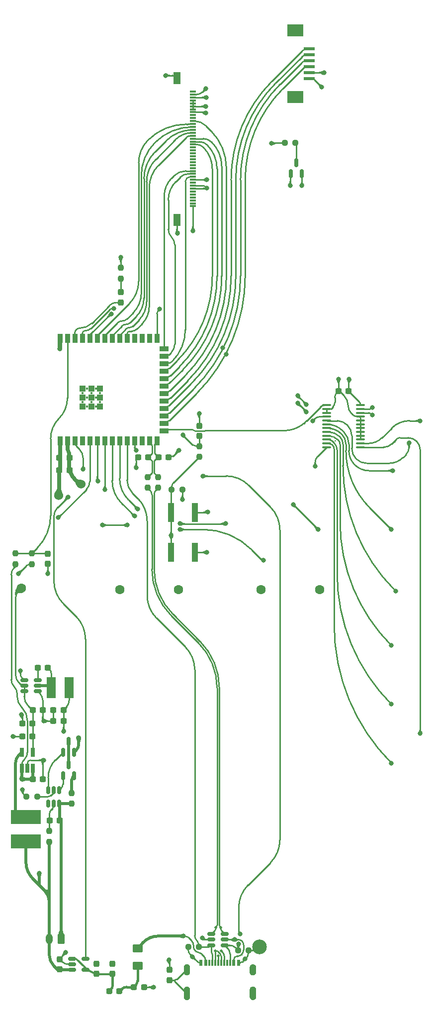
<source format=gtl>
G04 #@! TF.GenerationSoftware,KiCad,Pcbnew,7.0.1*
G04 #@! TF.CreationDate,2023-03-17T22:44:53-07:00*
G04 #@! TF.ProjectId,TI-83x,54492d38-3378-42e6-9b69-6361645f7063,A*
G04 #@! TF.SameCoordinates,Original*
G04 #@! TF.FileFunction,Copper,L1,Top*
G04 #@! TF.FilePolarity,Positive*
%FSLAX46Y46*%
G04 Gerber Fmt 4.6, Leading zero omitted, Abs format (unit mm)*
G04 Created by KiCad (PCBNEW 7.0.1) date 2023-03-17 22:44:53*
%MOMM*%
%LPD*%
G01*
G04 APERTURE LIST*
G04 Aperture macros list*
%AMRoundRect*
0 Rectangle with rounded corners*
0 $1 Rounding radius*
0 $2 $3 $4 $5 $6 $7 $8 $9 X,Y pos of 4 corners*
0 Add a 4 corners polygon primitive as box body*
4,1,4,$2,$3,$4,$5,$6,$7,$8,$9,$2,$3,0*
0 Add four circle primitives for the rounded corners*
1,1,$1+$1,$2,$3*
1,1,$1+$1,$4,$5*
1,1,$1+$1,$6,$7*
1,1,$1+$1,$8,$9*
0 Add four rect primitives between the rounded corners*
20,1,$1+$1,$2,$3,$4,$5,0*
20,1,$1+$1,$4,$5,$6,$7,0*
20,1,$1+$1,$6,$7,$8,$9,0*
20,1,$1+$1,$8,$9,$2,$3,0*%
G04 Aperture macros list end*
G04 #@! TA.AperFunction,EtchedComponent*
%ADD10C,0.010000*%
G04 #@! TD*
G04 #@! TA.AperFunction,ComponentPad*
%ADD11C,0.450000*%
G04 #@! TD*
G04 #@! TA.AperFunction,SMDPad,CuDef*
%ADD12R,1.000000X1.000000*%
G04 #@! TD*
G04 #@! TA.AperFunction,SMDPad,CuDef*
%ADD13R,0.900000X1.500000*%
G04 #@! TD*
G04 #@! TA.AperFunction,SMDPad,CuDef*
%ADD14R,1.500000X0.900000*%
G04 #@! TD*
G04 #@! TA.AperFunction,ComponentPad*
%ADD15O,0.900000X2.100000*%
G04 #@! TD*
G04 #@! TA.AperFunction,ComponentPad*
%ADD16O,0.800000X1.600000*%
G04 #@! TD*
G04 #@! TA.AperFunction,SMDPad,CuDef*
%ADD17R,0.300000X1.100000*%
G04 #@! TD*
G04 #@! TA.AperFunction,SMDPad,CuDef*
%ADD18R,0.600000X1.100000*%
G04 #@! TD*
G04 #@! TA.AperFunction,SMDPad,CuDef*
%ADD19RoundRect,0.237500X-0.300000X-0.237500X0.300000X-0.237500X0.300000X0.237500X-0.300000X0.237500X0*%
G04 #@! TD*
G04 #@! TA.AperFunction,SMDPad,CuDef*
%ADD20RoundRect,0.237500X0.250000X0.237500X-0.250000X0.237500X-0.250000X-0.237500X0.250000X-0.237500X0*%
G04 #@! TD*
G04 #@! TA.AperFunction,SMDPad,CuDef*
%ADD21RoundRect,0.237500X0.237500X-0.250000X0.237500X0.250000X-0.237500X0.250000X-0.237500X-0.250000X0*%
G04 #@! TD*
G04 #@! TA.AperFunction,SMDPad,CuDef*
%ADD22RoundRect,0.237500X0.300000X0.237500X-0.300000X0.237500X-0.300000X-0.237500X0.300000X-0.237500X0*%
G04 #@! TD*
G04 #@! TA.AperFunction,SMDPad,CuDef*
%ADD23RoundRect,0.150000X-0.150000X0.512500X-0.150000X-0.512500X0.150000X-0.512500X0.150000X0.512500X0*%
G04 #@! TD*
G04 #@! TA.AperFunction,SMDPad,CuDef*
%ADD24R,1.300000X2.000000*%
G04 #@! TD*
G04 #@! TA.AperFunction,SMDPad,CuDef*
%ADD25R,1.000000X0.300000*%
G04 #@! TD*
G04 #@! TA.AperFunction,SMDPad,CuDef*
%ADD26RoundRect,0.150000X0.150000X-0.587500X0.150000X0.587500X-0.150000X0.587500X-0.150000X-0.587500X0*%
G04 #@! TD*
G04 #@! TA.AperFunction,SMDPad,CuDef*
%ADD27RoundRect,0.237500X-0.237500X0.300000X-0.237500X-0.300000X0.237500X-0.300000X0.237500X0.300000X0*%
G04 #@! TD*
G04 #@! TA.AperFunction,SMDPad,CuDef*
%ADD28RoundRect,0.237500X-0.237500X0.250000X-0.237500X-0.250000X0.237500X-0.250000X0.237500X0.250000X0*%
G04 #@! TD*
G04 #@! TA.AperFunction,SMDPad,CuDef*
%ADD29RoundRect,0.150000X-0.512500X-0.150000X0.512500X-0.150000X0.512500X0.150000X-0.512500X0.150000X0*%
G04 #@! TD*
G04 #@! TA.AperFunction,SMDPad,CuDef*
%ADD30RoundRect,0.237500X0.237500X-0.287500X0.237500X0.287500X-0.237500X0.287500X-0.237500X-0.287500X0*%
G04 #@! TD*
G04 #@! TA.AperFunction,SMDPad,CuDef*
%ADD31RoundRect,0.250001X-0.624999X0.462499X-0.624999X-0.462499X0.624999X-0.462499X0.624999X0.462499X0*%
G04 #@! TD*
G04 #@! TA.AperFunction,SMDPad,CuDef*
%ADD32RoundRect,0.100000X-0.637500X-0.100000X0.637500X-0.100000X0.637500X0.100000X-0.637500X0.100000X0*%
G04 #@! TD*
G04 #@! TA.AperFunction,SMDPad,CuDef*
%ADD33RoundRect,0.237500X0.237500X-0.300000X0.237500X0.300000X-0.237500X0.300000X-0.237500X-0.300000X0*%
G04 #@! TD*
G04 #@! TA.AperFunction,SMDPad,CuDef*
%ADD34R,1.000000X3.200000*%
G04 #@! TD*
G04 #@! TA.AperFunction,SMDPad,CuDef*
%ADD35R,2.800000X2.100000*%
G04 #@! TD*
G04 #@! TA.AperFunction,SMDPad,CuDef*
%ADD36R,1.900000X0.600000*%
G04 #@! TD*
G04 #@! TA.AperFunction,SMDPad,CuDef*
%ADD37R,0.650000X1.560000*%
G04 #@! TD*
G04 #@! TA.AperFunction,ComponentPad*
%ADD38O,1.200000X1.750000*%
G04 #@! TD*
G04 #@! TA.AperFunction,ComponentPad*
%ADD39RoundRect,0.250000X0.350000X0.625000X-0.350000X0.625000X-0.350000X-0.625000X0.350000X-0.625000X0*%
G04 #@! TD*
G04 #@! TA.AperFunction,SMDPad,CuDef*
%ADD40RoundRect,0.237500X-0.237500X0.287500X-0.237500X-0.287500X0.237500X-0.287500X0.237500X0.287500X0*%
G04 #@! TD*
G04 #@! TA.AperFunction,SMDPad,CuDef*
%ADD41RoundRect,0.237500X-0.250000X-0.237500X0.250000X-0.237500X0.250000X0.237500X-0.250000X0.237500X0*%
G04 #@! TD*
G04 #@! TA.AperFunction,SMDPad,CuDef*
%ADD42R,1.500000X3.600000*%
G04 #@! TD*
G04 #@! TA.AperFunction,SMDPad,CuDef*
%ADD43RoundRect,0.237500X0.287500X0.237500X-0.287500X0.237500X-0.287500X-0.237500X0.287500X-0.237500X0*%
G04 #@! TD*
G04 #@! TA.AperFunction,SMDPad,CuDef*
%ADD44R,5.100000X2.350000*%
G04 #@! TD*
G04 #@! TA.AperFunction,ViaPad*
%ADD45C,0.800000*%
G04 #@! TD*
G04 #@! TA.AperFunction,ViaPad*
%ADD46C,1.600000*%
G04 #@! TD*
G04 #@! TA.AperFunction,ViaPad*
%ADD47C,0.900000*%
G04 #@! TD*
G04 #@! TA.AperFunction,ViaPad*
%ADD48C,2.500000*%
G04 #@! TD*
G04 #@! TA.AperFunction,ViaPad*
%ADD49C,1.524000*%
G04 #@! TD*
G04 #@! TA.AperFunction,ViaPad*
%ADD50C,0.500000*%
G04 #@! TD*
G04 #@! TA.AperFunction,Conductor*
%ADD51C,0.250000*%
G04 #@! TD*
G04 #@! TA.AperFunction,Conductor*
%ADD52C,0.350000*%
G04 #@! TD*
G04 #@! TA.AperFunction,Conductor*
%ADD53C,0.500000*%
G04 #@! TD*
G04 #@! TA.AperFunction,Conductor*
%ADD54C,0.228600*%
G04 #@! TD*
G04 #@! TA.AperFunction,Conductor*
%ADD55C,0.762000*%
G04 #@! TD*
G04 #@! TA.AperFunction,Conductor*
%ADD56C,0.635000*%
G04 #@! TD*
G04 #@! TA.AperFunction,Conductor*
%ADD57C,0.381000*%
G04 #@! TD*
G04 #@! TA.AperFunction,Conductor*
%ADD58C,0.508000*%
G04 #@! TD*
G04 APERTURE END LIST*
D10*
X73896000Y-197301000D02*
X73922000Y-197303000D01*
X73948000Y-197306000D01*
X73974000Y-197311000D01*
X73999000Y-197317000D01*
X74025000Y-197324000D01*
X74049000Y-197333000D01*
X74073000Y-197343000D01*
X74097000Y-197354000D01*
X74120000Y-197367000D01*
X74142000Y-197381000D01*
X74164000Y-197395000D01*
X74185000Y-197411000D01*
X74205000Y-197428000D01*
X74224000Y-197446000D01*
X74242000Y-197465000D01*
X74259000Y-197485000D01*
X74275000Y-197506000D01*
X74289000Y-197528000D01*
X74303000Y-197550000D01*
X74316000Y-197573000D01*
X74327000Y-197597000D01*
X74337000Y-197621000D01*
X74346000Y-197645000D01*
X74353000Y-197671000D01*
X74359000Y-197696000D01*
X74364000Y-197722000D01*
X74367000Y-197748000D01*
X74369000Y-197774000D01*
X74370000Y-197800000D01*
X74370000Y-199000000D01*
X74369000Y-199026000D01*
X74367000Y-199052000D01*
X74364000Y-199078000D01*
X74359000Y-199104000D01*
X74353000Y-199129000D01*
X74346000Y-199155000D01*
X74337000Y-199179000D01*
X74327000Y-199203000D01*
X74316000Y-199227000D01*
X74303000Y-199250000D01*
X74289000Y-199272000D01*
X74275000Y-199294000D01*
X74259000Y-199315000D01*
X74242000Y-199335000D01*
X74224000Y-199354000D01*
X74205000Y-199372000D01*
X74185000Y-199389000D01*
X74164000Y-199405000D01*
X74142000Y-199419000D01*
X74120000Y-199433000D01*
X74097000Y-199446000D01*
X74073000Y-199457000D01*
X74049000Y-199467000D01*
X74025000Y-199476000D01*
X73999000Y-199483000D01*
X73974000Y-199489000D01*
X73948000Y-199494000D01*
X73922000Y-199497000D01*
X73896000Y-199499000D01*
X73870000Y-199500000D01*
X73844000Y-199499000D01*
X73818000Y-199497000D01*
X73792000Y-199494000D01*
X73766000Y-199489000D01*
X73741000Y-199483000D01*
X73715000Y-199476000D01*
X73691000Y-199467000D01*
X73667000Y-199457000D01*
X73643000Y-199446000D01*
X73620000Y-199433000D01*
X73598000Y-199419000D01*
X73576000Y-199405000D01*
X73555000Y-199389000D01*
X73535000Y-199372000D01*
X73516000Y-199354000D01*
X73498000Y-199335000D01*
X73481000Y-199315000D01*
X73465000Y-199294000D01*
X73451000Y-199272000D01*
X73437000Y-199250000D01*
X73424000Y-199227000D01*
X73413000Y-199203000D01*
X73403000Y-199179000D01*
X73394000Y-199155000D01*
X73387000Y-199129000D01*
X73381000Y-199104000D01*
X73376000Y-199078000D01*
X73373000Y-199052000D01*
X73371000Y-199026000D01*
X73370000Y-199000000D01*
X73370000Y-197800000D01*
X73371000Y-197774000D01*
X73373000Y-197748000D01*
X73376000Y-197722000D01*
X73381000Y-197696000D01*
X73387000Y-197671000D01*
X73394000Y-197645000D01*
X73403000Y-197621000D01*
X73413000Y-197597000D01*
X73424000Y-197573000D01*
X73437000Y-197550000D01*
X73451000Y-197528000D01*
X73465000Y-197506000D01*
X73481000Y-197485000D01*
X73498000Y-197465000D01*
X73516000Y-197446000D01*
X73535000Y-197428000D01*
X73555000Y-197411000D01*
X73576000Y-197395000D01*
X73598000Y-197381000D01*
X73620000Y-197367000D01*
X73643000Y-197354000D01*
X73667000Y-197343000D01*
X73691000Y-197333000D01*
X73715000Y-197324000D01*
X73741000Y-197317000D01*
X73766000Y-197311000D01*
X73792000Y-197306000D01*
X73818000Y-197303000D01*
X73844000Y-197301000D01*
X73870000Y-197300000D01*
X73896000Y-197301000D01*
G04 #@! TA.AperFunction,EtchedComponent*
G36*
X73896000Y-197301000D02*
G01*
X73922000Y-197303000D01*
X73948000Y-197306000D01*
X73974000Y-197311000D01*
X73999000Y-197317000D01*
X74025000Y-197324000D01*
X74049000Y-197333000D01*
X74073000Y-197343000D01*
X74097000Y-197354000D01*
X74120000Y-197367000D01*
X74142000Y-197381000D01*
X74164000Y-197395000D01*
X74185000Y-197411000D01*
X74205000Y-197428000D01*
X74224000Y-197446000D01*
X74242000Y-197465000D01*
X74259000Y-197485000D01*
X74275000Y-197506000D01*
X74289000Y-197528000D01*
X74303000Y-197550000D01*
X74316000Y-197573000D01*
X74327000Y-197597000D01*
X74337000Y-197621000D01*
X74346000Y-197645000D01*
X74353000Y-197671000D01*
X74359000Y-197696000D01*
X74364000Y-197722000D01*
X74367000Y-197748000D01*
X74369000Y-197774000D01*
X74370000Y-197800000D01*
X74370000Y-199000000D01*
X74369000Y-199026000D01*
X74367000Y-199052000D01*
X74364000Y-199078000D01*
X74359000Y-199104000D01*
X74353000Y-199129000D01*
X74346000Y-199155000D01*
X74337000Y-199179000D01*
X74327000Y-199203000D01*
X74316000Y-199227000D01*
X74303000Y-199250000D01*
X74289000Y-199272000D01*
X74275000Y-199294000D01*
X74259000Y-199315000D01*
X74242000Y-199335000D01*
X74224000Y-199354000D01*
X74205000Y-199372000D01*
X74185000Y-199389000D01*
X74164000Y-199405000D01*
X74142000Y-199419000D01*
X74120000Y-199433000D01*
X74097000Y-199446000D01*
X74073000Y-199457000D01*
X74049000Y-199467000D01*
X74025000Y-199476000D01*
X73999000Y-199483000D01*
X73974000Y-199489000D01*
X73948000Y-199494000D01*
X73922000Y-199497000D01*
X73896000Y-199499000D01*
X73870000Y-199500000D01*
X73844000Y-199499000D01*
X73818000Y-199497000D01*
X73792000Y-199494000D01*
X73766000Y-199489000D01*
X73741000Y-199483000D01*
X73715000Y-199476000D01*
X73691000Y-199467000D01*
X73667000Y-199457000D01*
X73643000Y-199446000D01*
X73620000Y-199433000D01*
X73598000Y-199419000D01*
X73576000Y-199405000D01*
X73555000Y-199389000D01*
X73535000Y-199372000D01*
X73516000Y-199354000D01*
X73498000Y-199335000D01*
X73481000Y-199315000D01*
X73465000Y-199294000D01*
X73451000Y-199272000D01*
X73437000Y-199250000D01*
X73424000Y-199227000D01*
X73413000Y-199203000D01*
X73403000Y-199179000D01*
X73394000Y-199155000D01*
X73387000Y-199129000D01*
X73381000Y-199104000D01*
X73376000Y-199078000D01*
X73373000Y-199052000D01*
X73371000Y-199026000D01*
X73370000Y-199000000D01*
X73370000Y-197800000D01*
X73371000Y-197774000D01*
X73373000Y-197748000D01*
X73376000Y-197722000D01*
X73381000Y-197696000D01*
X73387000Y-197671000D01*
X73394000Y-197645000D01*
X73403000Y-197621000D01*
X73413000Y-197597000D01*
X73424000Y-197573000D01*
X73437000Y-197550000D01*
X73451000Y-197528000D01*
X73465000Y-197506000D01*
X73481000Y-197485000D01*
X73498000Y-197465000D01*
X73516000Y-197446000D01*
X73535000Y-197428000D01*
X73555000Y-197411000D01*
X73576000Y-197395000D01*
X73598000Y-197381000D01*
X73620000Y-197367000D01*
X73643000Y-197354000D01*
X73667000Y-197343000D01*
X73691000Y-197333000D01*
X73715000Y-197324000D01*
X73741000Y-197317000D01*
X73766000Y-197311000D01*
X73792000Y-197306000D01*
X73818000Y-197303000D01*
X73844000Y-197301000D01*
X73870000Y-197300000D01*
X73896000Y-197301000D01*
G37*
G04 #@! TD.AperFunction*
X73896000Y-193501000D02*
X73922000Y-193503000D01*
X73948000Y-193506000D01*
X73974000Y-193511000D01*
X73999000Y-193517000D01*
X74025000Y-193524000D01*
X74049000Y-193533000D01*
X74073000Y-193543000D01*
X74097000Y-193554000D01*
X74120000Y-193567000D01*
X74142000Y-193581000D01*
X74164000Y-193595000D01*
X74185000Y-193611000D01*
X74205000Y-193628000D01*
X74224000Y-193646000D01*
X74242000Y-193665000D01*
X74259000Y-193685000D01*
X74275000Y-193706000D01*
X74289000Y-193728000D01*
X74303000Y-193750000D01*
X74316000Y-193773000D01*
X74327000Y-193797000D01*
X74337000Y-193821000D01*
X74346000Y-193845000D01*
X74353000Y-193871000D01*
X74359000Y-193896000D01*
X74364000Y-193922000D01*
X74367000Y-193948000D01*
X74369000Y-193974000D01*
X74370000Y-194000000D01*
X74370000Y-194800000D01*
X74369000Y-194826000D01*
X74367000Y-194852000D01*
X74364000Y-194878000D01*
X74359000Y-194904000D01*
X74353000Y-194929000D01*
X74346000Y-194955000D01*
X74337000Y-194979000D01*
X74327000Y-195003000D01*
X74316000Y-195027000D01*
X74303000Y-195050000D01*
X74289000Y-195072000D01*
X74275000Y-195094000D01*
X74259000Y-195115000D01*
X74242000Y-195135000D01*
X74224000Y-195154000D01*
X74205000Y-195172000D01*
X74185000Y-195189000D01*
X74164000Y-195205000D01*
X74142000Y-195219000D01*
X74120000Y-195233000D01*
X74097000Y-195246000D01*
X74073000Y-195257000D01*
X74049000Y-195267000D01*
X74025000Y-195276000D01*
X73999000Y-195283000D01*
X73974000Y-195289000D01*
X73948000Y-195294000D01*
X73922000Y-195297000D01*
X73896000Y-195299000D01*
X73870000Y-195300000D01*
X73844000Y-195299000D01*
X73818000Y-195297000D01*
X73792000Y-195294000D01*
X73766000Y-195289000D01*
X73741000Y-195283000D01*
X73715000Y-195276000D01*
X73691000Y-195267000D01*
X73667000Y-195257000D01*
X73643000Y-195246000D01*
X73620000Y-195233000D01*
X73598000Y-195219000D01*
X73576000Y-195205000D01*
X73555000Y-195189000D01*
X73535000Y-195172000D01*
X73516000Y-195154000D01*
X73498000Y-195135000D01*
X73481000Y-195115000D01*
X73465000Y-195094000D01*
X73451000Y-195072000D01*
X73437000Y-195050000D01*
X73424000Y-195027000D01*
X73413000Y-195003000D01*
X73403000Y-194979000D01*
X73394000Y-194955000D01*
X73387000Y-194929000D01*
X73381000Y-194904000D01*
X73376000Y-194878000D01*
X73373000Y-194852000D01*
X73371000Y-194826000D01*
X73370000Y-194800000D01*
X73370000Y-194000000D01*
X73371000Y-193974000D01*
X73373000Y-193948000D01*
X73376000Y-193922000D01*
X73381000Y-193896000D01*
X73387000Y-193871000D01*
X73394000Y-193845000D01*
X73403000Y-193821000D01*
X73413000Y-193797000D01*
X73424000Y-193773000D01*
X73437000Y-193750000D01*
X73451000Y-193728000D01*
X73465000Y-193706000D01*
X73481000Y-193685000D01*
X73498000Y-193665000D01*
X73516000Y-193646000D01*
X73535000Y-193628000D01*
X73555000Y-193611000D01*
X73576000Y-193595000D01*
X73598000Y-193581000D01*
X73620000Y-193567000D01*
X73643000Y-193554000D01*
X73667000Y-193543000D01*
X73691000Y-193533000D01*
X73715000Y-193524000D01*
X73741000Y-193517000D01*
X73766000Y-193511000D01*
X73792000Y-193506000D01*
X73818000Y-193503000D01*
X73844000Y-193501000D01*
X73870000Y-193500000D01*
X73896000Y-193501000D01*
G04 #@! TA.AperFunction,EtchedComponent*
G36*
X73896000Y-193501000D02*
G01*
X73922000Y-193503000D01*
X73948000Y-193506000D01*
X73974000Y-193511000D01*
X73999000Y-193517000D01*
X74025000Y-193524000D01*
X74049000Y-193533000D01*
X74073000Y-193543000D01*
X74097000Y-193554000D01*
X74120000Y-193567000D01*
X74142000Y-193581000D01*
X74164000Y-193595000D01*
X74185000Y-193611000D01*
X74205000Y-193628000D01*
X74224000Y-193646000D01*
X74242000Y-193665000D01*
X74259000Y-193685000D01*
X74275000Y-193706000D01*
X74289000Y-193728000D01*
X74303000Y-193750000D01*
X74316000Y-193773000D01*
X74327000Y-193797000D01*
X74337000Y-193821000D01*
X74346000Y-193845000D01*
X74353000Y-193871000D01*
X74359000Y-193896000D01*
X74364000Y-193922000D01*
X74367000Y-193948000D01*
X74369000Y-193974000D01*
X74370000Y-194000000D01*
X74370000Y-194800000D01*
X74369000Y-194826000D01*
X74367000Y-194852000D01*
X74364000Y-194878000D01*
X74359000Y-194904000D01*
X74353000Y-194929000D01*
X74346000Y-194955000D01*
X74337000Y-194979000D01*
X74327000Y-195003000D01*
X74316000Y-195027000D01*
X74303000Y-195050000D01*
X74289000Y-195072000D01*
X74275000Y-195094000D01*
X74259000Y-195115000D01*
X74242000Y-195135000D01*
X74224000Y-195154000D01*
X74205000Y-195172000D01*
X74185000Y-195189000D01*
X74164000Y-195205000D01*
X74142000Y-195219000D01*
X74120000Y-195233000D01*
X74097000Y-195246000D01*
X74073000Y-195257000D01*
X74049000Y-195267000D01*
X74025000Y-195276000D01*
X73999000Y-195283000D01*
X73974000Y-195289000D01*
X73948000Y-195294000D01*
X73922000Y-195297000D01*
X73896000Y-195299000D01*
X73870000Y-195300000D01*
X73844000Y-195299000D01*
X73818000Y-195297000D01*
X73792000Y-195294000D01*
X73766000Y-195289000D01*
X73741000Y-195283000D01*
X73715000Y-195276000D01*
X73691000Y-195267000D01*
X73667000Y-195257000D01*
X73643000Y-195246000D01*
X73620000Y-195233000D01*
X73598000Y-195219000D01*
X73576000Y-195205000D01*
X73555000Y-195189000D01*
X73535000Y-195172000D01*
X73516000Y-195154000D01*
X73498000Y-195135000D01*
X73481000Y-195115000D01*
X73465000Y-195094000D01*
X73451000Y-195072000D01*
X73437000Y-195050000D01*
X73424000Y-195027000D01*
X73413000Y-195003000D01*
X73403000Y-194979000D01*
X73394000Y-194955000D01*
X73387000Y-194929000D01*
X73381000Y-194904000D01*
X73376000Y-194878000D01*
X73373000Y-194852000D01*
X73371000Y-194826000D01*
X73370000Y-194800000D01*
X73370000Y-194000000D01*
X73371000Y-193974000D01*
X73373000Y-193948000D01*
X73376000Y-193922000D01*
X73381000Y-193896000D01*
X73387000Y-193871000D01*
X73394000Y-193845000D01*
X73403000Y-193821000D01*
X73413000Y-193797000D01*
X73424000Y-193773000D01*
X73437000Y-193750000D01*
X73451000Y-193728000D01*
X73465000Y-193706000D01*
X73481000Y-193685000D01*
X73498000Y-193665000D01*
X73516000Y-193646000D01*
X73535000Y-193628000D01*
X73555000Y-193611000D01*
X73576000Y-193595000D01*
X73598000Y-193581000D01*
X73620000Y-193567000D01*
X73643000Y-193554000D01*
X73667000Y-193543000D01*
X73691000Y-193533000D01*
X73715000Y-193524000D01*
X73741000Y-193517000D01*
X73766000Y-193511000D01*
X73792000Y-193506000D01*
X73818000Y-193503000D01*
X73844000Y-193501000D01*
X73870000Y-193500000D01*
X73896000Y-193501000D01*
G37*
G04 #@! TD.AperFunction*
X62656000Y-197301000D02*
X62682000Y-197303000D01*
X62708000Y-197306000D01*
X62734000Y-197311000D01*
X62759000Y-197317000D01*
X62785000Y-197324000D01*
X62809000Y-197333000D01*
X62833000Y-197343000D01*
X62857000Y-197354000D01*
X62880000Y-197367000D01*
X62902000Y-197381000D01*
X62924000Y-197395000D01*
X62945000Y-197411000D01*
X62965000Y-197428000D01*
X62984000Y-197446000D01*
X63002000Y-197465000D01*
X63019000Y-197485000D01*
X63035000Y-197506000D01*
X63049000Y-197528000D01*
X63063000Y-197550000D01*
X63076000Y-197573000D01*
X63087000Y-197597000D01*
X63097000Y-197621000D01*
X63106000Y-197645000D01*
X63113000Y-197671000D01*
X63119000Y-197696000D01*
X63124000Y-197722000D01*
X63127000Y-197748000D01*
X63129000Y-197774000D01*
X63130000Y-197800000D01*
X63130000Y-199000000D01*
X63129000Y-199026000D01*
X63127000Y-199052000D01*
X63124000Y-199078000D01*
X63119000Y-199104000D01*
X63113000Y-199129000D01*
X63106000Y-199155000D01*
X63097000Y-199179000D01*
X63087000Y-199203000D01*
X63076000Y-199227000D01*
X63063000Y-199250000D01*
X63049000Y-199272000D01*
X63035000Y-199294000D01*
X63019000Y-199315000D01*
X63002000Y-199335000D01*
X62984000Y-199354000D01*
X62965000Y-199372000D01*
X62945000Y-199389000D01*
X62924000Y-199405000D01*
X62902000Y-199419000D01*
X62880000Y-199433000D01*
X62857000Y-199446000D01*
X62833000Y-199457000D01*
X62809000Y-199467000D01*
X62785000Y-199476000D01*
X62759000Y-199483000D01*
X62734000Y-199489000D01*
X62708000Y-199494000D01*
X62682000Y-199497000D01*
X62656000Y-199499000D01*
X62630000Y-199500000D01*
X62604000Y-199499000D01*
X62578000Y-199497000D01*
X62552000Y-199494000D01*
X62526000Y-199489000D01*
X62501000Y-199483000D01*
X62475000Y-199476000D01*
X62451000Y-199467000D01*
X62427000Y-199457000D01*
X62403000Y-199446000D01*
X62380000Y-199433000D01*
X62358000Y-199419000D01*
X62336000Y-199405000D01*
X62315000Y-199389000D01*
X62295000Y-199372000D01*
X62276000Y-199354000D01*
X62258000Y-199335000D01*
X62241000Y-199315000D01*
X62225000Y-199294000D01*
X62211000Y-199272000D01*
X62197000Y-199250000D01*
X62184000Y-199227000D01*
X62173000Y-199203000D01*
X62163000Y-199179000D01*
X62154000Y-199155000D01*
X62147000Y-199129000D01*
X62141000Y-199104000D01*
X62136000Y-199078000D01*
X62133000Y-199052000D01*
X62131000Y-199026000D01*
X62130000Y-199000000D01*
X62130000Y-197800000D01*
X62131000Y-197774000D01*
X62133000Y-197748000D01*
X62136000Y-197722000D01*
X62141000Y-197696000D01*
X62147000Y-197671000D01*
X62154000Y-197645000D01*
X62163000Y-197621000D01*
X62173000Y-197597000D01*
X62184000Y-197573000D01*
X62197000Y-197550000D01*
X62211000Y-197528000D01*
X62225000Y-197506000D01*
X62241000Y-197485000D01*
X62258000Y-197465000D01*
X62276000Y-197446000D01*
X62295000Y-197428000D01*
X62315000Y-197411000D01*
X62336000Y-197395000D01*
X62358000Y-197381000D01*
X62380000Y-197367000D01*
X62403000Y-197354000D01*
X62427000Y-197343000D01*
X62451000Y-197333000D01*
X62475000Y-197324000D01*
X62501000Y-197317000D01*
X62526000Y-197311000D01*
X62552000Y-197306000D01*
X62578000Y-197303000D01*
X62604000Y-197301000D01*
X62630000Y-197300000D01*
X62656000Y-197301000D01*
G04 #@! TA.AperFunction,EtchedComponent*
G36*
X62656000Y-197301000D02*
G01*
X62682000Y-197303000D01*
X62708000Y-197306000D01*
X62734000Y-197311000D01*
X62759000Y-197317000D01*
X62785000Y-197324000D01*
X62809000Y-197333000D01*
X62833000Y-197343000D01*
X62857000Y-197354000D01*
X62880000Y-197367000D01*
X62902000Y-197381000D01*
X62924000Y-197395000D01*
X62945000Y-197411000D01*
X62965000Y-197428000D01*
X62984000Y-197446000D01*
X63002000Y-197465000D01*
X63019000Y-197485000D01*
X63035000Y-197506000D01*
X63049000Y-197528000D01*
X63063000Y-197550000D01*
X63076000Y-197573000D01*
X63087000Y-197597000D01*
X63097000Y-197621000D01*
X63106000Y-197645000D01*
X63113000Y-197671000D01*
X63119000Y-197696000D01*
X63124000Y-197722000D01*
X63127000Y-197748000D01*
X63129000Y-197774000D01*
X63130000Y-197800000D01*
X63130000Y-199000000D01*
X63129000Y-199026000D01*
X63127000Y-199052000D01*
X63124000Y-199078000D01*
X63119000Y-199104000D01*
X63113000Y-199129000D01*
X63106000Y-199155000D01*
X63097000Y-199179000D01*
X63087000Y-199203000D01*
X63076000Y-199227000D01*
X63063000Y-199250000D01*
X63049000Y-199272000D01*
X63035000Y-199294000D01*
X63019000Y-199315000D01*
X63002000Y-199335000D01*
X62984000Y-199354000D01*
X62965000Y-199372000D01*
X62945000Y-199389000D01*
X62924000Y-199405000D01*
X62902000Y-199419000D01*
X62880000Y-199433000D01*
X62857000Y-199446000D01*
X62833000Y-199457000D01*
X62809000Y-199467000D01*
X62785000Y-199476000D01*
X62759000Y-199483000D01*
X62734000Y-199489000D01*
X62708000Y-199494000D01*
X62682000Y-199497000D01*
X62656000Y-199499000D01*
X62630000Y-199500000D01*
X62604000Y-199499000D01*
X62578000Y-199497000D01*
X62552000Y-199494000D01*
X62526000Y-199489000D01*
X62501000Y-199483000D01*
X62475000Y-199476000D01*
X62451000Y-199467000D01*
X62427000Y-199457000D01*
X62403000Y-199446000D01*
X62380000Y-199433000D01*
X62358000Y-199419000D01*
X62336000Y-199405000D01*
X62315000Y-199389000D01*
X62295000Y-199372000D01*
X62276000Y-199354000D01*
X62258000Y-199335000D01*
X62241000Y-199315000D01*
X62225000Y-199294000D01*
X62211000Y-199272000D01*
X62197000Y-199250000D01*
X62184000Y-199227000D01*
X62173000Y-199203000D01*
X62163000Y-199179000D01*
X62154000Y-199155000D01*
X62147000Y-199129000D01*
X62141000Y-199104000D01*
X62136000Y-199078000D01*
X62133000Y-199052000D01*
X62131000Y-199026000D01*
X62130000Y-199000000D01*
X62130000Y-197800000D01*
X62131000Y-197774000D01*
X62133000Y-197748000D01*
X62136000Y-197722000D01*
X62141000Y-197696000D01*
X62147000Y-197671000D01*
X62154000Y-197645000D01*
X62163000Y-197621000D01*
X62173000Y-197597000D01*
X62184000Y-197573000D01*
X62197000Y-197550000D01*
X62211000Y-197528000D01*
X62225000Y-197506000D01*
X62241000Y-197485000D01*
X62258000Y-197465000D01*
X62276000Y-197446000D01*
X62295000Y-197428000D01*
X62315000Y-197411000D01*
X62336000Y-197395000D01*
X62358000Y-197381000D01*
X62380000Y-197367000D01*
X62403000Y-197354000D01*
X62427000Y-197343000D01*
X62451000Y-197333000D01*
X62475000Y-197324000D01*
X62501000Y-197317000D01*
X62526000Y-197311000D01*
X62552000Y-197306000D01*
X62578000Y-197303000D01*
X62604000Y-197301000D01*
X62630000Y-197300000D01*
X62656000Y-197301000D01*
G37*
G04 #@! TD.AperFunction*
X62656000Y-193501000D02*
X62682000Y-193503000D01*
X62708000Y-193506000D01*
X62734000Y-193511000D01*
X62759000Y-193517000D01*
X62785000Y-193524000D01*
X62809000Y-193533000D01*
X62833000Y-193543000D01*
X62857000Y-193554000D01*
X62880000Y-193567000D01*
X62902000Y-193581000D01*
X62924000Y-193595000D01*
X62945000Y-193611000D01*
X62965000Y-193628000D01*
X62984000Y-193646000D01*
X63002000Y-193665000D01*
X63019000Y-193685000D01*
X63035000Y-193706000D01*
X63049000Y-193728000D01*
X63063000Y-193750000D01*
X63076000Y-193773000D01*
X63087000Y-193797000D01*
X63097000Y-193821000D01*
X63106000Y-193845000D01*
X63113000Y-193871000D01*
X63119000Y-193896000D01*
X63124000Y-193922000D01*
X63127000Y-193948000D01*
X63129000Y-193974000D01*
X63130000Y-194000000D01*
X63130000Y-194800000D01*
X63129000Y-194826000D01*
X63127000Y-194852000D01*
X63124000Y-194878000D01*
X63119000Y-194904000D01*
X63113000Y-194929000D01*
X63106000Y-194955000D01*
X63097000Y-194979000D01*
X63087000Y-195003000D01*
X63076000Y-195027000D01*
X63063000Y-195050000D01*
X63049000Y-195072000D01*
X63035000Y-195094000D01*
X63019000Y-195115000D01*
X63002000Y-195135000D01*
X62984000Y-195154000D01*
X62965000Y-195172000D01*
X62945000Y-195189000D01*
X62924000Y-195205000D01*
X62902000Y-195219000D01*
X62880000Y-195233000D01*
X62857000Y-195246000D01*
X62833000Y-195257000D01*
X62809000Y-195267000D01*
X62785000Y-195276000D01*
X62759000Y-195283000D01*
X62734000Y-195289000D01*
X62708000Y-195294000D01*
X62682000Y-195297000D01*
X62656000Y-195299000D01*
X62630000Y-195300000D01*
X62604000Y-195299000D01*
X62578000Y-195297000D01*
X62552000Y-195294000D01*
X62526000Y-195289000D01*
X62501000Y-195283000D01*
X62475000Y-195276000D01*
X62451000Y-195267000D01*
X62427000Y-195257000D01*
X62403000Y-195246000D01*
X62380000Y-195233000D01*
X62358000Y-195219000D01*
X62336000Y-195205000D01*
X62315000Y-195189000D01*
X62295000Y-195172000D01*
X62276000Y-195154000D01*
X62258000Y-195135000D01*
X62241000Y-195115000D01*
X62225000Y-195094000D01*
X62211000Y-195072000D01*
X62197000Y-195050000D01*
X62184000Y-195027000D01*
X62173000Y-195003000D01*
X62163000Y-194979000D01*
X62154000Y-194955000D01*
X62147000Y-194929000D01*
X62141000Y-194904000D01*
X62136000Y-194878000D01*
X62133000Y-194852000D01*
X62131000Y-194826000D01*
X62130000Y-194800000D01*
X62130000Y-194000000D01*
X62131000Y-193974000D01*
X62133000Y-193948000D01*
X62136000Y-193922000D01*
X62141000Y-193896000D01*
X62147000Y-193871000D01*
X62154000Y-193845000D01*
X62163000Y-193821000D01*
X62173000Y-193797000D01*
X62184000Y-193773000D01*
X62197000Y-193750000D01*
X62211000Y-193728000D01*
X62225000Y-193706000D01*
X62241000Y-193685000D01*
X62258000Y-193665000D01*
X62276000Y-193646000D01*
X62295000Y-193628000D01*
X62315000Y-193611000D01*
X62336000Y-193595000D01*
X62358000Y-193581000D01*
X62380000Y-193567000D01*
X62403000Y-193554000D01*
X62427000Y-193543000D01*
X62451000Y-193533000D01*
X62475000Y-193524000D01*
X62501000Y-193517000D01*
X62526000Y-193511000D01*
X62552000Y-193506000D01*
X62578000Y-193503000D01*
X62604000Y-193501000D01*
X62630000Y-193500000D01*
X62656000Y-193501000D01*
G04 #@! TA.AperFunction,EtchedComponent*
G36*
X62656000Y-193501000D02*
G01*
X62682000Y-193503000D01*
X62708000Y-193506000D01*
X62734000Y-193511000D01*
X62759000Y-193517000D01*
X62785000Y-193524000D01*
X62809000Y-193533000D01*
X62833000Y-193543000D01*
X62857000Y-193554000D01*
X62880000Y-193567000D01*
X62902000Y-193581000D01*
X62924000Y-193595000D01*
X62945000Y-193611000D01*
X62965000Y-193628000D01*
X62984000Y-193646000D01*
X63002000Y-193665000D01*
X63019000Y-193685000D01*
X63035000Y-193706000D01*
X63049000Y-193728000D01*
X63063000Y-193750000D01*
X63076000Y-193773000D01*
X63087000Y-193797000D01*
X63097000Y-193821000D01*
X63106000Y-193845000D01*
X63113000Y-193871000D01*
X63119000Y-193896000D01*
X63124000Y-193922000D01*
X63127000Y-193948000D01*
X63129000Y-193974000D01*
X63130000Y-194000000D01*
X63130000Y-194800000D01*
X63129000Y-194826000D01*
X63127000Y-194852000D01*
X63124000Y-194878000D01*
X63119000Y-194904000D01*
X63113000Y-194929000D01*
X63106000Y-194955000D01*
X63097000Y-194979000D01*
X63087000Y-195003000D01*
X63076000Y-195027000D01*
X63063000Y-195050000D01*
X63049000Y-195072000D01*
X63035000Y-195094000D01*
X63019000Y-195115000D01*
X63002000Y-195135000D01*
X62984000Y-195154000D01*
X62965000Y-195172000D01*
X62945000Y-195189000D01*
X62924000Y-195205000D01*
X62902000Y-195219000D01*
X62880000Y-195233000D01*
X62857000Y-195246000D01*
X62833000Y-195257000D01*
X62809000Y-195267000D01*
X62785000Y-195276000D01*
X62759000Y-195283000D01*
X62734000Y-195289000D01*
X62708000Y-195294000D01*
X62682000Y-195297000D01*
X62656000Y-195299000D01*
X62630000Y-195300000D01*
X62604000Y-195299000D01*
X62578000Y-195297000D01*
X62552000Y-195294000D01*
X62526000Y-195289000D01*
X62501000Y-195283000D01*
X62475000Y-195276000D01*
X62451000Y-195267000D01*
X62427000Y-195257000D01*
X62403000Y-195246000D01*
X62380000Y-195233000D01*
X62358000Y-195219000D01*
X62336000Y-195205000D01*
X62315000Y-195189000D01*
X62295000Y-195172000D01*
X62276000Y-195154000D01*
X62258000Y-195135000D01*
X62241000Y-195115000D01*
X62225000Y-195094000D01*
X62211000Y-195072000D01*
X62197000Y-195050000D01*
X62184000Y-195027000D01*
X62173000Y-195003000D01*
X62163000Y-194979000D01*
X62154000Y-194955000D01*
X62147000Y-194929000D01*
X62141000Y-194904000D01*
X62136000Y-194878000D01*
X62133000Y-194852000D01*
X62131000Y-194826000D01*
X62130000Y-194800000D01*
X62130000Y-194000000D01*
X62131000Y-193974000D01*
X62133000Y-193948000D01*
X62136000Y-193922000D01*
X62141000Y-193896000D01*
X62147000Y-193871000D01*
X62154000Y-193845000D01*
X62163000Y-193821000D01*
X62173000Y-193797000D01*
X62184000Y-193773000D01*
X62197000Y-193750000D01*
X62211000Y-193728000D01*
X62225000Y-193706000D01*
X62241000Y-193685000D01*
X62258000Y-193665000D01*
X62276000Y-193646000D01*
X62295000Y-193628000D01*
X62315000Y-193611000D01*
X62336000Y-193595000D01*
X62358000Y-193581000D01*
X62380000Y-193567000D01*
X62403000Y-193554000D01*
X62427000Y-193543000D01*
X62451000Y-193533000D01*
X62475000Y-193524000D01*
X62501000Y-193517000D01*
X62526000Y-193511000D01*
X62552000Y-193506000D01*
X62578000Y-193503000D01*
X62604000Y-193501000D01*
X62630000Y-193500000D01*
X62656000Y-193501000D01*
G37*
G04 #@! TD.AperFunction*
D11*
X47897500Y-96320000D03*
X47897500Y-97820000D03*
X46397500Y-96320000D03*
X46397500Y-97820000D03*
X44897500Y-96320000D03*
X44897500Y-97820000D03*
X47147500Y-95570000D03*
X47147500Y-97070000D03*
X47147500Y-98570000D03*
X45647500Y-95570000D03*
X45647500Y-98570000D03*
X45647500Y-97070000D03*
D12*
X44897500Y-95570000D03*
X44897500Y-97070000D03*
X44897500Y-98570000D03*
X47897500Y-95570000D03*
X47897500Y-97070000D03*
X47897500Y-98570000D03*
X46397500Y-95570000D03*
X46397500Y-98570000D03*
X46397500Y-97070000D03*
D13*
X41047500Y-86960000D03*
X42317500Y-86960000D03*
X43587500Y-86960000D03*
X44857500Y-86960000D03*
X46127500Y-86960000D03*
X47397500Y-86960000D03*
X48667500Y-86960000D03*
X49937500Y-86960000D03*
X51207500Y-86960000D03*
X52477500Y-86960000D03*
X53747500Y-86960000D03*
X55017500Y-86960000D03*
X56287500Y-86960000D03*
X57557500Y-86960000D03*
D14*
X58807500Y-88725000D03*
X58807500Y-89995000D03*
X58807500Y-91265000D03*
X58807500Y-92535000D03*
X58807500Y-93805000D03*
X58807500Y-95075000D03*
X58807500Y-96345000D03*
X58807500Y-97615000D03*
X58807500Y-98885000D03*
X58807500Y-100155000D03*
X58807500Y-101425000D03*
X58807500Y-102695000D03*
D13*
X57557500Y-104460000D03*
X56287500Y-104460000D03*
X55017500Y-104460000D03*
X53747500Y-104460000D03*
X52477500Y-104460000D03*
X51207500Y-104460000D03*
X49937500Y-104460000D03*
X48667500Y-104460000D03*
X47397500Y-104460000D03*
X46127500Y-104460000D03*
X44857500Y-104460000D03*
X43587500Y-104460000D03*
X42317500Y-104460000D03*
X41047500Y-104460000D03*
D15*
X73870000Y-198400000D03*
D16*
X62630000Y-194400000D03*
X73870000Y-194400000D03*
D15*
X62630000Y-198400000D03*
D17*
X66500000Y-193250000D03*
X67500000Y-193250000D03*
X69000000Y-193250000D03*
X70000000Y-193250000D03*
D18*
X70650000Y-193250000D03*
X71450000Y-193250000D03*
D17*
X69500000Y-193250000D03*
X68500000Y-193250000D03*
X68000000Y-193250000D03*
X67000000Y-193250000D03*
D18*
X65850000Y-193250000D03*
X65050000Y-193250000D03*
D19*
X36387500Y-150250000D03*
X38112500Y-150250000D03*
D20*
X60087500Y-112750000D03*
X61912500Y-112750000D03*
D21*
X56000000Y-110587500D03*
X56000000Y-112412500D03*
D22*
X41662500Y-150200000D03*
X39937500Y-150200000D03*
D23*
X40950000Y-163862500D03*
X40000000Y-163862500D03*
X39050000Y-163862500D03*
X39050000Y-166137500D03*
X40000000Y-166137500D03*
X40950000Y-166137500D03*
D24*
X60975000Y-66800000D03*
X60975000Y-42700000D03*
D25*
X63675000Y-45000000D03*
X63675000Y-45500000D03*
X63675000Y-46000000D03*
X63675000Y-46500000D03*
X63675000Y-47000000D03*
X63675000Y-47500000D03*
X63675000Y-48000000D03*
X63675000Y-48500000D03*
X63675000Y-49000000D03*
X63675000Y-49500000D03*
X63675000Y-50000000D03*
X63675000Y-50500000D03*
X63675000Y-51000000D03*
X63675000Y-51500000D03*
X63675000Y-52000000D03*
X63675000Y-52500000D03*
X63675000Y-53000000D03*
X63675000Y-53500000D03*
X63675000Y-54000000D03*
X63675000Y-54500000D03*
X63675000Y-55000000D03*
X63675000Y-55500000D03*
X63675000Y-56000000D03*
X63675000Y-56500000D03*
X63675000Y-57000000D03*
X63675000Y-57500000D03*
X63675000Y-58000000D03*
X63675000Y-58500000D03*
X63675000Y-59000000D03*
X63675000Y-59500000D03*
X63675000Y-60000000D03*
X63675000Y-60500000D03*
X63675000Y-61000000D03*
X63675000Y-61500000D03*
X63675000Y-62000000D03*
X63675000Y-62500000D03*
X63675000Y-63000000D03*
X63675000Y-63500000D03*
X63675000Y-64000000D03*
X63675000Y-64500000D03*
D26*
X80350000Y-59000000D03*
X82250000Y-59000000D03*
X81300000Y-57125000D03*
D27*
X64750000Y-103612500D03*
X64750000Y-101887500D03*
D22*
X41000000Y-169000000D03*
X39275000Y-169000000D03*
D28*
X51400000Y-76812500D03*
X51400000Y-74987500D03*
D22*
X41662500Y-152100000D03*
X39937500Y-152100000D03*
D21*
X33500000Y-123587500D03*
X33500000Y-125412500D03*
X36250000Y-123587500D03*
X36250000Y-125412500D03*
D29*
X69137500Y-188350000D03*
X69137500Y-189300000D03*
X69137500Y-190250000D03*
X66862500Y-190250000D03*
X66862500Y-189300000D03*
X66862500Y-188350000D03*
D30*
X59700000Y-194425000D03*
X59700000Y-196175000D03*
D26*
X41550000Y-161437500D03*
X43450000Y-161437500D03*
X42500000Y-159562500D03*
D19*
X56062500Y-107200000D03*
X54337500Y-107200000D03*
D31*
X54250000Y-193737500D03*
X54250000Y-190762500D03*
D21*
X43000000Y-166162500D03*
X43000000Y-164337500D03*
D22*
X36362500Y-152500000D03*
X34637500Y-152500000D03*
D21*
X39250000Y-172662500D03*
X39250000Y-170837500D03*
D32*
X92225000Y-98361979D03*
X92225000Y-99011979D03*
X92225000Y-99661979D03*
X92225000Y-100311979D03*
X92225000Y-100961979D03*
X92225000Y-101611979D03*
X92225000Y-102261979D03*
X92225000Y-102911979D03*
X92225000Y-103561979D03*
X92225000Y-104211979D03*
X92225000Y-104861979D03*
X92225000Y-105511979D03*
X86500000Y-105511979D03*
X86500000Y-104861979D03*
X86500000Y-104211979D03*
X86500000Y-103561979D03*
X86500000Y-102911979D03*
X86500000Y-102261979D03*
X86500000Y-101611979D03*
X86500000Y-100961979D03*
X86500000Y-100311979D03*
X86500000Y-99661979D03*
X86500000Y-99011979D03*
X86500000Y-98361979D03*
D19*
X36387500Y-162000000D03*
X38112500Y-162000000D03*
X37237500Y-143000000D03*
X38962500Y-143000000D03*
D29*
X43112500Y-192550000D03*
X43112500Y-193500000D03*
X43112500Y-194450000D03*
X45387500Y-194450000D03*
X45387500Y-192550000D03*
D19*
X42662500Y-109400000D03*
X40937500Y-109400000D03*
X42662500Y-107300000D03*
X40937500Y-107300000D03*
D33*
X41000000Y-194362500D03*
X41000000Y-192637500D03*
D34*
X60000000Y-123400000D03*
X60000000Y-116600000D03*
X64000000Y-123400000D03*
X64000000Y-116600000D03*
D29*
X34962500Y-145150000D03*
X34962500Y-146100000D03*
X34962500Y-147050000D03*
X37237500Y-147050000D03*
X37237500Y-146100000D03*
X37237500Y-145150000D03*
D35*
X81150000Y-45900000D03*
X81150000Y-34600000D03*
D36*
X83500000Y-37750000D03*
X83500000Y-38750000D03*
X83500000Y-39750000D03*
X83500000Y-40750000D03*
X83500000Y-41750000D03*
X83500000Y-42750000D03*
D22*
X57837500Y-107200000D03*
X59562500Y-107200000D03*
D37*
X34550000Y-160100000D03*
X35500000Y-160100000D03*
X36450000Y-160100000D03*
X36450000Y-157400000D03*
X34550000Y-157400000D03*
D21*
X57800000Y-110587500D03*
X57800000Y-112412500D03*
D19*
X88500000Y-95936979D03*
X90225000Y-95936979D03*
D33*
X39000000Y-123637500D03*
X39000000Y-125362500D03*
D38*
X39250000Y-189200000D03*
D39*
X41250000Y-189200000D03*
D27*
X47250000Y-193387500D03*
X47250000Y-195112500D03*
D40*
X51400000Y-80875000D03*
X51400000Y-79125000D03*
D22*
X36362500Y-154750000D03*
X34637500Y-154750000D03*
D26*
X41550000Y-157437500D03*
X43450000Y-157437500D03*
X42500000Y-155562500D03*
D41*
X64712500Y-190500000D03*
X62887500Y-190500000D03*
D21*
X64750000Y-105337500D03*
X64750000Y-107162500D03*
D27*
X50005000Y-195112500D03*
X50005000Y-193387500D03*
D42*
X39575000Y-146400000D03*
X42625000Y-146400000D03*
D41*
X79337500Y-53750000D03*
X81162500Y-53750000D03*
D43*
X49445000Y-198080000D03*
X51195000Y-198080000D03*
D22*
X53637500Y-197350000D03*
X55362500Y-197350000D03*
D44*
X35250000Y-172575000D03*
X35250000Y-168425000D03*
D41*
X71387500Y-191100000D03*
X73212500Y-191100000D03*
D20*
X37162500Y-165000000D03*
X35337500Y-165000000D03*
D45*
X39000000Y-127000000D03*
X84500000Y-108750000D03*
X34000000Y-127000000D03*
X41000000Y-88800000D03*
X33000000Y-154750000D03*
X82250000Y-61000000D03*
D46*
X75250000Y-129750000D03*
D45*
X66250000Y-116500000D03*
X72600000Y-192600000D03*
X61300000Y-106000000D03*
X34650500Y-163750000D03*
X51400000Y-73200000D03*
X63700000Y-68700000D03*
X38250000Y-158750000D03*
D47*
X44250000Y-155000000D03*
D45*
X42000000Y-191500000D03*
X63600000Y-192200000D03*
D48*
X75000000Y-190500000D03*
D45*
X66079289Y-123400000D03*
X65900000Y-44500000D03*
X59600000Y-192700000D03*
X38300000Y-152100000D03*
X88500000Y-93900000D03*
D49*
X40800000Y-113700000D03*
D45*
X65900000Y-48600000D03*
X65300000Y-189000000D03*
X54000000Y-109000000D03*
X34500000Y-151000000D03*
X59000000Y-42250000D03*
X64750000Y-99750000D03*
X61100000Y-69100000D03*
X56960000Y-197430000D03*
X86000000Y-41800000D03*
D46*
X85250000Y-129749374D03*
D45*
X66100000Y-60000000D03*
X85600000Y-44200000D03*
D46*
X51250000Y-129750000D03*
D45*
X90300000Y-93900000D03*
X34300000Y-143500000D03*
D49*
X44600000Y-111800000D03*
D45*
X61900000Y-114400000D03*
X41700000Y-153900000D03*
D46*
X61250000Y-129750000D03*
D45*
X66100000Y-61400000D03*
X58000000Y-82000000D03*
X62000000Y-103419500D03*
X37500000Y-178000000D03*
X34550000Y-162000000D03*
X49762299Y-82862299D03*
X80250000Y-61000000D03*
D50*
X68500000Y-191200000D03*
X68400000Y-187200000D03*
X67970346Y-192029654D03*
X67500000Y-191200000D03*
X67600000Y-187200000D03*
D45*
X69250000Y-118500000D03*
X61500000Y-118500000D03*
X54250000Y-116000000D03*
X85000000Y-119500000D03*
X80750000Y-115250000D03*
X61500000Y-119500000D03*
X75750000Y-124750000D03*
X53750000Y-117250000D03*
X48700000Y-112700000D03*
X47500000Y-111250000D03*
X40750000Y-117500000D03*
X52500000Y-118750000D03*
X45000000Y-109250000D03*
X48250000Y-118750000D03*
X60000000Y-120500000D03*
X54000000Y-106000000D03*
X71700000Y-188300000D03*
X71488105Y-190024926D03*
X65400000Y-110400000D03*
X77100000Y-53800000D03*
X65900000Y-47500000D03*
X81525500Y-98000000D03*
X83000000Y-99500000D03*
X69400000Y-89700000D03*
X94250000Y-100000000D03*
X81525500Y-96750000D03*
X83000000Y-98250000D03*
X68800000Y-88600000D03*
X94250000Y-98750000D03*
X42400000Y-114000000D03*
X50200000Y-81900000D03*
X84055659Y-101055658D03*
X100500000Y-104750000D03*
X97750000Y-109500000D03*
X97500000Y-119500000D03*
X98250000Y-130000000D03*
X97500000Y-139250000D03*
X97500000Y-149250000D03*
X97500000Y-159250000D03*
X102400000Y-154200000D03*
X102400000Y-101000000D03*
X62100000Y-188700000D03*
X70800000Y-189300000D03*
X66000000Y-46000000D03*
D46*
X34500000Y-129500000D03*
D51*
X97939484Y-104560503D02*
G75*
G03*
X97939461Y-104560529I316J-297D01*
G01*
X97617737Y-104882257D02*
G75*
G03*
X97617352Y-104882642I36863J-37243D01*
G01*
X97555892Y-104944100D02*
G75*
G03*
X97555818Y-104944172I1308J-1400D01*
G01*
X97874168Y-104625822D02*
G75*
G03*
X97874003Y-104625987I6732J-6878D01*
G01*
X97640342Y-104859652D02*
G75*
G03*
X97640268Y-104859726I1358J-1448D01*
G01*
X97640195Y-104859799D02*
G75*
G03*
X97640121Y-104859871I1305J-1401D01*
G01*
X97938329Y-104561663D02*
G75*
G03*
X97938116Y-104561876I11271J-11437D01*
G01*
X97939441Y-104560563D02*
G75*
G03*
X97939412Y-104560579I59J-137D01*
G01*
X97902596Y-104597395D02*
G75*
G03*
X97902327Y-104597663I35904J-36305D01*
G01*
X97571934Y-104928063D02*
G75*
G03*
X97571857Y-104928134I1266J-1437D01*
G01*
X97571784Y-104928207D02*
G75*
G03*
X97571711Y-104928280I1316J-1393D01*
G01*
X97618506Y-104881489D02*
X97618121Y-104881873D01*
X97881298Y-104618694D02*
X97880425Y-104619567D01*
X96219848Y-105500000D02*
X96218293Y-105500000D01*
X97900871Y-104599121D02*
X97900743Y-104599249D01*
X98029046Y-104470944D02*
X98027776Y-104472215D01*
X97639938Y-104860053D02*
X97639645Y-104860346D01*
X97617352Y-104882642D02*
X97616967Y-104883026D01*
X98030160Y-104469833D02*
X98029842Y-104470151D01*
X97874498Y-104625494D02*
X97874333Y-104625657D01*
X97640121Y-104859871D02*
X97640048Y-104859943D01*
X97878274Y-104621719D02*
X97876590Y-104623403D01*
X97937581Y-104562410D02*
X97936726Y-104563265D01*
X97938116Y-104561876D02*
X97937902Y-104562089D01*
X97909254Y-104590734D02*
X97908081Y-104591907D01*
X96221209Y-105500000D02*
X96220820Y-105500000D01*
X97902012Y-104597978D02*
X97901885Y-104598106D01*
X98213116Y-104286878D02*
X98212901Y-104287091D01*
X97900421Y-104599568D02*
X97899909Y-104600081D01*
X96221987Y-105500000D02*
X96221598Y-105500000D01*
X97571528Y-104928462D02*
X97571235Y-104928755D01*
X97910149Y-104589842D02*
X97909556Y-104590433D01*
X97901128Y-104598865D02*
X97900999Y-104598993D01*
X97900743Y-104599249D02*
X97900614Y-104599376D01*
X97938758Y-104561236D02*
X97938544Y-104561449D01*
X97571711Y-104928280D02*
X97571638Y-104928352D01*
X97876031Y-104623962D02*
X97875097Y-104624896D01*
X98030796Y-104469198D02*
X98030478Y-104469515D01*
X97901629Y-104598362D02*
X97901502Y-104598491D01*
X97879958Y-104620035D02*
X97878274Y-104621719D01*
X98212581Y-104287412D02*
X98211726Y-104288266D01*
X98213758Y-104286237D02*
X98213544Y-104286450D01*
X97873591Y-104626399D02*
X97872932Y-104627058D01*
X98029842Y-104470151D02*
X98029523Y-104470468D01*
X97906589Y-104593399D02*
X97905986Y-104594004D01*
X97901885Y-104598106D02*
X97901758Y-104598233D01*
X97555708Y-104944282D02*
X97555415Y-104944575D01*
X97616391Y-104883603D02*
X97614854Y-104885142D01*
X97874003Y-104625987D02*
X97873838Y-104626152D01*
X96220820Y-105500000D02*
X96220431Y-105500000D01*
X97908081Y-104591907D02*
X97906908Y-104593080D01*
X98213330Y-104286664D02*
X98213116Y-104286878D01*
X87431987Y-104455405D02*
G75*
G03*
X86844270Y-104211979I-587687J-587695D01*
G01*
X88250004Y-106024002D02*
G75*
G03*
X87719269Y-104742709I-1812004J2D01*
G01*
X88449845Y-104286365D02*
G75*
G03*
X86701147Y-103561979I-1748745J-1748635D01*
G01*
X88749982Y-105010919D02*
G75*
G03*
X88449865Y-104286345I-1024682J19D01*
G01*
X88750000Y-105010919D02*
X88750000Y-105859842D01*
X89249991Y-104988227D02*
G75*
G03*
X88727993Y-103727995I-1782191J27D01*
G01*
X86520298Y-100982295D02*
G75*
G03*
X86569334Y-101002594I49002J48995D01*
G01*
X65680020Y-102749998D02*
G75*
G03*
X65799483Y-102700517I-20J168998D01*
G01*
X82257441Y-101708820D02*
G75*
G03*
X82633885Y-101419974I-3119541J4455320D01*
G01*
X81436377Y-102182851D02*
G75*
G03*
X81857258Y-101963761I-2298677J4929651D01*
G01*
X80998005Y-102364431D02*
G75*
G03*
X81436377Y-102182852I-1860305J5111131D01*
G01*
X80545471Y-102507105D02*
G75*
G03*
X80998003Y-102364427I-1407771J5254005D01*
G01*
X82724837Y-101343658D02*
G75*
G03*
X82900656Y-101184270I-1992237J2374258D01*
G01*
X85755003Y-98435035D02*
G75*
G03*
X85593551Y-98521329I357297J-862665D01*
G01*
X86066381Y-98362959D02*
G75*
G03*
X85975278Y-98372909I11119J-523841D01*
G01*
X85483860Y-98604252D02*
G75*
G03*
X85418118Y-98668601I2969640J-3099748D01*
G01*
X85555318Y-98546868D02*
G75*
G03*
X85483860Y-98604252I291382J-436032D01*
G01*
X79610891Y-102651030D02*
G75*
G03*
X80082227Y-102609798I9J2714530D01*
G01*
X80082227Y-102609797D02*
G75*
G03*
X80545471Y-102507105I-944427J5356497D01*
G01*
X63802908Y-102624994D02*
G75*
G03*
X64104678Y-102750000I301792J301794D01*
G01*
X85930183Y-98381875D02*
G75*
G03*
X85755000Y-98435028I182217J-915825D01*
G01*
X82900656Y-101184270D02*
G75*
G03*
X83069474Y-101017243I-15619556J15955870D01*
G01*
X81857261Y-101963766D02*
G75*
G03*
X82257442Y-101708822I-2719861J4710866D01*
G01*
X86158368Y-98361980D02*
G75*
G03*
X86066381Y-98362957I-68J-4326320D01*
G01*
X63802894Y-102625008D02*
G75*
G03*
X63501125Y-102500000I-301794J-301792D01*
G01*
X65918945Y-102651073D02*
G75*
G03*
X65799484Y-102700518I-45J-168927D01*
G01*
X59140385Y-102499995D02*
G75*
G03*
X58905001Y-102597501I15J-332905D01*
G01*
D52*
X43461439Y-192550000D02*
X43228813Y-192550000D01*
D53*
X37625000Y-180125000D02*
G75*
G02*
X37625000Y-180125000I0J0D01*
G01*
X39250000Y-183777952D02*
X39250000Y-185535760D01*
X37750000Y-180250000D02*
X37625000Y-180125000D01*
X37625000Y-180125000D02*
X37750000Y-180250000D01*
D51*
X34550000Y-159842500D02*
X34550000Y-160357500D01*
X87431977Y-104455415D02*
X87719270Y-104742708D01*
X88250000Y-106024002D02*
X88250000Y-126918544D01*
X86844270Y-104211979D02*
X86500000Y-104211979D01*
X86701147Y-103561979D02*
X86500000Y-103561979D01*
X88750000Y-105859842D02*
X88750000Y-118125639D01*
X88750000Y-118125639D02*
G75*
G03*
X97500001Y-139249999I29874200J-61D01*
G01*
X89250000Y-104988227D02*
X89250000Y-108625000D01*
X88249998Y-126918544D02*
G75*
G03*
X97500000Y-149250000I31581432J4D01*
G01*
X86520307Y-100982286D02*
X86500000Y-100961979D01*
X90750000Y-105689339D02*
X90750000Y-103560652D01*
X97085786Y-108250000D02*
X93310660Y-108250000D01*
X90750045Y-103560652D02*
G75*
G03*
X89999999Y-101750001I-2560645J-48D01*
G01*
X100500000Y-105500000D02*
X100500000Y-104750000D01*
X99499999Y-107249999D02*
X99969669Y-106780330D01*
X90749984Y-105689339D02*
G75*
G03*
X91500000Y-107500000I2560716J39D01*
G01*
X91500012Y-107499988D02*
G75*
G03*
X93310660Y-108250000I1810688J1810688D01*
G01*
X97085786Y-108249992D02*
G75*
G03*
X99499998Y-107249998I14J3414192D01*
G01*
X99969678Y-106780339D02*
G75*
G03*
X100500000Y-105500000I-1280378J1280339D01*
G01*
X89999995Y-101750005D02*
G75*
G03*
X88357003Y-101002595I-1823795J-1829595D01*
G01*
X88357003Y-101002594D02*
X86569334Y-101002594D01*
X89749997Y-104986889D02*
X89750006Y-106038830D01*
X63930015Y-50000000D02*
X63675000Y-50000000D01*
X63522669Y-52000000D02*
X63675000Y-52000000D01*
X72050000Y-189550000D02*
X71985106Y-189485106D01*
X58905000Y-102597500D02*
X58807500Y-102695000D01*
X63501125Y-102500000D02*
X59140385Y-102500000D01*
X65680020Y-102750000D02*
X64104678Y-102750000D01*
X79610891Y-102651034D02*
X65918945Y-102651034D01*
X82633885Y-101419974D02*
X82724837Y-101343658D01*
X85593551Y-98521329D02*
X85555322Y-98546874D01*
X85975278Y-98372909D02*
X85930184Y-98381880D01*
X85418117Y-98668600D02*
X83069474Y-101017243D01*
X86158368Y-98361979D02*
X86500000Y-98361979D01*
D53*
X34025011Y-157925011D02*
G75*
G03*
X33500000Y-159192462I1267489J-1267489D01*
G01*
D51*
X33999998Y-129999998D02*
G75*
G03*
X33500000Y-131207106I1207102J-1207102D01*
G01*
X33499995Y-144259313D02*
G75*
G03*
X34039125Y-145560874I1840705J13D01*
G01*
X36450002Y-150356694D02*
G75*
G03*
X36418750Y-150281250I-106702J-6D01*
G01*
X34442414Y-145964127D02*
G75*
G03*
X34770374Y-146100000I327986J327927D01*
G01*
X39864127Y-164382585D02*
G75*
G03*
X40000000Y-164054625I-327927J327985D01*
G01*
X38901159Y-164999979D02*
G75*
G03*
X39491119Y-164755629I41J834279D01*
G01*
X40299998Y-158687498D02*
G75*
G03*
X39050000Y-161705266I3017762J-3017762D01*
G01*
D53*
X41250009Y-169426776D02*
G75*
G03*
X41125000Y-169125000I-426809J-24D01*
G01*
X42987493Y-166150007D02*
G75*
G03*
X42957322Y-166137500I-30193J-30193D01*
G01*
X40985355Y-166137393D02*
G75*
G03*
X40975001Y-166162499I45J-14707D01*
G01*
X40999991Y-168823223D02*
G75*
G03*
X41125000Y-169125000I426809J23D01*
G01*
X41000018Y-166222855D02*
G75*
G03*
X40975000Y-166162500I-85418J-45D01*
G01*
X43225001Y-161662501D02*
G75*
G03*
X43000000Y-162205698I543199J-543199D01*
G01*
D51*
X97550362Y-104949631D02*
G75*
G03*
X97550290Y-104949705I1338J-1369D01*
G01*
X97939401Y-104560593D02*
G75*
G03*
X97939304Y-104560690I975802423J-969181231D01*
G01*
X97550273Y-104949724D02*
G75*
G03*
X97550236Y-104949760I627J-676D01*
G01*
X97556075Y-104943917D02*
G75*
G03*
X97555928Y-104944063I10625J-10883D01*
G01*
X97616967Y-104883026D02*
X97616391Y-104883603D01*
X98030160Y-104469833D02*
X98030478Y-104469515D01*
X96219848Y-105500000D02*
X96220431Y-105500000D01*
X98029046Y-104470944D02*
X98029523Y-104470468D01*
X98213544Y-104286450D02*
X98213330Y-104286664D01*
X97902012Y-104597978D02*
X97902327Y-104597663D01*
X97880425Y-104619567D02*
X97879958Y-104620035D01*
X97937581Y-104562410D02*
X97937902Y-104562089D01*
X97639938Y-104860053D02*
X97640048Y-104859943D01*
X97939461Y-104560529D02*
X97939437Y-104560553D01*
X97938329Y-104561663D02*
X97938544Y-104561449D01*
X97571528Y-104928462D02*
X97571638Y-104928352D01*
X97900871Y-104599121D02*
X97900999Y-104598993D01*
X97640267Y-104859725D02*
X97640194Y-104859798D01*
X96221209Y-105500000D02*
X96221598Y-105500000D01*
X98212901Y-104287091D02*
X98212581Y-104287412D01*
X97900421Y-104599568D02*
X97900614Y-104599376D01*
X97874333Y-104625657D02*
X97874168Y-104625822D01*
X97901629Y-104598362D02*
X97901758Y-104598233D01*
X97909254Y-104590734D02*
X97909556Y-104590433D01*
X97906589Y-104593399D02*
X97906908Y-104593080D01*
X97873591Y-104626399D02*
X97873838Y-104626152D01*
X97571857Y-104928134D02*
X97571784Y-104928207D01*
X97876590Y-104623403D02*
X97876031Y-104623962D01*
X97555818Y-104944172D02*
X97555708Y-104944282D01*
X97618121Y-104881873D02*
X97617737Y-104882257D01*
X45387510Y-138141463D02*
G75*
G03*
X43793706Y-134293708I-5441610J-37D01*
G01*
X40024990Y-128271036D02*
G75*
G03*
X41618793Y-132118791I5441610J36D01*
G01*
X77185355Y-53749982D02*
G75*
G03*
X77125000Y-53775000I45J-85418D01*
G01*
X41249989Y-163562489D02*
G75*
G03*
X41550000Y-162838235I-724289J724289D01*
G01*
X81299988Y-53984727D02*
G75*
G03*
X81231249Y-53818751I-234688J27D01*
G01*
X52477495Y-111084408D02*
G75*
G03*
X53391854Y-113291852I3121805J8D01*
G01*
X39624991Y-167124991D02*
G75*
G03*
X39250000Y-168030330I905309J-905309D01*
G01*
X39249991Y-168957322D02*
G75*
G03*
X39262500Y-168987500I42709J22D01*
G01*
X39262500Y-169012500D02*
G75*
G03*
X39262500Y-168987500I-12500J12500D01*
G01*
X39262507Y-169012507D02*
G75*
G03*
X39250000Y-169042677I30193J-30193D01*
G01*
X39783433Y-166966536D02*
G75*
G03*
X40000000Y-166443750I-522833J522836D01*
G01*
D52*
X43907236Y-192657192D02*
G75*
G03*
X43648375Y-192550000I-258836J-258908D01*
G01*
X45193110Y-193943124D02*
G75*
G03*
X48227500Y-195200000I3034390J3034424D01*
G01*
X43648375Y-192550000D02*
X43461439Y-192550000D01*
D51*
X80299997Y-59049997D02*
G75*
G03*
X80250000Y-59170710I120703J-120703D01*
G01*
X32750003Y-145042893D02*
G75*
G03*
X33250000Y-146250000I1707097J-7D01*
G01*
X33749997Y-147457106D02*
G75*
G03*
X33250000Y-146250000I-1707097J6D01*
G01*
D53*
X39250003Y-191974695D02*
G75*
G03*
X39975001Y-193724999I2475297J-5D01*
G01*
D51*
X35024986Y-158594986D02*
G75*
G03*
X35500000Y-157448248I-1146786J1146786D01*
G01*
D53*
X35249992Y-176070621D02*
G75*
G03*
X36437501Y-178937499I4054408J21D01*
G01*
D51*
X35499998Y-151987436D02*
G75*
G03*
X34625000Y-149875000I-2987448J-4D01*
G01*
X34914164Y-158705845D02*
G75*
G03*
X34550000Y-159585000I879136J-879155D01*
G01*
D53*
X39249979Y-182899048D02*
G75*
G03*
X38437499Y-180937501I-2773979J48D01*
G01*
X38437417Y-180937583D02*
G75*
G03*
X39250000Y-180600951I336583J336583D01*
G01*
X36343305Y-162000002D02*
G75*
G03*
X36418750Y-161968750I-5J106702D01*
G01*
D51*
X33750003Y-147875000D02*
G75*
G03*
X34545495Y-149795495I2715997J0D01*
G01*
D53*
X37499996Y-179911611D02*
G75*
G03*
X37562501Y-180062499I213404J11D01*
G01*
X36418748Y-161968748D02*
G75*
G03*
X36450000Y-161893305I-75448J75448D01*
G01*
X37562500Y-180062500D02*
X37625000Y-180125000D01*
X37562500Y-180062500D02*
X37625000Y-180125000D01*
X39250000Y-185535760D02*
X39250000Y-189343144D01*
X39250000Y-180600951D02*
X39250000Y-182899048D01*
X43849996Y-157037496D02*
G75*
G03*
X44250000Y-156071814I-965696J965696D01*
G01*
D51*
X34637488Y-151234727D02*
G75*
G03*
X34568749Y-151068751I-234688J27D01*
G01*
X35660008Y-158910008D02*
G75*
G03*
X35500000Y-159296274I386292J-386292D01*
G01*
X40999972Y-192568750D02*
G75*
G03*
X41048613Y-192686113I166028J50D01*
G01*
X36046274Y-158749990D02*
G75*
G03*
X35660000Y-158910000I26J-546310D01*
G01*
X41431256Y-193068744D02*
G75*
G03*
X42472379Y-193500000I1041144J1041144D01*
G01*
X35918750Y-125412533D02*
G75*
G03*
X35353271Y-125646730I-50J-799667D01*
G01*
X41048584Y-192451357D02*
G75*
G03*
X41000000Y-192568750I117416J-117343D01*
G01*
X38181242Y-158818742D02*
G75*
G03*
X38112500Y-158984727I165958J-165958D01*
G01*
X34650500Y-164031500D02*
G75*
G03*
X34849550Y-164512050I679600J0D01*
G01*
X60749999Y-42475001D02*
G75*
G03*
X60206801Y-42250000I-543199J-543199D01*
G01*
X64287500Y-45500000D02*
G75*
G03*
X65333101Y-45066896I0J1478700D01*
G01*
X52477500Y-111084408D02*
X52477500Y-104460000D01*
X53391853Y-113291853D02*
X54306207Y-114206207D01*
X55900004Y-118053963D02*
G75*
G03*
X54306207Y-114206207I-5441554J-7D01*
G01*
D54*
X57349011Y-104668511D02*
G75*
G03*
X57140500Y-105171863I503389J-503389D01*
G01*
X57768750Y-107200042D02*
G75*
G03*
X57651386Y-107248613I-50J-165958D01*
G01*
X57768750Y-107199996D02*
G75*
G03*
X57788886Y-107151386I-50J28496D01*
G01*
X56759518Y-105265754D02*
G75*
G03*
X56523499Y-104696001I-805818J-46D01*
G01*
X56709503Y-126227376D02*
G75*
G03*
X59998629Y-134168037I11229787J-4D01*
G01*
X67906059Y-191306073D02*
G75*
G03*
X67650000Y-191200000I-256059J-256027D01*
G01*
X68500020Y-192146862D02*
G75*
G03*
X68325442Y-191725442I-596020J-38D01*
G01*
X67704761Y-187095261D02*
G75*
G03*
X67809500Y-186842361I-252861J252861D01*
G01*
X67454128Y-187758309D02*
G75*
G03*
X67600000Y-187406250I-352028J352109D01*
G01*
X67809474Y-146486836D02*
G75*
G03*
X64621912Y-138791322I-10883074J36D01*
G01*
X56709503Y-113623692D02*
G75*
G03*
X56354750Y-112767250I-1211203J-8D01*
G01*
X68400027Y-187406250D02*
G75*
G03*
X68545841Y-187758339I497873J-50D01*
G01*
X68190479Y-146470909D02*
G75*
G03*
X64902583Y-138533175I-11225679J9D01*
G01*
X69000019Y-192053553D02*
G75*
G03*
X68750000Y-191450000I-853619J-47D01*
G01*
X57090502Y-126213163D02*
G75*
G03*
X60278087Y-133908677I10883088J-7D01*
G01*
X68190517Y-186842361D02*
G75*
G03*
X68295251Y-187095249I357583J-39D01*
G01*
X68000023Y-192080276D02*
G75*
G03*
X67985173Y-192044481I-50623J-24D01*
G01*
X57445252Y-112767252D02*
G75*
G03*
X57090500Y-113623692I856448J-856448D01*
G01*
X56709500Y-107847000D02*
X56062500Y-107200000D01*
D51*
X73100000Y-191292049D02*
X73100000Y-191746446D01*
X65900000Y-44500000D02*
X65333102Y-45066897D01*
X59000000Y-42250000D02*
X60206801Y-42250000D01*
D55*
X41040000Y-88731715D02*
X41040000Y-86750000D01*
D51*
X66100000Y-60000000D02*
X63675000Y-60000000D01*
X64750000Y-99750000D02*
X64750000Y-101887500D01*
X59700000Y-192870710D02*
X59700000Y-194425000D01*
X73975735Y-191100000D02*
X73252274Y-191100000D01*
X62887500Y-190993750D02*
X62887500Y-190500000D01*
X38181250Y-158818750D02*
X38250000Y-158750000D01*
X63600000Y-192200000D02*
X63236633Y-191836633D01*
X38300000Y-152100000D02*
X39937500Y-152100000D01*
X66200000Y-116550000D02*
X66250000Y-116500000D01*
X39937500Y-152100000D02*
X39937500Y-150235355D01*
X60750000Y-42475000D02*
X60975000Y-42700000D01*
X63700000Y-68700000D02*
X63687500Y-68687500D01*
X92225000Y-100558854D02*
X92225000Y-104211979D01*
X33000000Y-154750000D02*
X34637500Y-154750000D01*
X59831250Y-107200000D02*
X59562500Y-107200000D01*
X73184375Y-191128125D02*
X73156250Y-191156250D01*
X41048613Y-192451386D02*
X42000000Y-191500000D01*
X84937706Y-107074272D02*
X86500000Y-105511979D01*
X71700000Y-193250000D02*
X71450000Y-193250000D01*
X41048613Y-192686113D02*
X41431250Y-193068750D01*
X85914644Y-41750000D02*
X83500000Y-41750000D01*
X88500000Y-93900000D02*
X88500000Y-95880729D01*
X59600000Y-192700000D02*
X59650000Y-192750000D01*
X65812132Y-189300000D02*
X66862500Y-189300000D01*
X88460225Y-95976753D02*
X88195460Y-96241505D01*
D53*
X43850000Y-157037500D02*
X43450000Y-157437500D01*
D51*
X54000000Y-109000000D02*
X54000000Y-107776148D01*
X61037500Y-69037500D02*
X61100000Y-69100000D01*
X91978125Y-100311979D02*
X91731250Y-100311979D01*
X35353270Y-125646729D02*
X34000000Y-127000000D01*
X51400000Y-73200000D02*
X51400000Y-74987500D01*
X37675000Y-147487500D02*
X37237500Y-147050000D01*
D56*
X41047500Y-109212218D02*
X41047500Y-104460000D01*
D51*
X38112500Y-158984727D02*
X38112500Y-162000000D01*
X87525520Y-98674999D02*
X87188541Y-99011979D01*
X38112500Y-150250000D02*
X38112500Y-148543718D01*
X87862500Y-97045312D02*
X87862500Y-97861459D01*
X86500000Y-99661979D02*
X86500000Y-99011979D01*
X54168750Y-107368750D02*
X54337500Y-107200000D01*
X35918750Y-125412500D02*
X36250000Y-125412500D01*
X64287500Y-45500000D02*
X63675000Y-45500000D01*
X65900000Y-48600000D02*
X65850000Y-48550000D01*
X61300000Y-106000000D02*
X60290034Y-107009965D01*
X74700000Y-190800000D02*
X75000000Y-190500000D01*
X34568750Y-151068750D02*
X34500000Y-151000000D01*
D55*
X41020000Y-88780000D02*
X41000000Y-88800000D01*
D51*
X35500000Y-159296274D02*
X35500000Y-160100000D01*
X85975000Y-41775000D02*
X86000000Y-41800000D01*
X90675000Y-99749479D02*
X90888366Y-99962845D01*
X64508578Y-193108578D02*
X63600000Y-192200000D01*
X72850000Y-192350000D02*
X72600000Y-192600000D01*
D53*
X44250000Y-155000000D02*
X44250000Y-156071814D01*
D56*
X40918750Y-113281250D02*
X40900000Y-113300000D01*
D51*
X34650500Y-163750000D02*
X34650500Y-164031500D01*
X64850000Y-193250000D02*
X65050000Y-193250000D01*
X72126776Y-193073223D02*
X72600000Y-192600000D01*
X56823431Y-197350000D02*
X55362500Y-197350000D01*
X34637500Y-151234727D02*
X34637500Y-152500000D01*
X38112500Y-151779917D02*
X38112500Y-150250000D01*
X88652274Y-95976753D02*
X89437630Y-96762109D01*
X66079289Y-123400000D02*
X64000000Y-123400000D01*
X65300000Y-189000000D02*
X65450000Y-189150000D01*
X34849550Y-164512050D02*
X35337500Y-165000000D01*
X60975000Y-68886611D02*
X60975000Y-66800000D01*
X38250000Y-158750000D02*
X36046274Y-158750000D01*
X82250000Y-61000000D02*
X82250000Y-59000000D01*
X56960000Y-197430000D02*
X56920000Y-197390000D01*
X84500000Y-108130989D02*
X84500000Y-108750000D01*
X39000000Y-127000000D02*
X39000000Y-125380177D01*
X42472379Y-193500000D02*
X43112500Y-193500000D01*
X66079289Y-116600000D02*
X64000000Y-116600000D01*
X65729289Y-48500000D02*
X63675000Y-48500000D01*
X38300000Y-152100000D02*
X38206250Y-152006250D01*
D56*
X40937500Y-109477781D02*
X40937500Y-113235983D01*
D51*
X63675000Y-68657322D02*
X63675000Y-64500000D01*
X59831250Y-107200040D02*
G75*
G03*
X60290034Y-107009965I-50J648840D01*
G01*
X59699995Y-192870710D02*
G75*
G03*
X59650000Y-192750000I-170695J10D01*
G01*
X88195459Y-96241504D02*
G75*
G03*
X87862500Y-97045312I803741J-803796D01*
G01*
D55*
X41019995Y-88779995D02*
G75*
G03*
X41040000Y-88731715I-48295J48295D01*
G01*
D51*
X73252274Y-191099975D02*
G75*
G03*
X73184375Y-191128125I26J-96025D01*
G01*
X87525537Y-98675016D02*
G75*
G03*
X87862500Y-97861459I-813537J813516D01*
G01*
X65850003Y-48549997D02*
G75*
G03*
X65729289Y-48500000I-120703J-120703D01*
G01*
D56*
X40918755Y-113281255D02*
G75*
G03*
X40937500Y-113235983I-45255J45255D01*
G01*
D51*
X88460211Y-95976739D02*
G75*
G03*
X88500000Y-95880729I-96011J96039D01*
G01*
X66079289Y-116599995D02*
G75*
G03*
X66200000Y-116550000I11J170695D01*
G01*
X64508587Y-193108569D02*
G75*
G03*
X64850000Y-193250000I341413J341369D01*
G01*
X72849986Y-192349986D02*
G75*
G03*
X73100000Y-191746446I-603586J603586D01*
G01*
X38112493Y-151779917D02*
G75*
G03*
X38206250Y-152006250I320107J17D01*
G01*
X65449991Y-189150009D02*
G75*
G03*
X65812132Y-189300000I362109J362109D01*
G01*
X38112492Y-148543718D02*
G75*
G03*
X37675000Y-147487500I-1493692J18D01*
G01*
X88500021Y-95880729D02*
G75*
G03*
X88556250Y-95936979I56279J29D01*
G01*
X60974996Y-68886611D02*
G75*
G03*
X61037501Y-69037499I213404J11D01*
G01*
X90112513Y-98391483D02*
G75*
G03*
X90675000Y-99749479I1920487J-17D01*
G01*
X63674991Y-68657322D02*
G75*
G03*
X63687500Y-68687500I42709J22D01*
G01*
X90112522Y-98391483D02*
G75*
G03*
X89437630Y-96762109I-2304122J83D01*
G01*
X56919991Y-197390009D02*
G75*
G03*
X56823431Y-197350000I-96591J-96591D01*
G01*
D56*
X40992495Y-109344995D02*
G75*
G03*
X41047500Y-109212218I-132795J132795D01*
G01*
D51*
X73975735Y-191100014D02*
G75*
G03*
X74699999Y-190799999I-35J1024314D01*
G01*
X62887531Y-190993750D02*
G75*
G03*
X63236634Y-191836632I1191969J-50D01*
G01*
X54168736Y-107368736D02*
G75*
G03*
X54000000Y-107776148I407364J-407364D01*
G01*
X92225021Y-100558854D02*
G75*
G03*
X91978125Y-100311979I-246921J-46D01*
G01*
X71700000Y-193249985D02*
G75*
G03*
X72126776Y-193073223I0J603585D01*
G01*
X88556250Y-95937020D02*
G75*
G03*
X88460225Y-95976753I-50J-135780D01*
G01*
X88652303Y-95976724D02*
G75*
G03*
X88556250Y-95936979I-96003J-96076D01*
G01*
X84937717Y-107074283D02*
G75*
G03*
X84500000Y-108130989I1056683J-1056717D01*
G01*
D56*
X40992505Y-109345005D02*
G75*
G03*
X40937500Y-109477781I132795J-132795D01*
G01*
D51*
X85974987Y-41775013D02*
G75*
G03*
X85914644Y-41750000I-60387J-60387D01*
G01*
X73156235Y-191156235D02*
G75*
G03*
X73100000Y-191292049I135765J-135765D01*
G01*
X90888349Y-99962862D02*
G75*
G03*
X91731250Y-100311979I842851J842862D01*
G01*
X85600000Y-44200000D02*
X84379809Y-42979809D01*
X61912500Y-114378661D02*
X61912500Y-112750000D01*
X34631250Y-144818750D02*
X34962500Y-145150000D01*
X90300000Y-93900000D02*
X90262500Y-93937500D01*
D56*
X42317500Y-105817742D02*
X42317500Y-104460000D01*
D51*
X41681250Y-153881250D02*
X41700000Y-153900000D01*
X42625000Y-148556909D02*
X42625000Y-146400000D01*
X41662500Y-153835983D02*
X41662500Y-150200000D01*
X66100000Y-61400000D02*
X65900000Y-61200000D01*
X65929289Y-61500000D02*
X63775000Y-61500000D01*
D56*
X42600000Y-108515075D02*
X42600000Y-106499757D01*
D51*
X90225000Y-95936979D02*
X91924448Y-97636427D01*
X61900000Y-114400000D02*
X61906250Y-114393750D01*
X65417157Y-61000000D02*
X63775000Y-61000000D01*
D56*
X43650000Y-111050000D02*
X44700000Y-112100000D01*
D51*
X42143750Y-149718750D02*
X41662500Y-150200000D01*
X83825000Y-42750000D02*
X83500000Y-42750000D01*
X90225000Y-95936979D02*
X90225000Y-94028033D01*
X66100000Y-61400000D02*
X66050000Y-61450000D01*
X34300000Y-144019041D02*
X34300000Y-143500000D01*
D56*
X42600017Y-106499757D02*
G75*
G03*
X42458750Y-106158750I-482317J-43D01*
G01*
D51*
X42143747Y-149718747D02*
G75*
G03*
X42625000Y-148556909I-1161847J1161847D01*
G01*
X34299983Y-144019041D02*
G75*
G03*
X34631250Y-144818750I1131017J41D01*
G01*
D56*
X42600011Y-108515075D02*
G75*
G03*
X43650001Y-111049999I3584889J-25D01*
G01*
D51*
X61906261Y-114393761D02*
G75*
G03*
X61912500Y-114378661I-15061J15061D01*
G01*
X65929289Y-61499995D02*
G75*
G03*
X66050000Y-61450000I11J170695D01*
G01*
X90262490Y-93937490D02*
G75*
G03*
X90225000Y-94028033I90510J-90510D01*
G01*
X41662507Y-153835983D02*
G75*
G03*
X41681250Y-153881250I63993J-17D01*
G01*
X92224997Y-98361979D02*
G75*
G03*
X91924448Y-97636427I-1026097J-21D01*
G01*
X84379805Y-42979813D02*
G75*
G03*
X83825000Y-42750000I-554805J-554787D01*
G01*
D56*
X42317483Y-105817742D02*
G75*
G03*
X42458750Y-106158750I482317J42D01*
G01*
D51*
X65900013Y-61199987D02*
G75*
G03*
X65417157Y-61000000I-482813J-482813D01*
G01*
X62000000Y-103458089D02*
X62000000Y-103419500D01*
X64750000Y-105109375D02*
X64750000Y-103612500D01*
X57778750Y-82221250D02*
X58000000Y-82000000D01*
X64521875Y-105337500D02*
X64293750Y-105337500D01*
X57557500Y-82755394D02*
X57557500Y-86960000D01*
X63593092Y-105089770D02*
X62027286Y-103523964D01*
X63593075Y-105089791D02*
G75*
G03*
X64293750Y-105337500I705225J879991D01*
G01*
X64521875Y-105337500D02*
G75*
G03*
X64750000Y-105109375I25J228100D01*
G01*
X57778752Y-82221252D02*
G75*
G03*
X57557500Y-82755394I534148J-534148D01*
G01*
X62000019Y-103458089D02*
G75*
G03*
X62027286Y-103523964I93181J-11D01*
G01*
D53*
X37562500Y-180062500D02*
X36437500Y-178937500D01*
D51*
X35500000Y-151987436D02*
X35500000Y-157448248D01*
D53*
X37500000Y-179911611D02*
X37500000Y-178000000D01*
D51*
X32750000Y-127207106D02*
X32750000Y-145042893D01*
X34545495Y-149795495D02*
X34625000Y-149875000D01*
D53*
X34550000Y-162000000D02*
X34550000Y-160357500D01*
X39975000Y-193725000D02*
X40700000Y-194450000D01*
X39250000Y-183777952D02*
X39250000Y-182899048D01*
X40700000Y-194450000D02*
X43112500Y-194450000D01*
X36450000Y-161893305D02*
X36450000Y-160100000D01*
D51*
X33750000Y-125456250D02*
X33750000Y-125412500D01*
D53*
X39250000Y-180600951D02*
X39250000Y-172912500D01*
D51*
X33750000Y-147875000D02*
X33750000Y-147457106D01*
D53*
X34550000Y-162000000D02*
X36343305Y-162000000D01*
X37750000Y-180250000D02*
X38437500Y-180937500D01*
D51*
X34550000Y-159842500D02*
X34550000Y-159585000D01*
X33250000Y-126000000D02*
X33719064Y-125530935D01*
D53*
X35250000Y-176070621D02*
X35250000Y-173575000D01*
X39250000Y-191974695D02*
X39250000Y-189343144D01*
D51*
X35024999Y-158594999D02*
X34914159Y-158705840D01*
X33249998Y-125999998D02*
G75*
G03*
X32750000Y-127207106I1207102J-1207102D01*
G01*
X33719035Y-125530906D02*
G75*
G03*
X33750000Y-125456250I-74635J74706D01*
G01*
X50700000Y-80875000D02*
X51400000Y-80875000D01*
X49505025Y-81369974D02*
X46467447Y-84407552D01*
X43580000Y-86103553D02*
X43580000Y-86750000D01*
X44433553Y-85249997D02*
G75*
G03*
X46467447Y-84407552I47J2876297D01*
G01*
X50700000Y-80874985D02*
G75*
G03*
X49505025Y-81369974I0J-1689915D01*
G01*
X43829984Y-85499984D02*
G75*
G03*
X43580000Y-86103553I603516J-603516D01*
G01*
X44433553Y-85250005D02*
G75*
G03*
X43830000Y-85500000I-153J-853195D01*
G01*
X49603800Y-82903699D02*
X46332560Y-86174939D01*
X80300000Y-59050000D02*
X80350000Y-59000000D01*
X49703750Y-82862299D02*
X49762299Y-82862299D01*
X46127500Y-86670000D02*
X46127500Y-86960000D01*
X80250000Y-59170710D02*
X80250000Y-61000000D01*
X49703750Y-82862320D02*
G75*
G03*
X49603800Y-82903699I-50J-141280D01*
G01*
X46332565Y-86174944D02*
G75*
G03*
X46127500Y-86670000I495035J-495056D01*
G01*
D57*
X49725000Y-197800000D02*
X49445000Y-198080000D01*
D51*
X43228813Y-192550000D02*
X43112500Y-192550000D01*
D52*
X43907214Y-192657214D02*
X45193117Y-193943117D01*
X50005000Y-195200000D02*
X48227500Y-195200000D01*
D57*
X50005000Y-195200000D02*
X50005000Y-197124020D01*
X49724994Y-197799994D02*
G75*
G03*
X50005000Y-197124020I-675994J675994D01*
G01*
D54*
X68000000Y-192080276D02*
X68000000Y-193250000D01*
X68190500Y-146470909D02*
X68190500Y-186842361D01*
X67970346Y-192029654D02*
X67985173Y-192044481D01*
X68400000Y-187406250D02*
X68400000Y-187200000D01*
X68545840Y-187758340D02*
X69137500Y-188350000D01*
X68750000Y-191450000D02*
X68500000Y-191200000D01*
X69000000Y-192053553D02*
X69000000Y-193250000D01*
X57090500Y-126213163D02*
X57090500Y-113623692D01*
X57445250Y-112767250D02*
X57800000Y-112412500D01*
X64902583Y-138533175D02*
X60278086Y-133908678D01*
X68400000Y-187200000D02*
X68295250Y-187095250D01*
X68500000Y-192146862D02*
X68500000Y-193250000D01*
X59998629Y-134168037D02*
X64621913Y-138791321D01*
X56709500Y-126227376D02*
X56709500Y-113623692D01*
X67809500Y-186842361D02*
X67809500Y-146486836D01*
X67500000Y-191200000D02*
X67500000Y-193250000D01*
X67600000Y-187200000D02*
X67704750Y-187095250D01*
X67454159Y-187758340D02*
X66862500Y-188350000D01*
X67650000Y-191200000D02*
X67500000Y-191200000D01*
X67906066Y-191306066D02*
X68325442Y-191725442D01*
X67600000Y-187200000D02*
X67600000Y-187406250D01*
X56354750Y-112767250D02*
X56000000Y-112412500D01*
D51*
X69250000Y-118500000D02*
X69237500Y-118512500D01*
X85000000Y-119500000D02*
X80750000Y-115250000D01*
X51207500Y-110806127D02*
X51207500Y-104460000D01*
X54250000Y-116000000D02*
X52728750Y-114478750D01*
X61500000Y-118500000D02*
X61512500Y-118512500D01*
X69207322Y-118525000D02*
X61542677Y-118525000D01*
X51207489Y-110806127D02*
G75*
G03*
X52728750Y-114478750I5193911J27D01*
G01*
X69207322Y-118525009D02*
G75*
G03*
X69237500Y-118512500I-22J42709D01*
G01*
X61512507Y-118512493D02*
G75*
G03*
X61542677Y-118525000I30193J30193D01*
G01*
X75411611Y-124661611D02*
X73694572Y-122944569D01*
X49937500Y-111183536D02*
X49937500Y-104460000D01*
X75625000Y-124750000D02*
X75750000Y-124750000D01*
X51531292Y-115031292D02*
X53750000Y-117250000D01*
X61500000Y-119500000D02*
X65378657Y-119500000D01*
X73694572Y-122944569D02*
G75*
G03*
X65378657Y-119500000I-8315912J-8315891D01*
G01*
X75411606Y-124661616D02*
G75*
G03*
X75625000Y-124750000I213394J213416D01*
G01*
X49937490Y-111183536D02*
G75*
G03*
X51531293Y-115031291I5441610J36D01*
G01*
X48725000Y-104558158D02*
X48725000Y-112657322D01*
X48696250Y-104488750D02*
X48667500Y-104460000D01*
X48712500Y-112687500D02*
X48700000Y-112700000D01*
X48712493Y-112687493D02*
G75*
G03*
X48725000Y-112657322I-30193J30193D01*
G01*
X48725017Y-104558158D02*
G75*
G03*
X48696250Y-104488750I-98217J-42D01*
G01*
X47397500Y-111075021D02*
X47397500Y-104460000D01*
X47448750Y-111198750D02*
X47500000Y-111250000D01*
X47397492Y-111075021D02*
G75*
G03*
X47448751Y-111198749I175008J21D01*
G01*
X45557113Y-112692886D02*
X40750000Y-117500000D01*
X46127500Y-111315849D02*
X46127500Y-104460000D01*
X45557083Y-112692856D02*
G75*
G03*
X46127500Y-111315849I-1376983J1377056D01*
G01*
X60414536Y-111497963D02*
X64750000Y-107162500D01*
X48250000Y-118750000D02*
X52500000Y-118750000D01*
X45000000Y-107451288D02*
X45000000Y-109250000D01*
X44293750Y-105746250D02*
X43792560Y-105245060D01*
X60000000Y-120500000D02*
X60000000Y-116600000D01*
X60000000Y-116600000D02*
X60000000Y-112899371D01*
X60000000Y-120500000D02*
X60000000Y-123400000D01*
X43587500Y-104750000D02*
X43587500Y-104460000D01*
X60087500Y-112287500D02*
X60087500Y-112688128D01*
X45000004Y-107451288D02*
G75*
G03*
X44293749Y-105746251I-2411304J-12D01*
G01*
X43587494Y-104750000D02*
G75*
G03*
X43792560Y-105245060I700106J0D01*
G01*
X60043742Y-112793742D02*
G75*
G03*
X60087500Y-112688128I-105642J105642D01*
G01*
X60043758Y-112793758D02*
G75*
G03*
X60000000Y-112899371I105642J-105642D01*
G01*
X60414531Y-111497958D02*
G75*
G03*
X60087500Y-112287500I789569J-789542D01*
G01*
X40000000Y-166443750D02*
X40000000Y-166137500D01*
X39783448Y-166966551D02*
X39624999Y-167124999D01*
X39250000Y-169042677D02*
X39250000Y-171087500D01*
X39250000Y-168957322D02*
X39250000Y-168030330D01*
X51400000Y-79125000D02*
X51400000Y-76812500D01*
X64712500Y-190156250D02*
X64712500Y-190328125D01*
X55900000Y-130746036D02*
X55900000Y-118053963D01*
X66435723Y-190500000D02*
X64884375Y-190500000D01*
X67000000Y-191797227D02*
X67000000Y-193250000D01*
X66862500Y-191465272D02*
X66862500Y-190426776D01*
X64000000Y-143353963D02*
X64000000Y-188596186D01*
X62406207Y-139506207D02*
X57493792Y-134593792D01*
X64356250Y-189456250D02*
X64469432Y-189569432D01*
X66999988Y-191797227D02*
G75*
G03*
X66931249Y-191631251I-234688J27D01*
G01*
X64712531Y-190156250D02*
G75*
G03*
X64469432Y-189569432I-829931J-50D01*
G01*
X64712500Y-190328125D02*
G75*
G03*
X64884375Y-190500000I171900J25D01*
G01*
X55900003Y-130746036D02*
G75*
G03*
X57493792Y-134593792I5441547J-4D01*
G01*
X66435723Y-190500009D02*
G75*
G03*
X66737500Y-190375000I-23J426809D01*
G01*
X64000006Y-188596186D02*
G75*
G03*
X64356250Y-189456250I1216294J-14D01*
G01*
X66862556Y-190426776D02*
G75*
G03*
X66737500Y-190375000I-73256J-24D01*
G01*
X64000010Y-143353963D02*
G75*
G03*
X62406206Y-139506208I-5441610J-37D01*
G01*
X66862512Y-191465272D02*
G75*
G03*
X66931251Y-191631249I234688J-28D01*
G01*
X81300000Y-53984727D02*
X81300000Y-57125000D01*
X81231250Y-53818750D02*
X81162500Y-53750000D01*
X54000000Y-106000000D02*
X53873750Y-105873750D01*
X53747500Y-105568955D02*
X53747500Y-104460000D01*
X71500000Y-187958578D02*
X71500000Y-183853963D01*
X71700000Y-188300000D02*
X71600000Y-188200000D01*
X71387500Y-190196669D02*
X71387500Y-190799479D01*
X71175000Y-190887500D02*
X70962500Y-190675000D01*
X78500000Y-172346036D02*
X78500000Y-119553963D01*
X71488105Y-190024926D02*
X71437802Y-190075228D01*
X76906207Y-176193792D02*
X73093792Y-180006207D01*
X65400000Y-110400000D02*
X69346036Y-110400000D01*
X70000000Y-191722379D02*
X70000000Y-193250000D01*
X76906207Y-115706207D02*
X73193792Y-111993792D01*
X69936459Y-190250000D02*
X69137500Y-190250000D01*
X69137500Y-190250000D02*
X69568750Y-190681250D01*
X71437827Y-190075253D02*
G75*
G03*
X71387500Y-190196669I121373J-121447D01*
G01*
X73093821Y-180006236D02*
G75*
G03*
X71500000Y-183853963I3847679J-3847764D01*
G01*
X53747519Y-105568955D02*
G75*
G03*
X53873750Y-105873750I430981J-45D01*
G01*
X71174965Y-190887535D02*
G75*
G03*
X71387500Y-190799479I88035J88035D01*
G01*
X70962512Y-190674988D02*
G75*
G03*
X69936459Y-190250000I-1026012J-1026012D01*
G01*
X70000008Y-191722379D02*
G75*
G03*
X69568750Y-190681250I-1472408J-21D01*
G01*
X71500009Y-187958578D02*
G75*
G03*
X71600000Y-188200000I341391J-22D01*
G01*
X78500010Y-119553963D02*
G75*
G03*
X76906206Y-115706208I-5441610J-37D01*
G01*
X76906200Y-176193785D02*
G75*
G03*
X78500000Y-172346036I-3847800J3847785D01*
G01*
X73193784Y-111993800D02*
G75*
G03*
X69346036Y-110400000I-3847784J-3847800D01*
G01*
X41550000Y-162838235D02*
X41550000Y-161437500D01*
X41250000Y-163562500D02*
X40950000Y-163862500D01*
X63210875Y-59500000D02*
X63675000Y-59500000D01*
X59307500Y-91265000D02*
X58807500Y-91265000D01*
X62400000Y-60310875D02*
X62400000Y-85506158D01*
X63210875Y-59499990D02*
G75*
G03*
X62637500Y-59737500I25J-810910D01*
G01*
X62637507Y-59737507D02*
G75*
G03*
X62400000Y-60310875I573393J-573393D01*
G01*
X60161069Y-90911462D02*
G75*
G03*
X62400000Y-85506158I-5405269J5405262D01*
G01*
X59307500Y-91265001D02*
G75*
G03*
X60161053Y-90911446I0J1207101D01*
G01*
X59500000Y-68422182D02*
X59500000Y-63438477D01*
X60800000Y-60300000D02*
X61543153Y-59556846D01*
X59616248Y-89783751D02*
X60002499Y-89397499D01*
X59106250Y-89995000D02*
X58807500Y-89995000D01*
X62887500Y-59000000D02*
X63675000Y-59000000D01*
X60600000Y-87955007D02*
X60600000Y-71077817D01*
X60800007Y-60300007D02*
G75*
G03*
X59500000Y-63438477I3138493J-3138493D01*
G01*
X59106250Y-89995018D02*
G75*
G03*
X59616247Y-89783750I-50J721318D01*
G01*
X62887500Y-59000002D02*
G75*
G03*
X61543154Y-59556847I0J-1901198D01*
G01*
X60002498Y-89397498D02*
G75*
G03*
X60600000Y-87955007I-1442498J1442498D01*
G01*
X59500008Y-68422182D02*
G75*
G03*
X60050001Y-69749999I1877792J-18D01*
G01*
X60599992Y-71077817D02*
G75*
G03*
X60049999Y-69750001I-1877792J17D01*
G01*
X60460310Y-59339689D02*
X60053749Y-59746249D01*
X62487500Y-58500000D02*
X63675000Y-58500000D01*
X58807500Y-62754963D02*
X58807500Y-88725000D01*
X60053749Y-59746249D02*
G75*
G03*
X58807500Y-62754963I3008711J-3008711D01*
G01*
X62487500Y-58500006D02*
G75*
G03*
X60460310Y-59339689I0J-2866894D01*
G01*
X67000000Y-76341931D02*
X67000000Y-58165891D01*
X64337500Y-54000000D02*
X63675000Y-54000000D01*
X59713648Y-92086351D02*
X61019244Y-90780755D01*
X59137500Y-92325000D02*
X58800000Y-92325000D01*
X61019243Y-90780754D02*
G75*
G03*
X67000000Y-76341931I-14438823J14438824D01*
G01*
X65468455Y-54468461D02*
G75*
G03*
X64337500Y-54000000I-1130955J-1130939D01*
G01*
X67000013Y-58165891D02*
G75*
G03*
X65468458Y-54468458I-5228913J-9D01*
G01*
X59137500Y-92324998D02*
G75*
G03*
X59713648Y-92086351I0J814798D01*
G01*
X63717677Y-53525000D02*
X64823192Y-53525000D01*
X59879458Y-93313041D02*
X61414255Y-91778244D01*
X63687500Y-53512500D02*
X63675000Y-53500000D01*
X67800000Y-58144812D02*
X67800000Y-76361691D01*
X59198750Y-93595000D02*
X58800000Y-93595000D01*
X61414260Y-91778249D02*
G75*
G03*
X67800000Y-76361691I-15416560J15416549D01*
G01*
X63687507Y-53512493D02*
G75*
G03*
X63717677Y-53525000I30193J30193D01*
G01*
X66106620Y-54056622D02*
G75*
G03*
X64823192Y-53525000I-1283420J-1283378D01*
G01*
X59198750Y-93595025D02*
G75*
G03*
X59879458Y-93313041I-50J962725D01*
G01*
X67799989Y-58144812D02*
G75*
G03*
X66106622Y-54056620I-5781589J12D01*
G01*
X65456360Y-53000000D02*
X63675000Y-53000000D01*
X68600000Y-57708956D02*
X68600000Y-76369034D01*
X59117500Y-94865000D02*
X58800000Y-94865000D01*
X62002012Y-92297986D02*
X59659506Y-94640493D01*
X68600036Y-57708956D02*
G75*
G03*
X66896517Y-53596524I-5815736J-44D01*
G01*
X62002015Y-92297989D02*
G75*
G03*
X68600000Y-76369034I-15928955J15928949D01*
G01*
X59117500Y-94865003D02*
G75*
G03*
X59659506Y-94640493I0J766503D01*
G01*
X66896535Y-53596506D02*
G75*
G03*
X65456360Y-53000000I-1440135J-1440194D01*
G01*
X63316209Y-52500000D02*
X63675000Y-52500000D01*
X57849436Y-57525563D02*
X62563016Y-52811983D01*
X53273360Y-85772953D02*
X52974014Y-85772953D01*
X52470000Y-86276967D02*
X52470000Y-86750000D01*
X56255644Y-61373319D02*
X56255644Y-81549284D01*
X54140767Y-85413661D02*
X55018559Y-84535868D01*
X57849425Y-57525552D02*
G75*
G03*
X56255644Y-61373319I3847775J-3847748D01*
G01*
X55018563Y-84535872D02*
G75*
G03*
X56255644Y-81549284I-2986563J2986572D01*
G01*
X63316209Y-52500014D02*
G75*
G03*
X62563016Y-52811983I-9J-1065186D01*
G01*
X52617642Y-85920595D02*
G75*
G03*
X52470000Y-86276967I356358J-356405D01*
G01*
X53273360Y-85772937D02*
G75*
G03*
X54140766Y-85413660I40J1226637D01*
G01*
X52974014Y-85772973D02*
G75*
G03*
X52617623Y-85920576I-14J-504027D01*
G01*
X53459485Y-84913015D02*
X54509262Y-83863237D01*
X52268777Y-85406222D02*
X51297227Y-86377772D01*
X57399436Y-56500563D02*
X60752599Y-53147400D01*
X51200000Y-86612500D02*
X51200000Y-86750000D01*
X55805644Y-60348319D02*
X55805644Y-80733497D01*
X57399425Y-56500552D02*
G75*
G03*
X55805644Y-60348319I3847775J-3847748D01*
G01*
X54509269Y-83863244D02*
G75*
G03*
X55805644Y-80733497I-3129769J3129744D01*
G01*
X52864131Y-85159648D02*
G75*
G03*
X52268778Y-85406223I-31J-841952D01*
G01*
X52864131Y-85159652D02*
G75*
G03*
X53459485Y-84913015I-31J841952D01*
G01*
X63522669Y-51999987D02*
G75*
G03*
X60752599Y-53147400I31J-3917513D01*
G01*
X51297218Y-86377763D02*
G75*
G03*
X51200000Y-86612500I234782J-234737D01*
G01*
X49930000Y-86642500D02*
X49930000Y-86750000D01*
X55355644Y-80109145D02*
X55355644Y-59838616D01*
X51546452Y-84918547D02*
X50006013Y-86458986D01*
X53023446Y-84306756D02*
X54036597Y-83293605D01*
X57260775Y-55239224D02*
X59108503Y-53391496D01*
X63675000Y-51499994D02*
G75*
G03*
X59108504Y-53391497I0J-6458006D01*
G01*
X52284949Y-84612674D02*
G75*
G03*
X51546453Y-84918548I-49J-1044326D01*
G01*
X52284949Y-84612698D02*
G75*
G03*
X53023446Y-84306756I-49J1044398D01*
G01*
X50006019Y-86458992D02*
G75*
G03*
X49930000Y-86642500I183481J-183508D01*
G01*
X54036596Y-83293604D02*
G75*
G03*
X55355644Y-80109145I-3184466J3184464D01*
G01*
X57260760Y-55239209D02*
G75*
G03*
X55355644Y-59838616I4599440J-4599391D01*
G01*
X48660000Y-86647500D02*
X48660000Y-86750000D01*
X53515090Y-82639776D02*
X52460365Y-83694501D01*
X48732478Y-86472521D02*
X50838841Y-84366158D01*
X54905644Y-59282364D02*
X54905644Y-79282683D01*
X63675000Y-51000012D02*
G75*
G03*
X57230641Y-53669357I0J-9113688D01*
G01*
X57230642Y-53669358D02*
G75*
G03*
X54905644Y-59282364I5612968J-5613012D01*
G01*
X51649603Y-84030320D02*
G75*
G03*
X52460365Y-83694501I-3J1146620D01*
G01*
X48732470Y-86472513D02*
G75*
G03*
X48660000Y-86647500I175030J-174987D01*
G01*
X53515098Y-82639784D02*
G75*
G03*
X54905644Y-79282683I-3357098J3357084D01*
G01*
X51649603Y-84030326D02*
G75*
G03*
X50838841Y-84366158I-3J-1146574D01*
G01*
X54455644Y-77235392D02*
X54455644Y-57098208D01*
X62862500Y-50525000D02*
X63632322Y-50525000D01*
X62837500Y-50550000D02*
X62569216Y-50550000D01*
X47390000Y-86652500D02*
X47390000Y-86750000D01*
X47458942Y-86486057D02*
X52861851Y-81083148D01*
X63662500Y-50512500D02*
X63675000Y-50500000D01*
X62837500Y-50550000D02*
G75*
G03*
X62850000Y-50537500I0J12500D01*
G01*
X62862500Y-50525000D02*
G75*
G03*
X62850000Y-50537500I0J-12500D01*
G01*
X56049438Y-53250564D02*
G75*
G03*
X54455644Y-57098208I3847462J-3847636D01*
G01*
X52861854Y-81083151D02*
G75*
G03*
X54455644Y-77235392I-3847754J3847751D01*
G01*
X63632322Y-50525009D02*
G75*
G03*
X63662500Y-50512500I-22J42709D01*
G01*
X47458940Y-86486055D02*
G75*
G03*
X47390000Y-86652500I166460J-166445D01*
G01*
X62569216Y-50550010D02*
G75*
G03*
X56049437Y-53250563I-16J-9220390D01*
G01*
X65927304Y-50827304D02*
X66748666Y-51648666D01*
X59835468Y-95864531D02*
X62357334Y-93342665D01*
X59182500Y-96135000D02*
X58800000Y-96135000D01*
X69400000Y-76340163D02*
X69400000Y-58049551D01*
X65927298Y-50827310D02*
G75*
G03*
X63930015Y-50000000I-1997298J-1997290D01*
G01*
X62357332Y-93342663D02*
G75*
G03*
X69400000Y-76340163I-17002502J17002503D01*
G01*
X69400039Y-58049551D02*
G75*
G03*
X66748666Y-51648666I-9052239J-49D01*
G01*
X59182500Y-96135010D02*
G75*
G03*
X59835468Y-95864531I0J923410D01*
G01*
X65900000Y-47500000D02*
X63675000Y-47500000D01*
X63675000Y-48000000D02*
X63675000Y-46500000D01*
X77185355Y-53750000D02*
X79337500Y-53750000D01*
X93672962Y-99661979D02*
X92225000Y-99661979D01*
X82990984Y-99465484D02*
X81525500Y-98000000D01*
X72600000Y-60050461D02*
X72600000Y-76358330D01*
X59142499Y-101215000D02*
X58800000Y-101215000D01*
X82658394Y-40869743D02*
X79050456Y-44477681D01*
X83000000Y-99500000D02*
X83000000Y-99487250D01*
X82890895Y-40763031D02*
X82838564Y-40773440D01*
X83103387Y-40750000D02*
X83500000Y-40750000D01*
X94250000Y-100000000D02*
X94080989Y-99830989D01*
X59727182Y-100972816D02*
X64297386Y-96402612D01*
X83103387Y-40750000D02*
G75*
G03*
X82996628Y-40751308I13J-4357200D01*
G01*
X64297385Y-96402611D02*
G75*
G03*
X72600000Y-76358330I-20044275J20044281D01*
G01*
X83000029Y-99487250D02*
G75*
G03*
X82990983Y-99465485I-30829J-50D01*
G01*
X59142499Y-101214989D02*
G75*
G03*
X59727182Y-100972816I1J826889D01*
G01*
X79050457Y-44477682D02*
G75*
G03*
X72600000Y-60050461I15572773J-15572778D01*
G01*
X82996628Y-40751306D02*
G75*
G03*
X82890895Y-40763031I15172J-619394D01*
G01*
X94081004Y-99830974D02*
G75*
G03*
X93672962Y-99661979I-408004J-408026D01*
G01*
X82838562Y-40773430D02*
G75*
G03*
X82658394Y-40869743I68638J-345070D01*
G01*
X94119010Y-98880989D02*
X94250000Y-98750000D01*
X60606250Y-98800000D02*
X60612500Y-98800000D01*
X63808933Y-95616065D02*
X60633838Y-98791161D01*
X71800000Y-60051899D02*
X71800000Y-76323922D01*
X59686577Y-99713422D02*
X60595580Y-98804419D01*
X93802773Y-99011979D02*
X92225000Y-99011979D01*
X82990984Y-98215484D02*
X81525500Y-96750000D01*
X59127500Y-99945000D02*
X58800000Y-99945000D01*
X83025000Y-39750000D02*
X83500000Y-39750000D01*
X83000000Y-98237250D02*
X83000000Y-98250000D01*
X82214124Y-40085875D02*
X78554214Y-43745785D01*
X59127500Y-99944986D02*
G75*
G03*
X59686577Y-99713422I0J790686D01*
G01*
X83000029Y-98237250D02*
G75*
G03*
X82990983Y-98215485I-30829J-50D01*
G01*
X60612500Y-98799992D02*
G75*
G03*
X60633837Y-98791160I0J30192D01*
G01*
X63808932Y-95616064D02*
G75*
G03*
X71800000Y-76323922I-19292142J19292144D01*
G01*
X78554220Y-43745791D02*
G75*
G03*
X71800000Y-60051899I16306080J-16306109D01*
G01*
X60606250Y-98800038D02*
G75*
G03*
X60595580Y-98804419I-50J-15062D01*
G01*
X93802773Y-99011944D02*
G75*
G03*
X94119010Y-98880989I27J447244D01*
G01*
X83025000Y-39750014D02*
G75*
G03*
X82214124Y-40085875I0J-1146786D01*
G01*
X59112500Y-98675000D02*
X58800000Y-98675000D01*
X63387820Y-94712179D02*
X59645970Y-98454029D01*
X71000000Y-60036734D02*
X71000000Y-76334749D01*
X83050000Y-38750000D02*
X83500000Y-38750000D01*
X82281801Y-39068198D02*
X77849555Y-43500444D01*
X63387820Y-94712179D02*
G75*
G03*
X71000000Y-76334749I-18377430J18377429D01*
G01*
X59112500Y-98675011D02*
G75*
G03*
X59645970Y-98454029I0J754411D01*
G01*
X83050000Y-38750001D02*
G75*
G03*
X82281801Y-39068198I0J-1086399D01*
G01*
X77849552Y-43500441D02*
G75*
G03*
X71000000Y-60036734I16536298J-16536289D01*
G01*
X70200000Y-60036514D02*
X70200000Y-76344544D01*
X83075000Y-37750000D02*
X83500000Y-37750000D01*
X59876074Y-97123925D02*
X62806878Y-94193120D01*
X77155466Y-43244533D02*
X82349479Y-38050520D01*
X59197500Y-97405000D02*
X58800000Y-97405000D01*
X83075000Y-37749988D02*
G75*
G03*
X82349479Y-38050520I0J-1026012D01*
G01*
X77155464Y-43244531D02*
G75*
G03*
X70200000Y-60036514I16791986J-16791979D01*
G01*
X59197500Y-97404984D02*
G75*
G03*
X59876074Y-97123925I0J959684D01*
G01*
X62806876Y-94193118D02*
G75*
G03*
X70200000Y-76344544I-17848576J17848578D01*
G01*
X46323314Y-85276685D02*
X49523223Y-82076776D01*
X40025000Y-128271036D02*
X40025000Y-117275253D01*
X45387500Y-138141463D02*
X45387500Y-192550000D01*
X50200000Y-81900000D02*
X49950000Y-81900000D01*
X44857500Y-86143847D02*
X44857500Y-86960000D01*
X43793707Y-134293707D02*
X41618792Y-132118792D01*
X40661576Y-115738423D02*
X42400000Y-114000000D01*
X45301347Y-85700020D02*
G75*
G03*
X44987500Y-85830000I-47J-443780D01*
G01*
X44987486Y-85829986D02*
G75*
G03*
X44857500Y-86143847I313814J-313814D01*
G01*
X49950000Y-81899984D02*
G75*
G03*
X49523223Y-82076776I0J-603516D01*
G01*
X40661601Y-115738448D02*
G75*
G03*
X40025000Y-117275253I1536799J-1536852D01*
G01*
X45301347Y-85700025D02*
G75*
G03*
X46323314Y-85276685I-47J1445325D01*
G01*
X36250000Y-123587500D02*
X33750000Y-123587500D01*
X37177063Y-122660442D02*
X36250000Y-123587500D01*
X38914644Y-123587500D02*
X36250000Y-123587500D01*
X42317500Y-97160174D02*
X42317500Y-86960000D01*
X39457500Y-117155000D02*
X39457500Y-104064825D01*
X38975000Y-123612500D02*
X39000000Y-123637500D01*
X38974987Y-123612513D02*
G75*
G03*
X38914644Y-123587500I-60387J-60387D01*
G01*
X40887493Y-100612493D02*
G75*
G03*
X39457500Y-104064825I3452307J-3452307D01*
G01*
X37177052Y-122660431D02*
G75*
G03*
X39457500Y-117155000I-5505352J5505431D01*
G01*
X40887499Y-100612499D02*
G75*
G03*
X42317500Y-97160174I-3452329J3452329D01*
G01*
D57*
X54250000Y-196304397D02*
X54250000Y-193737500D01*
X51560000Y-197715000D02*
X51195000Y-198080000D01*
X53943750Y-197043750D02*
X53790625Y-197196875D01*
X52441187Y-197350000D02*
X53420948Y-197350000D01*
X53943751Y-197043751D02*
G75*
G03*
X54250000Y-196304397I-739351J739351D01*
G01*
X52441187Y-197349996D02*
G75*
G03*
X51560001Y-197715001I13J-1246204D01*
G01*
X53420948Y-197350034D02*
G75*
G03*
X53790624Y-197196874I-48J522834D01*
G01*
D51*
X85325198Y-100311979D02*
X86500000Y-100311979D01*
X84055659Y-101055658D02*
X84427498Y-100683818D01*
X85325198Y-100311972D02*
G75*
G03*
X84427498Y-100683818I2J-1269528D01*
G01*
X89373468Y-102873468D02*
X89251793Y-102751793D01*
X93664213Y-109500000D02*
X97750000Y-109500000D01*
X90250000Y-106085820D02*
X90250000Y-104989602D01*
X89251764Y-102751822D02*
G75*
G03*
X86500000Y-101611979I-2751764J-2751678D01*
G01*
X90249977Y-106085820D02*
G75*
G03*
X91250000Y-108500000I3414123J20D01*
G01*
X91249996Y-108500004D02*
G75*
G03*
X93664213Y-109500000I2414204J2414204D01*
G01*
X90249988Y-104989602D02*
G75*
G03*
X89373468Y-102873468I-2992688J2D01*
G01*
X86541051Y-102261979D02*
X86500000Y-102261979D01*
X97500000Y-119500000D02*
X93788503Y-115788503D01*
X89750001Y-106038830D02*
G75*
G03*
X93788503Y-115788503I13788299J130D01*
G01*
X89749996Y-104986889D02*
G75*
G03*
X89052144Y-103302144I-2382596J-11D01*
G01*
X89052166Y-103302122D02*
G75*
G03*
X86541051Y-102261979I-2511066J-2510978D01*
G01*
X98000407Y-129750407D02*
X98250000Y-130000000D01*
X86758012Y-102911979D02*
X86500000Y-102911979D01*
X89250004Y-108625000D02*
G75*
G03*
X98000407Y-129750407I29875756J-60D01*
G01*
X88727988Y-103728000D02*
G75*
G03*
X86758012Y-102911979I-1969988J-1969900D01*
G01*
X87938349Y-104438351D02*
G75*
G03*
X87938359Y-104438359I985803475J1178180175D01*
G01*
X87938340Y-104438342D02*
G75*
G03*
X87938332Y-104438332I-1161680164J-969303482D01*
G01*
X86844270Y-104861979D02*
X86500000Y-104861979D01*
X87750000Y-105820449D02*
X87750000Y-135711416D01*
X87431977Y-105105415D02*
X87469270Y-105142708D01*
X87431987Y-105105405D02*
G75*
G03*
X86844270Y-104861979I-587687J-587695D01*
G01*
X87749993Y-135711416D02*
G75*
G03*
X97500000Y-159250000I33288607J16D01*
G01*
X87750027Y-105820449D02*
G75*
G03*
X87469270Y-105142708I-958527J-51D01*
G01*
X98214256Y-104285740D02*
X98214523Y-104285470D01*
X97913863Y-104586127D02*
X97910641Y-104589351D01*
X97550583Y-104949413D02*
X97550363Y-104949632D01*
X97555891Y-104944099D02*
X97555928Y-104944063D01*
X97903512Y-104596481D02*
X97905317Y-104594673D01*
X98214572Y-104285421D02*
X98214597Y-104285397D01*
X98213865Y-104286131D02*
X98213758Y-104286237D01*
X97939412Y-104560579D02*
X97939400Y-104560592D01*
X96222182Y-105500000D02*
X96221987Y-105500000D01*
X96218293Y-105500000D02*
X92245449Y-105500000D01*
X97874498Y-104625494D02*
X97874581Y-104625412D01*
X97572262Y-104927734D02*
X97593283Y-104906712D01*
X97571969Y-104928025D02*
X97571932Y-104928061D01*
X97939486Y-104560505D02*
X97939499Y-104560493D01*
X98030955Y-104469040D02*
X98030796Y-104469198D01*
X98349902Y-104150097D02*
X98350000Y-104150000D01*
X102400000Y-105948528D02*
X102400000Y-154200000D01*
X97551169Y-104948827D02*
X97555415Y-104944575D01*
X98031150Y-104468845D02*
X98211726Y-104288266D01*
X97550000Y-104950000D02*
X97550073Y-104949926D01*
X98953553Y-103900000D02*
X100351471Y-103900000D01*
X92230989Y-105505989D02*
X92225000Y-105511979D01*
X97881298Y-104618694D02*
X97881735Y-104618258D01*
X97550236Y-104949760D02*
X97550218Y-104949779D01*
X97550272Y-104949723D02*
X97550290Y-104949705D01*
X97899909Y-104600081D02*
X97881930Y-104618063D01*
X97901438Y-104598556D02*
X97901502Y-104598491D01*
X97914059Y-104585932D02*
X97914157Y-104585835D01*
X97939256Y-104560739D02*
X97939304Y-104560690D01*
X97618506Y-104881489D02*
X97618699Y-104881297D01*
X97910149Y-104589842D02*
X97910446Y-104589546D01*
X98315987Y-104184005D02*
X98214694Y-104285298D01*
X97902731Y-104597262D02*
X97902596Y-104597395D01*
X97901128Y-104598865D02*
X97901193Y-104598801D01*
X97593430Y-104906566D02*
X97593504Y-104906493D01*
X97874630Y-104625363D02*
X97875097Y-104624896D01*
X97556149Y-104943844D02*
X97556075Y-104943917D01*
X97905538Y-104594454D02*
X97905464Y-104594527D01*
X97938758Y-104561236D02*
X97938865Y-104561130D01*
X97640342Y-104859652D02*
X97640379Y-104859616D01*
X98027776Y-104472215D02*
X97939596Y-104560396D01*
X97556442Y-104943551D02*
X97571235Y-104928755D01*
X98316036Y-104183957D02*
X98316061Y-104183933D01*
X98349706Y-104150292D02*
X98316158Y-104183836D01*
X97639645Y-104860346D02*
X97618992Y-104881004D01*
X97593797Y-104906200D02*
X97614854Y-104885142D01*
X97905986Y-104594004D02*
X97905685Y-104594307D01*
X97640672Y-104859323D02*
X97872932Y-104627058D01*
X97936726Y-104563265D02*
X97914352Y-104585640D01*
X98031149Y-104468844D02*
G75*
G03*
X98030955Y-104469040I9451J-9556D01*
G01*
X98953553Y-103900023D02*
G75*
G03*
X98350001Y-104150001I-53J-853477D01*
G01*
X97551169Y-104948827D02*
G75*
G03*
X97550876Y-104949120I21331J-21573D01*
G01*
X97640672Y-104859323D02*
G75*
G03*
X97640379Y-104859616I21328J-21577D01*
G01*
X97914351Y-104585639D02*
G75*
G03*
X97914157Y-104585835I9449J-9561D01*
G01*
X92245449Y-105500020D02*
G75*
G03*
X92230989Y-105505989I-49J-20380D01*
G01*
X97572263Y-104927735D02*
G75*
G03*
X97571970Y-104928026I21137J-21565D01*
G01*
X102399959Y-105948528D02*
G75*
G03*
X101800000Y-104500000I-2048559J28D01*
G01*
X97901439Y-104598557D02*
G75*
G03*
X97901194Y-104598802I14861J-15143D01*
G01*
X97593798Y-104906201D02*
G75*
G03*
X97593504Y-104906493I21302J-21599D01*
G01*
X97618992Y-104881004D02*
G75*
G03*
X97618699Y-104881297I21308J-21596D01*
G01*
X98349902Y-104150097D02*
G75*
G03*
X98349706Y-104150292I18898J-19203D01*
G01*
X98316037Y-104183958D02*
G75*
G03*
X98315988Y-104184006I1163J-1242D01*
G01*
X97593430Y-104906566D02*
G75*
G03*
X97593283Y-104906712I10670J-10834D01*
G01*
X97881931Y-104618064D02*
G75*
G03*
X97881735Y-104618258I9369J-9636D01*
G01*
X97905465Y-104594528D02*
G75*
G03*
X97905318Y-104594674I10635J-10872D01*
G01*
X98214693Y-104285297D02*
G75*
G03*
X98214597Y-104285397I2407J-2403D01*
G01*
X98316157Y-104183835D02*
G75*
G03*
X98316062Y-104183934I2343J-2365D01*
G01*
X97903512Y-104596481D02*
G75*
G03*
X97902731Y-104597262I152088J-152919D01*
G01*
X97910643Y-104589353D02*
G75*
G03*
X97910447Y-104589547I9357J-9647D01*
G01*
X98214256Y-104285740D02*
G75*
G03*
X98213865Y-104286131I38044J-38460D01*
G01*
X97550218Y-104949779D02*
G75*
G03*
X97550073Y-104949926I5282J-5321D01*
G01*
X97556442Y-104943551D02*
G75*
G03*
X97556149Y-104943844I21358J-21649D01*
G01*
X101800008Y-104499992D02*
G75*
G03*
X100351471Y-103900000I-1448508J-1448508D01*
G01*
X97874631Y-104625364D02*
G75*
G03*
X97874582Y-104625413I569J-636D01*
G01*
X97905686Y-104594308D02*
G75*
G03*
X97905539Y-104594455I5314J-5492D01*
G01*
X97939597Y-104560397D02*
G75*
G03*
X97939500Y-104560494I2303J-2403D01*
G01*
X97939257Y-104560740D02*
G75*
G03*
X97938866Y-104561131I38043J-38460D01*
G01*
X98214572Y-104285421D02*
G75*
G03*
X98214523Y-104285470I528J-579D01*
G01*
X97550876Y-104949120D02*
G75*
G03*
X97550583Y-104949413I21324J-21580D01*
G01*
X97914059Y-104585932D02*
G75*
G03*
X97913863Y-104586127I18941J-19168D01*
G01*
X96222182Y-105499992D02*
G75*
G03*
X97549999Y-104949999I18J1877792D01*
G01*
X100600000Y-101000000D02*
X102400000Y-101000000D01*
X97527207Y-102272792D02*
X95897218Y-103902781D01*
X93581510Y-104861979D02*
X92225000Y-104861979D01*
X93581510Y-104861993D02*
G75*
G03*
X95897218Y-103902781I-10J3274893D01*
G01*
X100600000Y-101000004D02*
G75*
G03*
X97527207Y-102272792I0J-4345596D01*
G01*
D54*
X56523500Y-104696000D02*
X56287500Y-104460000D01*
X56759500Y-106503000D02*
X56759500Y-105265754D01*
X56759500Y-106503000D02*
X56062500Y-107200000D01*
X56709500Y-107847000D02*
X56709500Y-109878000D01*
X56709500Y-109878000D02*
X56000000Y-110587500D01*
X57140500Y-106503000D02*
X57788886Y-107151386D01*
X57090500Y-107809497D02*
X57651386Y-107248613D01*
X57349000Y-104668500D02*
X57557500Y-104460000D01*
X57090500Y-109878000D02*
X57090500Y-107809497D01*
X57140500Y-105171863D02*
X57140500Y-106503000D01*
X57090500Y-109878000D02*
X57800000Y-110587500D01*
D53*
X43225000Y-161662500D02*
X43450000Y-161437500D01*
X43000000Y-162205698D02*
X43000000Y-164337500D01*
X42500000Y-159562500D02*
X42500000Y-155562500D01*
X41000000Y-166222855D02*
X41000000Y-168823223D01*
X41250000Y-169426776D02*
X41250000Y-188950000D01*
X40985355Y-166137500D02*
X42957322Y-166137500D01*
X42987500Y-166150000D02*
X43000000Y-166162500D01*
D51*
X40300000Y-158687500D02*
X41550000Y-157437500D01*
X39050000Y-161705266D02*
X39050000Y-163862500D01*
X39491120Y-164755630D02*
X39864146Y-164382604D01*
X38901159Y-165000000D02*
X37162500Y-165000000D01*
X40000000Y-164054625D02*
X40000000Y-163862500D01*
X37237500Y-143000000D02*
X37237500Y-145150000D01*
X63800000Y-190350000D02*
X63800000Y-190475735D01*
X71947487Y-191852512D02*
X72000000Y-191800000D01*
X63411091Y-189411091D02*
X62912132Y-188912132D01*
X64205545Y-191305545D02*
X64100000Y-191200000D01*
X72300000Y-191075735D02*
X72300000Y-190153553D01*
X70800000Y-189300000D02*
X71538220Y-189300000D01*
D53*
X55279999Y-189719999D02*
X54254419Y-190745580D01*
D51*
X65850000Y-192825000D02*
X65850000Y-193250000D01*
X70800000Y-189300000D02*
X69137500Y-189300000D01*
X70650000Y-192697487D02*
X70650000Y-193250000D01*
X62100000Y-188700000D02*
X62095000Y-188695000D01*
X62100000Y-188700000D02*
X62400000Y-188700000D01*
D53*
X57766639Y-188690000D02*
X62082928Y-188690000D01*
D51*
X71247487Y-192100000D02*
X71350000Y-192100000D01*
D53*
X54250000Y-190756250D02*
X54250000Y-190762500D01*
D51*
X65549479Y-192099479D02*
X65144454Y-191694454D01*
X65144452Y-191694456D02*
G75*
G03*
X64675000Y-191500000I-469452J-469444D01*
G01*
X62912139Y-188912125D02*
G75*
G03*
X62400000Y-188700000I-512139J-512175D01*
G01*
D53*
X54254392Y-190745553D02*
G75*
G03*
X54250000Y-190756250I10708J-10647D01*
G01*
D51*
X71350000Y-192099991D02*
G75*
G03*
X71947486Y-191852511I0J844991D01*
G01*
X71999989Y-191799989D02*
G75*
G03*
X72300000Y-191075735I-724289J724289D01*
G01*
X65850011Y-192825000D02*
G75*
G03*
X65549478Y-192099480I-1026011J0D01*
G01*
X64205547Y-191305543D02*
G75*
G03*
X64675000Y-191500000I469453J469443D01*
G01*
X70825004Y-192275004D02*
G75*
G03*
X70650000Y-192697487I422496J-422496D01*
G01*
X71985097Y-189485115D02*
G75*
G03*
X71538220Y-189300000I-446897J-446885D01*
G01*
X63800005Y-190350000D02*
G75*
G03*
X63411091Y-189411091I-1327805J0D01*
G01*
X72300019Y-190153553D02*
G75*
G03*
X72050000Y-189550000I-853619J-47D01*
G01*
D53*
X57766639Y-188690016D02*
G75*
G03*
X55280000Y-189720000I-39J-3516584D01*
G01*
D51*
X62094992Y-188695008D02*
G75*
G03*
X62082928Y-188690000I-12092J-12092D01*
G01*
X71247487Y-192099995D02*
G75*
G03*
X70825000Y-192275000I13J-597505D01*
G01*
X63799986Y-190475735D02*
G75*
G03*
X64100001Y-191199999I1024314J35D01*
G01*
D58*
X39062867Y-146100000D02*
X37237500Y-146100000D01*
D51*
X39268750Y-143306250D02*
X38962500Y-143000000D01*
X39575000Y-146187867D02*
X39575000Y-144045602D01*
X39574998Y-144045602D02*
G75*
G03*
X39268749Y-143306251I-1045598J2D01*
G01*
X39424945Y-146250055D02*
G75*
G03*
X39575000Y-146187867I62155J62155D01*
G01*
X39425009Y-146249991D02*
G75*
G03*
X39062867Y-146100000I-362109J-362109D01*
G01*
X61014099Y-196015900D02*
X62630000Y-194400000D01*
X60564099Y-196334099D02*
X62630000Y-198400000D01*
X60180000Y-196175000D02*
X59700000Y-196175000D01*
X60180000Y-196175000D02*
X60630000Y-196175000D01*
X60564099Y-196334099D02*
G75*
G03*
X60180000Y-196175000I-384099J-384101D01*
G01*
X60630000Y-196175004D02*
G75*
G03*
X60564099Y-196334099I0J-93196D01*
G01*
X60630000Y-196174998D02*
G75*
G03*
X61014098Y-196015899I0J543198D01*
G01*
X34962500Y-146292125D02*
X34962500Y-147050000D01*
X34000000Y-130000000D02*
X34500000Y-129500000D01*
X36450000Y-150356694D02*
X36450000Y-157400000D01*
X34770374Y-146100000D02*
X34962500Y-146100000D01*
X36418750Y-150281250D02*
X36387500Y-150250000D01*
X66000000Y-46000000D02*
X63675000Y-46000000D01*
X34039124Y-145560875D02*
X34442395Y-145964146D01*
X34962500Y-147937500D02*
X34962500Y-147050000D01*
X33500000Y-144259313D02*
X33500000Y-131207106D01*
X35590057Y-149452557D02*
X36243750Y-150106250D01*
X34962496Y-147937500D02*
G75*
G03*
X35590057Y-149452557I2142604J0D01*
G01*
X34442414Y-145964127D02*
G75*
G03*
X34770374Y-146100000I327986J327927D01*
G01*
X34962500Y-146292125D02*
G75*
G03*
X34770374Y-146100000I-192100J25D01*
G01*
D53*
X34025000Y-157925000D02*
X34550000Y-157400000D01*
X33500000Y-159192462D02*
X33500000Y-169175000D01*
G04 #@! TA.AperFunction,Conductor*
G36*
X65645143Y-188802395D02*
G01*
X65650321Y-188807438D01*
X65676464Y-188857091D01*
X65676762Y-188857700D01*
X65701920Y-188913036D01*
X65702018Y-188913258D01*
X65724762Y-188966173D01*
X65747335Y-189015427D01*
X65747340Y-189015436D01*
X65772059Y-189059932D01*
X65801264Y-189098630D01*
X65837303Y-189130508D01*
X65882525Y-189154544D01*
X65939277Y-189169715D01*
X65970641Y-189172061D01*
X65999081Y-189174190D01*
X66006784Y-189177898D01*
X66009908Y-189185857D01*
X66009908Y-189413216D01*
X66008326Y-189419090D01*
X66004010Y-189423376D01*
X65998125Y-189424915D01*
X65967217Y-189424694D01*
X65911993Y-189424299D01*
X65911810Y-189424296D01*
X65828917Y-189422401D01*
X65828726Y-189422395D01*
X65757376Y-189419602D01*
X65757206Y-189419594D01*
X65694109Y-189416205D01*
X65693997Y-189416199D01*
X65664788Y-189414349D01*
X65635580Y-189412499D01*
X65635577Y-189412498D01*
X65635559Y-189412497D01*
X65578698Y-189408797D01*
X65520106Y-189405401D01*
X65517826Y-189405300D01*
X65456282Y-189402599D01*
X65429191Y-189401886D01*
X65384061Y-189400699D01*
X65308439Y-189400069D01*
X65301613Y-189397800D01*
X65297404Y-189391966D01*
X65138625Y-188900585D01*
X65138448Y-188894000D01*
X65141861Y-188888360D01*
X65147779Y-188885460D01*
X65637992Y-188801357D01*
X65645143Y-188802395D01*
G37*
G04 #@! TD.AperFunction*
G04 #@! TA.AperFunction,Conductor*
G36*
X61917424Y-197786652D02*
G01*
X61922651Y-197791156D01*
X61924431Y-197797822D01*
X61923761Y-197815238D01*
X61924298Y-197818089D01*
X61924500Y-197820253D01*
X61924500Y-197845639D01*
X61922462Y-197852237D01*
X61917058Y-197856537D01*
X61910171Y-197857040D01*
X61904200Y-197853571D01*
X61881014Y-197828432D01*
X61877916Y-197820264D01*
X61881340Y-197812228D01*
X61904471Y-197789097D01*
X61910568Y-197785876D01*
X61917424Y-197786652D01*
G37*
G04 #@! TD.AperFunction*
G04 #@! TA.AperFunction,Conductor*
G36*
X85138036Y-43560683D02*
G01*
X85196050Y-43614653D01*
X85246226Y-43653762D01*
X85256263Y-43661585D01*
X85284218Y-43678999D01*
X85312175Y-43696416D01*
X85360934Y-43719583D01*
X85365552Y-43721778D01*
X85388272Y-43729775D01*
X85418153Y-43740293D01*
X85471745Y-43754592D01*
X85528089Y-43767300D01*
X85588818Y-43781016D01*
X85589125Y-43781091D01*
X85655796Y-43798378D01*
X85656349Y-43798536D01*
X85723254Y-43819627D01*
X85729103Y-43823776D01*
X85731434Y-43830557D01*
X85741183Y-44329256D01*
X85739655Y-44335269D01*
X85735269Y-44339655D01*
X85729256Y-44341183D01*
X85230557Y-44331434D01*
X85223776Y-44329103D01*
X85219627Y-44323254D01*
X85198540Y-44256362D01*
X85198374Y-44255781D01*
X85181099Y-44189155D01*
X85181011Y-44188796D01*
X85167300Y-44128089D01*
X85154596Y-44071763D01*
X85154592Y-44071745D01*
X85140293Y-44018153D01*
X85121777Y-43965550D01*
X85096416Y-43912175D01*
X85061584Y-43856262D01*
X85014653Y-43796050D01*
X84960683Y-43738036D01*
X84957552Y-43729857D01*
X84960976Y-43721796D01*
X85121796Y-43560976D01*
X85129857Y-43557552D01*
X85138036Y-43560683D01*
G37*
G04 #@! TD.AperFunction*
G04 #@! TA.AperFunction,Conductor*
G36*
X65541907Y-44351642D02*
G01*
X65896196Y-44497436D01*
X65900016Y-44499983D01*
X65902563Y-44503804D01*
X66048356Y-44858090D01*
X66049100Y-44864319D01*
X66046520Y-44870037D01*
X66041357Y-44873600D01*
X65888844Y-44926297D01*
X65887756Y-44926615D01*
X65763591Y-44956447D01*
X65658216Y-44986399D01*
X65551485Y-45043291D01*
X65430931Y-45146996D01*
X65422862Y-45149818D01*
X65415028Y-45146399D01*
X65253600Y-44984971D01*
X65250181Y-44977137D01*
X65253001Y-44969071D01*
X65356707Y-44848512D01*
X65413598Y-44741784D01*
X65443549Y-44636410D01*
X65473386Y-44512224D01*
X65473695Y-44511169D01*
X65526400Y-44358639D01*
X65529962Y-44353479D01*
X65535680Y-44350899D01*
X65541907Y-44351642D01*
G37*
G04 #@! TD.AperFunction*
G04 #@! TA.AperFunction,Conductor*
G36*
X59164217Y-41885868D02*
G01*
X59299264Y-41951554D01*
X59309326Y-41956448D01*
X59310319Y-41956992D01*
X59419215Y-42023697D01*
X59514905Y-42077029D01*
X59592035Y-42100522D01*
X59630600Y-42112270D01*
X59789177Y-42124187D01*
X59796878Y-42127897D01*
X59800000Y-42135854D01*
X59800000Y-42364146D01*
X59796878Y-42372103D01*
X59789177Y-42375813D01*
X59630600Y-42387728D01*
X59514907Y-42422969D01*
X59419207Y-42476304D01*
X59310319Y-42543005D01*
X59309326Y-42543549D01*
X59164220Y-42614130D01*
X59158049Y-42615262D01*
X59152181Y-42613043D01*
X59148303Y-42608111D01*
X59071114Y-42422970D01*
X59000875Y-42254497D01*
X58999975Y-42250000D01*
X59000875Y-42245502D01*
X59148303Y-41891886D01*
X59152181Y-41886957D01*
X59158049Y-41884737D01*
X59164217Y-41885868D01*
G37*
G04 #@! TD.AperFunction*
G04 #@! TA.AperFunction,Conductor*
G36*
X65947818Y-59636957D02*
G01*
X65951696Y-59641888D01*
X66099123Y-59995498D01*
X66100024Y-60000000D01*
X66099123Y-60004502D01*
X65951696Y-60358111D01*
X65947818Y-60363043D01*
X65941950Y-60365262D01*
X65935780Y-60364130D01*
X65790676Y-60293552D01*
X65789682Y-60293008D01*
X65680779Y-60226298D01*
X65657720Y-60213446D01*
X65585094Y-60172970D01*
X65585091Y-60172969D01*
X65469398Y-60137728D01*
X65310823Y-60125813D01*
X65303122Y-60122103D01*
X65300000Y-60114146D01*
X65300000Y-59885854D01*
X65303122Y-59877897D01*
X65310823Y-59874187D01*
X65469398Y-59862270D01*
X65469398Y-59862269D01*
X65585094Y-59827029D01*
X65680784Y-59773697D01*
X65789694Y-59706982D01*
X65790671Y-59706448D01*
X65935782Y-59635868D01*
X65941950Y-59634737D01*
X65947818Y-59636957D01*
G37*
G04 #@! TD.AperFunction*
G04 #@! TA.AperFunction,Conductor*
G36*
X64754497Y-99750875D02*
G01*
X65108111Y-99898303D01*
X65113043Y-99902181D01*
X65115262Y-99908049D01*
X65114130Y-99914220D01*
X65043549Y-100059326D01*
X65043005Y-100060319D01*
X64976304Y-100169207D01*
X64922969Y-100264907D01*
X64887728Y-100380600D01*
X64875813Y-100539177D01*
X64872103Y-100546878D01*
X64864146Y-100550000D01*
X64635854Y-100550000D01*
X64627897Y-100546878D01*
X64624187Y-100539177D01*
X64612270Y-100380600D01*
X64600522Y-100342035D01*
X64577029Y-100264905D01*
X64523697Y-100169215D01*
X64456992Y-100060319D01*
X64456448Y-100059326D01*
X64451554Y-100049264D01*
X64385868Y-99914217D01*
X64384737Y-99908049D01*
X64386957Y-99902181D01*
X64391886Y-99898303D01*
X64745502Y-99750875D01*
X64750000Y-99749975D01*
X64754497Y-99750875D01*
G37*
G04 #@! TD.AperFunction*
G04 #@! TA.AperFunction,Conductor*
G36*
X59604497Y-192700875D02*
G01*
X59958729Y-192848560D01*
X59963529Y-192852264D01*
X59965831Y-192857876D01*
X59965013Y-192863886D01*
X59907243Y-193001526D01*
X59865477Y-193109544D01*
X59840421Y-193206007D01*
X59828213Y-193319876D01*
X59825230Y-193468644D01*
X59821722Y-193476765D01*
X59813532Y-193480109D01*
X59585249Y-193480109D01*
X59577540Y-193477210D01*
X59573651Y-193469949D01*
X59560800Y-193373196D01*
X59552308Y-193309255D01*
X59493144Y-193200035D01*
X59410975Y-193113651D01*
X59410746Y-193113402D01*
X59319712Y-193011817D01*
X59318218Y-193009728D01*
X59313623Y-193001526D01*
X59236868Y-192864532D01*
X59235391Y-192858214D01*
X59237510Y-192852079D01*
X59242572Y-192848017D01*
X59595502Y-192700875D01*
X59600000Y-192699975D01*
X59604497Y-192700875D01*
G37*
G04 #@! TD.AperFunction*
G04 #@! TA.AperFunction,Conductor*
G36*
X63333212Y-191754928D02*
G01*
X63378175Y-191791615D01*
X63424256Y-191809198D01*
X63471256Y-191810272D01*
X63471256Y-191810271D01*
X63471259Y-191810272D01*
X63526903Y-191804143D01*
X63527471Y-191804097D01*
X63587661Y-191800697D01*
X63593780Y-191802029D01*
X63598335Y-191806327D01*
X63600021Y-191812357D01*
X63600686Y-192188965D01*
X63599122Y-192194830D01*
X63594830Y-192199122D01*
X63588965Y-192200686D01*
X63212357Y-192200021D01*
X63206327Y-192198335D01*
X63202029Y-192193780D01*
X63200697Y-192187661D01*
X63204097Y-192127471D01*
X63204143Y-192126903D01*
X63210272Y-192071259D01*
X63209198Y-192024257D01*
X63191615Y-191978175D01*
X63154928Y-191933212D01*
X63152309Y-191925226D01*
X63155720Y-191917545D01*
X63317545Y-191755720D01*
X63325226Y-191752309D01*
X63333212Y-191754928D01*
G37*
G04 #@! TD.AperFunction*
G04 #@! TA.AperFunction,Conductor*
G36*
X38464217Y-151735868D02*
G01*
X38599264Y-151801554D01*
X38609326Y-151806448D01*
X38610319Y-151806992D01*
X38719215Y-151873697D01*
X38814905Y-151927029D01*
X38892035Y-151950523D01*
X38930600Y-151962270D01*
X39089177Y-151974187D01*
X39096878Y-151977897D01*
X39100000Y-151985854D01*
X39100000Y-152214146D01*
X39096878Y-152222103D01*
X39089177Y-152225813D01*
X38930600Y-152237728D01*
X38814907Y-152272969D01*
X38719207Y-152326304D01*
X38610319Y-152393005D01*
X38609326Y-152393549D01*
X38464220Y-152464130D01*
X38458049Y-152465262D01*
X38452181Y-152463043D01*
X38448303Y-152458111D01*
X38371114Y-152272970D01*
X38300875Y-152104497D01*
X38299975Y-152100000D01*
X38300875Y-152095502D01*
X38448303Y-151741886D01*
X38452181Y-151736957D01*
X38458049Y-151734737D01*
X38464217Y-151735868D01*
G37*
G04 #@! TD.AperFunction*
G04 #@! TA.AperFunction,Conductor*
G36*
X33164217Y-154385868D02*
G01*
X33299264Y-154451554D01*
X33309326Y-154456448D01*
X33310319Y-154456992D01*
X33419215Y-154523697D01*
X33514905Y-154577029D01*
X33592035Y-154600522D01*
X33630600Y-154612270D01*
X33789177Y-154624187D01*
X33796878Y-154627897D01*
X33800000Y-154635854D01*
X33800000Y-154864146D01*
X33796878Y-154872103D01*
X33789177Y-154875813D01*
X33630600Y-154887728D01*
X33514907Y-154922969D01*
X33419207Y-154976304D01*
X33310319Y-155043005D01*
X33309326Y-155043549D01*
X33164220Y-155114130D01*
X33158049Y-155115262D01*
X33152181Y-155113043D01*
X33148303Y-155108111D01*
X33071114Y-154922970D01*
X33000875Y-154754497D01*
X32999975Y-154750000D01*
X33000875Y-154745502D01*
X33148303Y-154391886D01*
X33152181Y-154386957D01*
X33158049Y-154384737D01*
X33164217Y-154385868D01*
G37*
G04 #@! TD.AperFunction*
G04 #@! TA.AperFunction,Conductor*
G36*
X41641907Y-191351642D02*
G01*
X41996196Y-191497436D01*
X42000016Y-191499983D01*
X42002563Y-191503804D01*
X42148356Y-191858090D01*
X42149100Y-191864319D01*
X42146520Y-191870037D01*
X42141357Y-191873600D01*
X41988844Y-191926297D01*
X41987756Y-191926615D01*
X41863591Y-191956447D01*
X41758216Y-191986399D01*
X41651485Y-192043291D01*
X41530931Y-192146996D01*
X41522862Y-192149818D01*
X41515028Y-192146399D01*
X41353600Y-191984971D01*
X41350181Y-191977137D01*
X41353001Y-191969071D01*
X41456707Y-191848512D01*
X41513598Y-191741784D01*
X41543549Y-191636410D01*
X41573386Y-191512224D01*
X41573695Y-191511169D01*
X41626400Y-191358639D01*
X41629962Y-191353479D01*
X41635680Y-191350899D01*
X41641907Y-191351642D01*
G37*
G04 #@! TD.AperFunction*
G04 #@! TA.AperFunction,Conductor*
G36*
X85847777Y-41436717D02*
G01*
X85851571Y-41441587D01*
X85999123Y-41795498D01*
X86000024Y-41800000D01*
X85999123Y-41804502D01*
X85851840Y-42157767D01*
X85847869Y-42162766D01*
X85841865Y-42164936D01*
X85835615Y-42163631D01*
X85690711Y-42087789D01*
X85689124Y-42086788D01*
X85583737Y-42007873D01*
X85492386Y-41940010D01*
X85492384Y-41940009D01*
X85379813Y-41892742D01*
X85278801Y-41882191D01*
X85220431Y-41876095D01*
X85212954Y-41872290D01*
X85209946Y-41864458D01*
X85209946Y-41636145D01*
X85213174Y-41628075D01*
X85221078Y-41624459D01*
X85319807Y-41619660D01*
X85374533Y-41617000D01*
X85489417Y-41593219D01*
X85585706Y-41553983D01*
X85694333Y-41499703D01*
X85694690Y-41499533D01*
X85835937Y-41435434D01*
X85842032Y-41434457D01*
X85847777Y-41436717D01*
G37*
G04 #@! TD.AperFunction*
G04 #@! TA.AperFunction,Conductor*
G36*
X88504498Y-93900875D02*
G01*
X88858111Y-94048303D01*
X88863043Y-94052181D01*
X88865262Y-94058049D01*
X88864130Y-94064220D01*
X88793549Y-94209326D01*
X88793005Y-94210319D01*
X88726304Y-94319207D01*
X88672969Y-94414907D01*
X88637728Y-94530600D01*
X88625813Y-94689177D01*
X88622103Y-94696878D01*
X88614146Y-94700000D01*
X88385854Y-94700000D01*
X88377897Y-94696878D01*
X88374187Y-94689177D01*
X88362270Y-94530600D01*
X88350523Y-94492035D01*
X88327029Y-94414905D01*
X88273697Y-94319215D01*
X88206992Y-94210319D01*
X88206448Y-94209326D01*
X88201554Y-94199264D01*
X88135868Y-94064217D01*
X88134737Y-94058049D01*
X88136957Y-94052181D01*
X88141886Y-94048303D01*
X88495503Y-93900874D01*
X88499999Y-93899975D01*
X88504498Y-93900875D01*
G37*
G04 #@! TD.AperFunction*
G04 #@! TA.AperFunction,Conductor*
G36*
X54122103Y-108203122D02*
G01*
X54125813Y-108210823D01*
X54137728Y-108369398D01*
X54172969Y-108485091D01*
X54172970Y-108485094D01*
X54213446Y-108557720D01*
X54226298Y-108580779D01*
X54293008Y-108689682D01*
X54293552Y-108690676D01*
X54364130Y-108835779D01*
X54365262Y-108841950D01*
X54363043Y-108847818D01*
X54358111Y-108851696D01*
X54004502Y-108999123D01*
X54000000Y-109000024D01*
X53995498Y-108999123D01*
X53641888Y-108851696D01*
X53636957Y-108847818D01*
X53634737Y-108841950D01*
X53635868Y-108835782D01*
X53706448Y-108690671D01*
X53706982Y-108689694D01*
X53773697Y-108580784D01*
X53827029Y-108485094D01*
X53862270Y-108369398D01*
X53874186Y-108210823D01*
X53877897Y-108203122D01*
X53885854Y-108200000D01*
X54114146Y-108200000D01*
X54122103Y-108203122D01*
G37*
G04 #@! TD.AperFunction*
G04 #@! TA.AperFunction,Conductor*
G36*
X34484971Y-126353600D02*
G01*
X34646399Y-126515028D01*
X34649818Y-126522862D01*
X34646996Y-126530931D01*
X34543291Y-126651485D01*
X34486399Y-126758216D01*
X34456447Y-126863591D01*
X34426615Y-126987756D01*
X34426297Y-126988844D01*
X34373600Y-127141357D01*
X34370037Y-127146520D01*
X34364319Y-127149100D01*
X34358090Y-127148356D01*
X34003804Y-127002563D01*
X33999983Y-127000016D01*
X33997436Y-126996195D01*
X33994190Y-126988307D01*
X33851642Y-126641907D01*
X33850899Y-126635680D01*
X33853479Y-126629962D01*
X33858639Y-126626400D01*
X34011169Y-126573695D01*
X34012224Y-126573386D01*
X34136410Y-126543549D01*
X34236753Y-126515028D01*
X34241781Y-126513599D01*
X34241781Y-126513598D01*
X34241784Y-126513598D01*
X34348512Y-126456707D01*
X34469071Y-126353001D01*
X34477137Y-126350181D01*
X34484971Y-126353600D01*
G37*
G04 #@! TD.AperFunction*
G04 #@! TA.AperFunction,Conductor*
G36*
X51404497Y-73200875D02*
G01*
X51758111Y-73348303D01*
X51763043Y-73352181D01*
X51765262Y-73358049D01*
X51764130Y-73364220D01*
X51693549Y-73509326D01*
X51693005Y-73510319D01*
X51626304Y-73619207D01*
X51572969Y-73714907D01*
X51537728Y-73830600D01*
X51525813Y-73989177D01*
X51522103Y-73996878D01*
X51514146Y-74000000D01*
X51285854Y-74000000D01*
X51277897Y-73996878D01*
X51274187Y-73989177D01*
X51262270Y-73830600D01*
X51250522Y-73792035D01*
X51227029Y-73714905D01*
X51173697Y-73619215D01*
X51106992Y-73510319D01*
X51106448Y-73509326D01*
X51101554Y-73499264D01*
X51035868Y-73364217D01*
X51034737Y-73358049D01*
X51036957Y-73352181D01*
X51041886Y-73348303D01*
X51395502Y-73200875D01*
X51400000Y-73199975D01*
X51404497Y-73200875D01*
G37*
G04 #@! TD.AperFunction*
G04 #@! TA.AperFunction,Conductor*
G36*
X38252171Y-158749905D02*
G01*
X38607171Y-158897911D01*
X38612280Y-158902038D01*
X38614360Y-158908268D01*
X38612755Y-158914637D01*
X38527115Y-159060360D01*
X38525239Y-159062767D01*
X38425116Y-159161391D01*
X38424671Y-159161807D01*
X38331870Y-159244171D01*
X38263861Y-159350736D01*
X38239022Y-159512723D01*
X38235077Y-159519828D01*
X38227457Y-159522650D01*
X37998367Y-159522650D01*
X37990405Y-159519523D01*
X37986699Y-159511813D01*
X37974786Y-159350736D01*
X37973200Y-159329284D01*
X37939099Y-159194172D01*
X37898573Y-159078971D01*
X37898268Y-159077955D01*
X37893827Y-159060360D01*
X37864549Y-158944350D01*
X37864225Y-158942350D01*
X37850926Y-158762528D01*
X37852182Y-158756332D01*
X37856480Y-158751693D01*
X37862562Y-158749968D01*
X38247648Y-158749005D01*
X38252171Y-158749905D01*
G37*
G04 #@! TD.AperFunction*
G04 #@! TA.AperFunction,Conductor*
G36*
X60941907Y-105851642D02*
G01*
X61296196Y-105997436D01*
X61300016Y-105999983D01*
X61302563Y-106003804D01*
X61448356Y-106358090D01*
X61449100Y-106364319D01*
X61446520Y-106370037D01*
X61441357Y-106373600D01*
X61288844Y-106426297D01*
X61287756Y-106426615D01*
X61163591Y-106456447D01*
X61058216Y-106486398D01*
X60951485Y-106543291D01*
X60830931Y-106646995D01*
X60822862Y-106649817D01*
X60815028Y-106646398D01*
X60653600Y-106484971D01*
X60650181Y-106477137D01*
X60653001Y-106469071D01*
X60756707Y-106348512D01*
X60813598Y-106241784D01*
X60843549Y-106136410D01*
X60873386Y-106012224D01*
X60873695Y-106011169D01*
X60926400Y-105858639D01*
X60929962Y-105853479D01*
X60935680Y-105850899D01*
X60941907Y-105851642D01*
G37*
G04 #@! TD.AperFunction*
G04 #@! TA.AperFunction,Conductor*
G36*
X63970037Y-192053479D02*
G01*
X63973600Y-192058642D01*
X64026297Y-192211153D01*
X64026615Y-192212241D01*
X64056447Y-192336406D01*
X64086399Y-192441781D01*
X64086401Y-192441784D01*
X64143291Y-192548512D01*
X64246996Y-192669069D01*
X64249818Y-192677137D01*
X64246399Y-192684971D01*
X64084971Y-192846399D01*
X64077137Y-192849818D01*
X64069069Y-192846996D01*
X63948512Y-192743291D01*
X63948511Y-192743290D01*
X63841781Y-192686399D01*
X63736406Y-192656447D01*
X63612241Y-192626615D01*
X63611153Y-192626297D01*
X63458642Y-192573600D01*
X63453479Y-192570037D01*
X63450899Y-192564319D01*
X63451642Y-192558092D01*
X63597437Y-192203801D01*
X63599983Y-192199983D01*
X63603801Y-192197437D01*
X63958092Y-192051642D01*
X63964319Y-192050899D01*
X63970037Y-192053479D01*
G37*
G04 #@! TD.AperFunction*
G04 #@! TA.AperFunction,Conductor*
G36*
X44254496Y-155000873D02*
G01*
X44654930Y-155167701D01*
X44659729Y-155171402D01*
X44662034Y-155177010D01*
X44661222Y-155183017D01*
X44593669Y-155344460D01*
X44545702Y-155469861D01*
X44517209Y-155581890D01*
X44503525Y-155714098D01*
X44500218Y-155888522D01*
X44496714Y-155896651D01*
X44488520Y-155900000D01*
X44011480Y-155900000D01*
X44003286Y-155896651D01*
X43999782Y-155888522D01*
X43996473Y-155714098D01*
X43996473Y-155714097D01*
X43982790Y-155581892D01*
X43954295Y-155469860D01*
X43906335Y-155344474D01*
X43838777Y-155183017D01*
X43837965Y-155177010D01*
X43840270Y-155171402D01*
X43845067Y-155167702D01*
X44245503Y-155000873D01*
X44250000Y-154999974D01*
X44254496Y-155000873D01*
G37*
G04 #@! TD.AperFunction*
G04 #@! TA.AperFunction,Conductor*
G36*
X34657037Y-163752301D02*
G01*
X35008137Y-163898124D01*
X35013165Y-163902121D01*
X35015324Y-163908171D01*
X35013965Y-163914448D01*
X34954596Y-164025416D01*
X34953956Y-164026475D01*
X34887434Y-164124321D01*
X34842087Y-164210130D01*
X34842087Y-164210131D01*
X34840888Y-164295422D01*
X34901048Y-164384193D01*
X34903010Y-164391866D01*
X34899636Y-164399030D01*
X34738660Y-164560006D01*
X34733112Y-164563111D01*
X34726759Y-164562856D01*
X34721477Y-164559316D01*
X34626886Y-164448182D01*
X34625624Y-164446380D01*
X34569604Y-164347816D01*
X34569086Y-164346790D01*
X34546235Y-164295422D01*
X34528029Y-164254495D01*
X34499604Y-164204482D01*
X34471180Y-164154470D01*
X34374637Y-164041043D01*
X34371856Y-164033005D01*
X34375252Y-164025209D01*
X34644260Y-163754853D01*
X34650260Y-163751634D01*
X34657037Y-163752301D01*
G37*
G04 #@! TD.AperFunction*
G04 #@! TA.AperFunction,Conductor*
G36*
X72242299Y-192451803D02*
G01*
X72596196Y-192597436D01*
X72600016Y-192599983D01*
X72602563Y-192603804D01*
X72726443Y-192904841D01*
X72726560Y-192913449D01*
X72720756Y-192919807D01*
X72712172Y-192920472D01*
X72681239Y-192910923D01*
X72656116Y-192908323D01*
X72653464Y-192907731D01*
X72647836Y-192905765D01*
X72589484Y-192901426D01*
X72589148Y-192901396D01*
X72574774Y-192899909D01*
X72530959Y-192895376D01*
X72530957Y-192895376D01*
X72525067Y-192896318D01*
X72522353Y-192896433D01*
X72503172Y-192895007D01*
X72346009Y-192914293D01*
X72195628Y-192963871D01*
X72089552Y-193023874D01*
X72082214Y-193025283D01*
X72075519Y-193021963D01*
X72045815Y-192992259D01*
X72042405Y-192984617D01*
X72044972Y-192976651D01*
X72055255Y-192963871D01*
X72125415Y-192876675D01*
X72161755Y-192784240D01*
X72173788Y-192692092D01*
X72187764Y-192585774D01*
X72188181Y-192583864D01*
X72226668Y-192459172D01*
X72230155Y-192453808D01*
X72235943Y-192451080D01*
X72242299Y-192451803D01*
G37*
G04 #@! TD.AperFunction*
G04 #@! TA.AperFunction,Conductor*
G36*
X56807751Y-197066570D02*
G01*
X56811493Y-197071400D01*
X56959123Y-197425498D01*
X56960024Y-197430000D01*
X56959123Y-197434502D01*
X56811925Y-197787561D01*
X56807899Y-197792599D01*
X56801816Y-197794739D01*
X56795523Y-197793330D01*
X56650503Y-197714213D01*
X56648610Y-197712925D01*
X56545386Y-197626655D01*
X56456897Y-197550139D01*
X56346311Y-197495719D01*
X56346309Y-197495718D01*
X56198600Y-197477758D01*
X56186200Y-197476250D01*
X56178855Y-197472395D01*
X56175913Y-197464637D01*
X56175913Y-197236335D01*
X56179210Y-197228194D01*
X56187242Y-197224641D01*
X56301240Y-197221025D01*
X56337825Y-197219865D01*
X56452130Y-197203013D01*
X56548579Y-197172273D01*
X56656927Y-197125475D01*
X56796042Y-197065166D01*
X56802086Y-197064285D01*
X56807751Y-197066570D01*
G37*
G04 #@! TD.AperFunction*
G04 #@! TA.AperFunction,Conductor*
G36*
X34887436Y-150999968D02*
G01*
X34893519Y-151001693D01*
X34897817Y-151006332D01*
X34899073Y-151012531D01*
X34885774Y-151192350D01*
X34885450Y-151194350D01*
X34851731Y-151327955D01*
X34851424Y-151328975D01*
X34810898Y-151444176D01*
X34776800Y-151579283D01*
X34763301Y-151761813D01*
X34759595Y-151769523D01*
X34751633Y-151772650D01*
X34522543Y-151772650D01*
X34514923Y-151769828D01*
X34510978Y-151762723D01*
X34486137Y-151600736D01*
X34418129Y-151494171D01*
X34325326Y-151411807D01*
X34324881Y-151411391D01*
X34287308Y-151374381D01*
X34224756Y-151312765D01*
X34222884Y-151310362D01*
X34137244Y-151164637D01*
X34135639Y-151158268D01*
X34137719Y-151152038D01*
X34142826Y-151147912D01*
X34497829Y-150999904D01*
X34502350Y-150999005D01*
X34887436Y-150999968D01*
G37*
G04 #@! TD.AperFunction*
G04 #@! TA.AperFunction,Conductor*
G36*
X38234865Y-151356412D02*
G01*
X38238707Y-151363795D01*
X38253790Y-151493060D01*
X38253791Y-151493061D01*
X38300188Y-151582688D01*
X38372974Y-151648881D01*
X38468042Y-151717906D01*
X38468798Y-151718505D01*
X38543465Y-151783094D01*
X38573346Y-151808942D01*
X38576832Y-151814216D01*
X38577066Y-151820533D01*
X38573980Y-151826050D01*
X38303441Y-152097546D01*
X38299626Y-152100098D01*
X38295124Y-152100987D01*
X37912256Y-152100030D01*
X37906254Y-152098356D01*
X37901963Y-152093838D01*
X37900599Y-152087758D01*
X37909067Y-151914779D01*
X37909207Y-151913471D01*
X37930743Y-151783430D01*
X37930876Y-151782756D01*
X37956700Y-151670355D01*
X37978400Y-151539330D01*
X37986955Y-151364578D01*
X37990573Y-151356678D01*
X37998641Y-151353451D01*
X38227086Y-151353451D01*
X38234865Y-151356412D01*
G37*
G04 #@! TD.AperFunction*
G04 #@! TA.AperFunction,Conductor*
G36*
X65927107Y-123036957D02*
G01*
X65930985Y-123041888D01*
X65985939Y-123173697D01*
X66032699Y-123285854D01*
X66078412Y-123395497D01*
X66079313Y-123399999D01*
X66078412Y-123404501D01*
X65930985Y-123758111D01*
X65927107Y-123763042D01*
X65921239Y-123765262D01*
X65915069Y-123764130D01*
X65769965Y-123693552D01*
X65768971Y-123693008D01*
X65660068Y-123626298D01*
X65637009Y-123613446D01*
X65564383Y-123572970D01*
X65564380Y-123572969D01*
X65448687Y-123537728D01*
X65290112Y-123525813D01*
X65282411Y-123522103D01*
X65279289Y-123514146D01*
X65279289Y-123285854D01*
X65282411Y-123277897D01*
X65290112Y-123274187D01*
X65448687Y-123262270D01*
X65448687Y-123262269D01*
X65564383Y-123227029D01*
X65660073Y-123173697D01*
X65768983Y-123106982D01*
X65769960Y-123106448D01*
X65915071Y-123035868D01*
X65921239Y-123034737D01*
X65927107Y-123036957D01*
G37*
G04 #@! TD.AperFunction*
G04 #@! TA.AperFunction,Conductor*
G36*
X61097540Y-68327711D02*
G01*
X61101466Y-68334867D01*
X61125142Y-68496393D01*
X61190209Y-68603857D01*
X61244263Y-68654558D01*
X61279470Y-68687582D01*
X61279845Y-68687950D01*
X61359586Y-68769768D01*
X61376938Y-68787571D01*
X61378686Y-68789878D01*
X61462880Y-68935395D01*
X61464443Y-68941748D01*
X61462349Y-68947947D01*
X61457255Y-68952053D01*
X61102175Y-69100093D01*
X61097644Y-69100994D01*
X60712644Y-69100031D01*
X60706538Y-69098293D01*
X60702238Y-69093623D01*
X60701011Y-69087398D01*
X60715511Y-68906793D01*
X60715890Y-68904639D01*
X60752650Y-68770851D01*
X60753006Y-68769768D01*
X60797200Y-68654557D01*
X60834400Y-68519168D01*
X60849135Y-68335628D01*
X60852863Y-68327966D01*
X60860798Y-68324864D01*
X61089890Y-68324864D01*
X61097540Y-68327711D01*
G37*
G04 #@! TD.AperFunction*
G04 #@! TA.AperFunction,Conductor*
G36*
X38097818Y-158386957D02*
G01*
X38101696Y-158391888D01*
X38249123Y-158745498D01*
X38250024Y-158750000D01*
X38249123Y-158754502D01*
X38101696Y-159108111D01*
X38097818Y-159113043D01*
X38091950Y-159115262D01*
X38085780Y-159114130D01*
X37940676Y-159043552D01*
X37939682Y-159043008D01*
X37830779Y-158976298D01*
X37807720Y-158963446D01*
X37735094Y-158922970D01*
X37735091Y-158922969D01*
X37619398Y-158887728D01*
X37460823Y-158875813D01*
X37453122Y-158872103D01*
X37450000Y-158864146D01*
X37450000Y-158635854D01*
X37453122Y-158627897D01*
X37460823Y-158624187D01*
X37619398Y-158612270D01*
X37619397Y-158612270D01*
X37735094Y-158577029D01*
X37830784Y-158523697D01*
X37939694Y-158456982D01*
X37940671Y-158456448D01*
X38085782Y-158385868D01*
X38091950Y-158384737D01*
X38097818Y-158386957D01*
G37*
G04 #@! TD.AperFunction*
G04 #@! TA.AperFunction,Conductor*
G36*
X82372103Y-60203122D02*
G01*
X82375813Y-60210823D01*
X82387728Y-60369398D01*
X82422969Y-60485091D01*
X82422970Y-60485094D01*
X82463446Y-60557720D01*
X82476298Y-60580779D01*
X82543008Y-60689682D01*
X82543552Y-60690676D01*
X82614130Y-60835779D01*
X82615262Y-60841950D01*
X82613043Y-60847818D01*
X82608111Y-60851696D01*
X82254502Y-60999123D01*
X82250000Y-61000024D01*
X82245498Y-60999123D01*
X81891888Y-60851696D01*
X81886957Y-60847818D01*
X81884737Y-60841950D01*
X81885868Y-60835782D01*
X81956448Y-60690671D01*
X81956982Y-60689694D01*
X82023697Y-60580784D01*
X82077029Y-60485094D01*
X82112270Y-60369398D01*
X82124186Y-60210823D01*
X82127897Y-60203122D01*
X82135854Y-60200000D01*
X82364146Y-60200000D01*
X82372103Y-60203122D01*
G37*
G04 #@! TD.AperFunction*
G04 #@! TA.AperFunction,Conductor*
G36*
X84622414Y-108133918D02*
G01*
X84626281Y-108141238D01*
X84640767Y-108257144D01*
X84682083Y-108338653D01*
X84739904Y-108403604D01*
X84740063Y-108403787D01*
X84804676Y-108479473D01*
X84806030Y-108481432D01*
X84863270Y-108585506D01*
X84864699Y-108591807D01*
X84862566Y-108597906D01*
X84857520Y-108601943D01*
X84504502Y-108749123D01*
X84500000Y-108750024D01*
X84495498Y-108749123D01*
X84142479Y-108601943D01*
X84137433Y-108597906D01*
X84135300Y-108591807D01*
X84136729Y-108585506D01*
X84193970Y-108481427D01*
X84195317Y-108479477D01*
X84259971Y-108403743D01*
X84260066Y-108403634D01*
X84317915Y-108338654D01*
X84359232Y-108257144D01*
X84373718Y-108141238D01*
X84377586Y-108133918D01*
X84385329Y-108130989D01*
X84614671Y-108130989D01*
X84622414Y-108133918D01*
G37*
G04 #@! TD.AperFunction*
G04 #@! TA.AperFunction,Conductor*
G36*
X39122103Y-126203122D02*
G01*
X39125813Y-126210823D01*
X39137728Y-126369398D01*
X39172969Y-126485091D01*
X39172970Y-126485094D01*
X39213446Y-126557720D01*
X39226298Y-126580779D01*
X39293008Y-126689682D01*
X39293552Y-126690676D01*
X39364130Y-126835779D01*
X39365262Y-126841950D01*
X39363043Y-126847818D01*
X39358111Y-126851696D01*
X39004502Y-126999123D01*
X39000000Y-127000024D01*
X38995498Y-126999123D01*
X38641888Y-126851696D01*
X38636957Y-126847818D01*
X38634737Y-126841950D01*
X38635868Y-126835782D01*
X38706448Y-126690671D01*
X38706982Y-126689694D01*
X38773697Y-126580784D01*
X38827029Y-126485094D01*
X38862270Y-126369398D01*
X38874186Y-126210823D01*
X38877897Y-126203122D01*
X38885854Y-126200000D01*
X39114146Y-126200000D01*
X39122103Y-126203122D01*
G37*
G04 #@! TD.AperFunction*
G04 #@! TA.AperFunction,Conductor*
G36*
X66097920Y-116137510D02*
G01*
X66101982Y-116142574D01*
X66249123Y-116495498D01*
X66250024Y-116500000D01*
X66249123Y-116504502D01*
X66101440Y-116858727D01*
X66097735Y-116863529D01*
X66092123Y-116865831D01*
X66086113Y-116865013D01*
X65948472Y-116807243D01*
X65840454Y-116765477D01*
X65743991Y-116740421D01*
X65630122Y-116728213D01*
X65539609Y-116726398D01*
X65481355Y-116725229D01*
X65473235Y-116721722D01*
X65469891Y-116713532D01*
X65469891Y-116485249D01*
X65472790Y-116477540D01*
X65480051Y-116473651D01*
X65562294Y-116462727D01*
X65640743Y-116452308D01*
X65749963Y-116393144D01*
X65836378Y-116310946D01*
X65836552Y-116310786D01*
X65938184Y-116219708D01*
X65940264Y-116218221D01*
X66085468Y-116136868D01*
X66091785Y-116135391D01*
X66097920Y-116137510D01*
G37*
G04 #@! TD.AperFunction*
G04 #@! TA.AperFunction,Conductor*
G36*
X65747735Y-48236470D02*
G01*
X65751439Y-48241271D01*
X65808560Y-48378278D01*
X65899123Y-48595498D01*
X65900024Y-48600000D01*
X65899123Y-48604502D01*
X65751982Y-48957425D01*
X65747920Y-48962489D01*
X65741785Y-48964608D01*
X65735465Y-48963130D01*
X65645676Y-48912823D01*
X65590269Y-48881779D01*
X65588180Y-48880285D01*
X65486614Y-48789267D01*
X65486358Y-48789032D01*
X65399963Y-48706855D01*
X65290743Y-48647691D01*
X65290741Y-48647690D01*
X65290740Y-48647690D01*
X65130051Y-48626349D01*
X65122790Y-48622460D01*
X65119891Y-48614751D01*
X65119891Y-48386468D01*
X65123235Y-48378278D01*
X65131355Y-48374770D01*
X65280115Y-48371786D01*
X65393991Y-48359577D01*
X65490459Y-48334519D01*
X65598458Y-48292761D01*
X65736115Y-48234985D01*
X65742123Y-48234168D01*
X65747735Y-48236470D01*
G37*
G04 #@! TD.AperFunction*
G04 #@! TA.AperFunction,Conductor*
G36*
X41251654Y-112206734D02*
G01*
X41255124Y-112214926D01*
X41258291Y-112510355D01*
X41274838Y-112729607D01*
X41314636Y-112915857D01*
X41387690Y-113123865D01*
X41499594Y-113397628D01*
X41499566Y-113406551D01*
X41493254Y-113412859D01*
X40804490Y-113699133D01*
X40800000Y-113700029D01*
X40795510Y-113699133D01*
X40107695Y-113413254D01*
X40102711Y-113409315D01*
X40100520Y-113403352D01*
X40101767Y-113397125D01*
X40246672Y-113113786D01*
X40247520Y-113112382D01*
X40389068Y-112911213D01*
X40507965Y-112736540D01*
X40589641Y-112522698D01*
X40618992Y-112213944D01*
X40622768Y-112206395D01*
X40630640Y-112203351D01*
X41243425Y-112203351D01*
X41251654Y-112206734D01*
G37*
G04 #@! TD.AperFunction*
G04 #@! TA.AperFunction,Conductor*
G36*
X63797199Y-67908037D02*
G01*
X63800958Y-67915625D01*
X63815243Y-68074539D01*
X63856514Y-68188703D01*
X63917103Y-68282255D01*
X63989938Y-68389456D01*
X63990702Y-68390755D01*
X64008020Y-68425056D01*
X64063881Y-68535696D01*
X64065099Y-68541907D01*
X64062905Y-68547843D01*
X64057939Y-68551768D01*
X63704502Y-68699123D01*
X63700000Y-68700024D01*
X63695498Y-68699123D01*
X63341740Y-68551634D01*
X63336839Y-68547797D01*
X63334599Y-68541990D01*
X63335653Y-68535858D01*
X63402976Y-68392710D01*
X63403316Y-68392047D01*
X63463811Y-68283265D01*
X63510104Y-68187226D01*
X63539629Y-68071913D01*
X63549318Y-67915947D01*
X63552982Y-67908147D01*
X63560995Y-67904973D01*
X63789305Y-67904973D01*
X63797199Y-67908037D01*
G37*
G04 #@! TD.AperFunction*
G04 #@! TA.AperFunction,Conductor*
G36*
X62034562Y-113605634D02*
G01*
X62038249Y-113613384D01*
X62049050Y-113770637D01*
X62049050Y-113770640D01*
X62049051Y-113770642D01*
X62081437Y-113886153D01*
X62131252Y-113982029D01*
X62194095Y-114089578D01*
X62194851Y-114090872D01*
X62195303Y-114091726D01*
X62264237Y-114235817D01*
X62265331Y-114241969D01*
X62263102Y-114247807D01*
X62258185Y-114251665D01*
X61904502Y-114399123D01*
X61900000Y-114400024D01*
X61895498Y-114399123D01*
X61541974Y-114251732D01*
X61537025Y-114247831D01*
X61534818Y-114241928D01*
X61535992Y-114235740D01*
X61607868Y-114090720D01*
X61608513Y-114089586D01*
X61678280Y-113981536D01*
X61735251Y-113886888D01*
X61773511Y-113771952D01*
X61773620Y-113770637D01*
X61786614Y-113613223D01*
X61790348Y-113605579D01*
X61798274Y-113602486D01*
X62026577Y-113602486D01*
X62034562Y-113605634D01*
G37*
G04 #@! TD.AperFunction*
G04 #@! TA.AperFunction,Conductor*
G36*
X41784745Y-153110495D02*
G01*
X41788527Y-153118027D01*
X41803994Y-153277158D01*
X41848268Y-153390534D01*
X41912500Y-153483008D01*
X41988372Y-153589301D01*
X41989254Y-153590748D01*
X42063756Y-153735655D01*
X42065018Y-153741886D01*
X42062835Y-153747856D01*
X42057853Y-153751804D01*
X41704502Y-153899123D01*
X41700000Y-153900024D01*
X41695498Y-153899123D01*
X41341664Y-153751603D01*
X41336778Y-153747787D01*
X41334528Y-153742011D01*
X41335545Y-153735896D01*
X41401246Y-153593716D01*
X41401501Y-153593200D01*
X41458889Y-153484490D01*
X41501657Y-153388314D01*
X41528313Y-153273209D01*
X41536887Y-153118511D01*
X41540528Y-153110660D01*
X41548569Y-153107459D01*
X41776882Y-153107459D01*
X41784745Y-153110495D01*
G37*
G04 #@! TD.AperFunction*
G04 #@! TA.AperFunction,Conductor*
G36*
X65947920Y-61037510D02*
G01*
X65951982Y-61042574D01*
X66099123Y-61395498D01*
X66100024Y-61400000D01*
X66099123Y-61404502D01*
X65951440Y-61758727D01*
X65947735Y-61763529D01*
X65942123Y-61765831D01*
X65936113Y-61765013D01*
X65798472Y-61707243D01*
X65690454Y-61665477D01*
X65593991Y-61640421D01*
X65480122Y-61628213D01*
X65389609Y-61626398D01*
X65331355Y-61625229D01*
X65323235Y-61621722D01*
X65319891Y-61613532D01*
X65319891Y-61385249D01*
X65322790Y-61377540D01*
X65330051Y-61373651D01*
X65412294Y-61362727D01*
X65490743Y-61352308D01*
X65599963Y-61293144D01*
X65686378Y-61210946D01*
X65686552Y-61210786D01*
X65788184Y-61119708D01*
X65790264Y-61118221D01*
X65935468Y-61036868D01*
X65941785Y-61035391D01*
X65947920Y-61037510D01*
G37*
G04 #@! TD.AperFunction*
G04 #@! TA.AperFunction,Conductor*
G36*
X43882623Y-110831589D02*
G01*
X44076498Y-110977180D01*
X44253254Y-111023463D01*
X44430506Y-111020956D01*
X44430951Y-111020958D01*
X44633454Y-111026225D01*
X44636211Y-111026629D01*
X44859771Y-111087356D01*
X44878790Y-111092523D01*
X44884364Y-111095926D01*
X44887246Y-111101786D01*
X44886538Y-111108278D01*
X44602562Y-111796211D01*
X44600020Y-111800020D01*
X44596211Y-111802562D01*
X43907019Y-112087058D01*
X43900943Y-112087831D01*
X43895308Y-112085429D01*
X43891660Y-112080508D01*
X43809820Y-111871441D01*
X43809794Y-111871375D01*
X43748453Y-111711833D01*
X43683165Y-111580696D01*
X43683165Y-111580695D01*
X43585116Y-111445680D01*
X43433199Y-111282769D01*
X43430058Y-111274586D01*
X43433482Y-111266518D01*
X43867328Y-110832672D01*
X43874774Y-110829275D01*
X43882623Y-110831589D01*
G37*
G04 #@! TD.AperFunction*
G04 #@! TA.AperFunction,Conductor*
G36*
X90304498Y-93900875D02*
G01*
X90606764Y-94026895D01*
X90657595Y-94048088D01*
X90662627Y-94052105D01*
X90664771Y-94058175D01*
X90663380Y-94064461D01*
X90584816Y-94209447D01*
X90583572Y-94211297D01*
X90498568Y-94314837D01*
X90498467Y-94314958D01*
X90423455Y-94403861D01*
X90370223Y-94514783D01*
X90356523Y-94630152D01*
X90351342Y-94673786D01*
X90351226Y-94674762D01*
X90347378Y-94682129D01*
X90339608Y-94685082D01*
X90111302Y-94685082D01*
X90103173Y-94681797D01*
X90099609Y-94673786D01*
X90094386Y-94522734D01*
X90076376Y-94408328D01*
X90045216Y-94314886D01*
X90044218Y-94311892D01*
X89996185Y-94203521D01*
X89996160Y-94203465D01*
X89996159Y-94203464D01*
X89935211Y-94063975D01*
X89934313Y-94057923D01*
X89936594Y-94052244D01*
X89941428Y-94048495D01*
X90295503Y-93900874D01*
X90299999Y-93899975D01*
X90304498Y-93900875D01*
G37*
G04 #@! TD.AperFunction*
G04 #@! TA.AperFunction,Conductor*
G36*
X34308288Y-143507317D02*
G01*
X34574154Y-143774123D01*
X34577222Y-143779565D01*
X34577052Y-143785810D01*
X34573694Y-143791078D01*
X34528053Y-143832163D01*
X34527653Y-143832507D01*
X34483892Y-143868465D01*
X34451634Y-143903463D01*
X34431772Y-143949574D01*
X34426030Y-144008476D01*
X34422247Y-144016006D01*
X34414385Y-144019041D01*
X34185615Y-144019041D01*
X34177754Y-144016006D01*
X34173970Y-144008477D01*
X34168226Y-143949573D01*
X34148365Y-143903463D01*
X34116106Y-143868465D01*
X34072344Y-143832507D01*
X34071944Y-143832163D01*
X34026305Y-143791078D01*
X34022946Y-143785810D01*
X34022777Y-143779565D01*
X34025843Y-143774125D01*
X34291712Y-143507316D01*
X34296965Y-143504276D01*
X34303035Y-143504276D01*
X34308288Y-143507317D01*
G37*
G04 #@! TD.AperFunction*
G04 #@! TA.AperFunction,Conductor*
G36*
X62369851Y-103273296D02*
G01*
X62373341Y-103278654D01*
X62421829Y-103435095D01*
X62422248Y-103436991D01*
X62439946Y-103567894D01*
X62439947Y-103567895D01*
X62455319Y-103681095D01*
X62500512Y-103794679D01*
X62601208Y-103919526D01*
X62603784Y-103927495D01*
X62600374Y-103935144D01*
X62438932Y-104096586D01*
X62430928Y-104100010D01*
X62422776Y-104096958D01*
X62309598Y-103993750D01*
X62309596Y-103993748D01*
X62212353Y-103928645D01*
X62117414Y-103887364D01*
X62003056Y-103848156D01*
X62002708Y-103848030D01*
X61861789Y-103794679D01*
X61858183Y-103793313D01*
X61853198Y-103789690D01*
X61850746Y-103784036D01*
X61851506Y-103777923D01*
X61997437Y-103423301D01*
X61999983Y-103419483D01*
X62003801Y-103416937D01*
X62357715Y-103271297D01*
X62364065Y-103270573D01*
X62369851Y-103273296D01*
G37*
G04 #@! TD.AperFunction*
G04 #@! TA.AperFunction,Conductor*
G36*
X37887386Y-177999968D02*
G01*
X37893483Y-178001701D01*
X37897782Y-178006359D01*
X37899021Y-178012576D01*
X37884483Y-178199338D01*
X37884125Y-178201439D01*
X37847342Y-178339664D01*
X37847004Y-178340727D01*
X37802800Y-178459794D01*
X37765599Y-178599593D01*
X37750840Y-178789208D01*
X37747121Y-178796888D01*
X37739175Y-178800000D01*
X37260825Y-178800000D01*
X37252879Y-178796888D01*
X37249160Y-178789208D01*
X37234400Y-178599593D01*
X37234400Y-178599592D01*
X37197199Y-178459795D01*
X37152990Y-178340716D01*
X37152659Y-178339675D01*
X37115872Y-178201432D01*
X37115517Y-178199346D01*
X37100978Y-178012572D01*
X37102217Y-178006359D01*
X37106516Y-178001701D01*
X37112612Y-177999968D01*
X37500000Y-177999000D01*
X37887386Y-177999968D01*
G37*
G04 #@! TD.AperFunction*
G04 #@! TA.AperFunction,Conductor*
G36*
X34797121Y-161203112D02*
G01*
X34800840Y-161210792D01*
X34815599Y-161400405D01*
X34852803Y-161540213D01*
X34897001Y-161659261D01*
X34897340Y-161660324D01*
X34934125Y-161798559D01*
X34934483Y-161800660D01*
X34949021Y-161987423D01*
X34947782Y-161993640D01*
X34943483Y-161998298D01*
X34937385Y-162000031D01*
X34550029Y-162000999D01*
X34549971Y-162000999D01*
X34162614Y-162000031D01*
X34156516Y-161998298D01*
X34152217Y-161993640D01*
X34150978Y-161987426D01*
X34165517Y-161800650D01*
X34165872Y-161798568D01*
X34202660Y-161660319D01*
X34202998Y-161659261D01*
X34247196Y-161540213D01*
X34247200Y-161540203D01*
X34284400Y-161400407D01*
X34299159Y-161210792D01*
X34302879Y-161203112D01*
X34310825Y-161200000D01*
X34789175Y-161200000D01*
X34797121Y-161203112D01*
G37*
G04 #@! TD.AperFunction*
G04 #@! TA.AperFunction,Conductor*
G36*
X34749346Y-161615517D02*
G01*
X34751432Y-161615872D01*
X34882440Y-161650734D01*
X34889673Y-161652659D01*
X34890738Y-161652998D01*
X35009795Y-161697200D01*
X35149592Y-161734400D01*
X35254934Y-161742600D01*
X35339208Y-161749160D01*
X35346888Y-161752879D01*
X35350000Y-161760825D01*
X35350000Y-162239175D01*
X35346888Y-162247121D01*
X35339208Y-162250840D01*
X35149593Y-162265599D01*
X35053959Y-162291047D01*
X35009795Y-162302800D01*
X35009791Y-162302801D01*
X35009785Y-162302803D01*
X34890736Y-162347001D01*
X34889673Y-162347340D01*
X34751439Y-162384125D01*
X34749338Y-162384483D01*
X34562576Y-162399021D01*
X34556359Y-162397782D01*
X34551701Y-162393483D01*
X34549968Y-162387385D01*
X34549867Y-162347001D01*
X34549000Y-162000000D01*
X34549968Y-161612612D01*
X34551701Y-161606516D01*
X34556359Y-161602217D01*
X34562572Y-161600978D01*
X34749346Y-161615517D01*
G37*
G04 #@! TD.AperFunction*
G04 #@! TA.AperFunction,Conductor*
G36*
X49403698Y-82713732D02*
G01*
X49758495Y-82859735D01*
X49762315Y-82862282D01*
X49764862Y-82866103D01*
X49910420Y-83219819D01*
X49911134Y-83226234D01*
X49908338Y-83232051D01*
X49902883Y-83235501D01*
X49744161Y-83281895D01*
X49741864Y-83282323D01*
X49607683Y-83293667D01*
X49607465Y-83293684D01*
X49490490Y-83301379D01*
X49402608Y-83330753D01*
X49373476Y-83340491D01*
X49373475Y-83340491D01*
X49373474Y-83340492D01*
X49246255Y-83439809D01*
X49238338Y-83442265D01*
X49230782Y-83438860D01*
X49069349Y-83277427D01*
X49065923Y-83269330D01*
X49069103Y-83261135D01*
X49172199Y-83151639D01*
X49241527Y-83059398D01*
X49288558Y-82970019D01*
X49332546Y-82860847D01*
X49388376Y-82720232D01*
X49392029Y-82715347D01*
X49397647Y-82712963D01*
X49403698Y-82713732D01*
G37*
G04 #@! TD.AperFunction*
G04 #@! TA.AperFunction,Conductor*
G36*
X80372103Y-60203122D02*
G01*
X80375813Y-60210823D01*
X80387728Y-60369398D01*
X80422969Y-60485091D01*
X80422970Y-60485094D01*
X80463446Y-60557720D01*
X80476298Y-60580779D01*
X80543008Y-60689682D01*
X80543552Y-60690676D01*
X80614130Y-60835779D01*
X80615262Y-60841950D01*
X80613043Y-60847818D01*
X80608111Y-60851696D01*
X80254502Y-60999123D01*
X80250000Y-61000024D01*
X80245498Y-60999123D01*
X79891888Y-60851696D01*
X79886957Y-60847818D01*
X79884737Y-60841950D01*
X79885868Y-60835782D01*
X79956448Y-60690671D01*
X79956982Y-60689694D01*
X80023697Y-60580784D01*
X80077029Y-60485094D01*
X80112270Y-60369398D01*
X80124186Y-60210823D01*
X80127897Y-60203122D01*
X80135854Y-60200000D01*
X80364146Y-60200000D01*
X80372103Y-60203122D01*
G37*
G04 #@! TD.AperFunction*
G04 #@! TA.AperFunction,Conductor*
G36*
X84530929Y-118853002D02*
G01*
X84651486Y-118956707D01*
X84758214Y-119013598D01*
X84758216Y-119013599D01*
X84863591Y-119043550D01*
X84902478Y-119052893D01*
X84987767Y-119073385D01*
X84988833Y-119073696D01*
X85141358Y-119126400D01*
X85146520Y-119129962D01*
X85149100Y-119135680D01*
X85148356Y-119141909D01*
X85002563Y-119496195D01*
X85000016Y-119500016D01*
X84996195Y-119502563D01*
X84641909Y-119648356D01*
X84635680Y-119649100D01*
X84629962Y-119646520D01*
X84626400Y-119641358D01*
X84573696Y-119488833D01*
X84573385Y-119487767D01*
X84543549Y-119363588D01*
X84513598Y-119258214D01*
X84456707Y-119151486D01*
X84353002Y-119030929D01*
X84350181Y-119022862D01*
X84353599Y-119015029D01*
X84515029Y-118853599D01*
X84522862Y-118850181D01*
X84530929Y-118853002D01*
G37*
G04 #@! TD.AperFunction*
G04 #@! TA.AperFunction,Conductor*
G36*
X81120037Y-115103479D02*
G01*
X81123600Y-115108642D01*
X81176297Y-115261153D01*
X81176615Y-115262241D01*
X81206447Y-115386406D01*
X81236399Y-115491781D01*
X81236401Y-115491784D01*
X81293291Y-115598512D01*
X81396996Y-115719069D01*
X81399818Y-115727137D01*
X81396399Y-115734971D01*
X81234971Y-115896399D01*
X81227137Y-115899818D01*
X81219069Y-115896996D01*
X81098512Y-115793291D01*
X81098511Y-115793290D01*
X80991781Y-115736399D01*
X80886406Y-115706447D01*
X80762241Y-115676615D01*
X80761153Y-115676297D01*
X80608642Y-115623600D01*
X80603479Y-115620037D01*
X80600899Y-115614319D01*
X80601642Y-115608092D01*
X80747437Y-115253801D01*
X80749983Y-115249983D01*
X80753801Y-115247437D01*
X81108092Y-115101642D01*
X81114319Y-115100899D01*
X81120037Y-115103479D01*
G37*
G04 #@! TD.AperFunction*
G04 #@! TA.AperFunction,Conductor*
G36*
X53780929Y-115353002D02*
G01*
X53901486Y-115456707D01*
X54008214Y-115513598D01*
X54008216Y-115513599D01*
X54113591Y-115543550D01*
X54152478Y-115552893D01*
X54237767Y-115573385D01*
X54238833Y-115573696D01*
X54391358Y-115626400D01*
X54396520Y-115629962D01*
X54399100Y-115635680D01*
X54398356Y-115641909D01*
X54252563Y-115996195D01*
X54250016Y-116000016D01*
X54246195Y-116002563D01*
X53891909Y-116148356D01*
X53885680Y-116149100D01*
X53879962Y-116146520D01*
X53876400Y-116141358D01*
X53823696Y-115988833D01*
X53823385Y-115987767D01*
X53793549Y-115863588D01*
X53763598Y-115758214D01*
X53706707Y-115651486D01*
X53603002Y-115530929D01*
X53600181Y-115522862D01*
X53603599Y-115515029D01*
X53765029Y-115353599D01*
X53772862Y-115350181D01*
X53780929Y-115353002D01*
G37*
G04 #@! TD.AperFunction*
G04 #@! TA.AperFunction,Conductor*
G36*
X69097843Y-118137094D02*
G01*
X69101768Y-118142060D01*
X69249123Y-118495497D01*
X69250024Y-118499999D01*
X69249123Y-118504501D01*
X69101634Y-118858259D01*
X69097797Y-118863160D01*
X69091990Y-118865400D01*
X69085856Y-118864345D01*
X68942732Y-118797033D01*
X68942025Y-118796670D01*
X68833262Y-118736186D01*
X68737227Y-118689894D01*
X68621912Y-118660369D01*
X68499140Y-118652743D01*
X68465947Y-118650681D01*
X68458147Y-118647018D01*
X68454973Y-118639005D01*
X68454973Y-118410695D01*
X68458037Y-118402801D01*
X68465624Y-118399042D01*
X68624539Y-118384755D01*
X68738702Y-118343485D01*
X68832276Y-118282881D01*
X68939470Y-118210051D01*
X68940743Y-118209302D01*
X69085697Y-118136117D01*
X69091907Y-118134900D01*
X69097843Y-118137094D01*
G37*
G04 #@! TD.AperFunction*
G04 #@! TA.AperFunction,Conductor*
G36*
X61664303Y-118136118D02*
G01*
X61809248Y-118209298D01*
X61810535Y-118210056D01*
X61917722Y-118282881D01*
X62011297Y-118343485D01*
X62060821Y-118361388D01*
X62125458Y-118384755D01*
X62159271Y-118387794D01*
X62284375Y-118399042D01*
X62291963Y-118402801D01*
X62295027Y-118410695D01*
X62295027Y-118639005D01*
X62291853Y-118647018D01*
X62284052Y-118650681D01*
X62252100Y-118652666D01*
X62128086Y-118660369D01*
X62012771Y-118689894D01*
X61916736Y-118736186D01*
X61807973Y-118796670D01*
X61807266Y-118797033D01*
X61664143Y-118864345D01*
X61658009Y-118865400D01*
X61652202Y-118863160D01*
X61648365Y-118858259D01*
X61565861Y-118660370D01*
X61500875Y-118504497D01*
X61499975Y-118500000D01*
X61500875Y-118495502D01*
X61648232Y-118142058D01*
X61652156Y-118137094D01*
X61658092Y-118134900D01*
X61664303Y-118136118D01*
G37*
G04 #@! TD.AperFunction*
G04 #@! TA.AperFunction,Conductor*
G36*
X75188614Y-124260237D02*
G01*
X75290365Y-124342100D01*
X75385966Y-124375797D01*
X75483557Y-124374905D01*
X75599088Y-124359635D01*
X75599841Y-124359561D01*
X75737578Y-124350791D01*
X75743730Y-124352093D01*
X75748320Y-124356392D01*
X75750021Y-124362446D01*
X75750698Y-124745831D01*
X75749806Y-124750333D01*
X75747250Y-124754146D01*
X75475891Y-125024151D01*
X75470443Y-125027216D01*
X75464194Y-125027038D01*
X75458929Y-125023669D01*
X75342055Y-124893352D01*
X75341130Y-124892177D01*
X75265534Y-124782426D01*
X75265120Y-124781781D01*
X75205505Y-124681177D01*
X75129255Y-124570477D01*
X75011054Y-124438680D01*
X75008069Y-124430551D01*
X75011491Y-124422597D01*
X75173008Y-124261079D01*
X75180649Y-124257670D01*
X75188614Y-124260237D01*
G37*
G04 #@! TD.AperFunction*
G04 #@! TA.AperFunction,Conductor*
G36*
X53280929Y-116603002D02*
G01*
X53401486Y-116706707D01*
X53508214Y-116763598D01*
X53508216Y-116763599D01*
X53613591Y-116793550D01*
X53652478Y-116802893D01*
X53737767Y-116823385D01*
X53738833Y-116823696D01*
X53891358Y-116876400D01*
X53896520Y-116879962D01*
X53899100Y-116885680D01*
X53898356Y-116891909D01*
X53752563Y-117246195D01*
X53750016Y-117250016D01*
X53746195Y-117252563D01*
X53391909Y-117398356D01*
X53385680Y-117399100D01*
X53379962Y-117396520D01*
X53376400Y-117391358D01*
X53323696Y-117238833D01*
X53323385Y-117237767D01*
X53293549Y-117113588D01*
X53263598Y-117008214D01*
X53206707Y-116901486D01*
X53103002Y-116780929D01*
X53100181Y-116772862D01*
X53103599Y-116765029D01*
X53265029Y-116603599D01*
X53272862Y-116600181D01*
X53280929Y-116603002D01*
G37*
G04 #@! TD.AperFunction*
G04 #@! TA.AperFunction,Conductor*
G36*
X61664217Y-119135868D02*
G01*
X61799264Y-119201554D01*
X61809326Y-119206448D01*
X61810319Y-119206992D01*
X61919215Y-119273697D01*
X62014905Y-119327029D01*
X62092035Y-119350522D01*
X62130600Y-119362270D01*
X62289177Y-119374187D01*
X62296878Y-119377897D01*
X62300000Y-119385854D01*
X62300000Y-119614146D01*
X62296878Y-119622103D01*
X62289177Y-119625813D01*
X62130600Y-119637728D01*
X62014907Y-119672969D01*
X61919207Y-119726304D01*
X61810319Y-119793005D01*
X61809326Y-119793549D01*
X61664220Y-119864130D01*
X61658049Y-119865262D01*
X61652181Y-119863043D01*
X61648303Y-119858111D01*
X61571114Y-119672970D01*
X61500875Y-119504497D01*
X61499975Y-119500000D01*
X61500875Y-119495502D01*
X61648303Y-119141886D01*
X61652181Y-119136957D01*
X61658049Y-119134737D01*
X61664217Y-119135868D01*
G37*
G04 #@! TD.AperFunction*
G04 #@! TA.AperFunction,Conductor*
G36*
X48847018Y-111908147D02*
G01*
X48850682Y-111915948D01*
X48860369Y-112071912D01*
X48889894Y-112187227D01*
X48936186Y-112283262D01*
X48996670Y-112392025D01*
X48997033Y-112392732D01*
X49064345Y-112535856D01*
X49065400Y-112541990D01*
X49063160Y-112547797D01*
X49058259Y-112551634D01*
X48704502Y-112699123D01*
X48700000Y-112700024D01*
X48695498Y-112699123D01*
X48342060Y-112551768D01*
X48337094Y-112547843D01*
X48334900Y-112541907D01*
X48336118Y-112535696D01*
X48409302Y-112390743D01*
X48410051Y-112389470D01*
X48482881Y-112282276D01*
X48543485Y-112188702D01*
X48584755Y-112074539D01*
X48599042Y-111915624D01*
X48602801Y-111908037D01*
X48610695Y-111904973D01*
X48839005Y-111904973D01*
X48847018Y-111908147D01*
G37*
G04 #@! TD.AperFunction*
G04 #@! TA.AperFunction,Conductor*
G36*
X47519968Y-110473282D02*
G01*
X47523861Y-110480532D01*
X47545435Y-110641302D01*
X47605191Y-110750347D01*
X47688073Y-110836476D01*
X47688322Y-110836744D01*
X47779954Y-110938125D01*
X47781473Y-110940237D01*
X47863105Y-111085458D01*
X47864591Y-111091782D01*
X47862475Y-111097924D01*
X47857408Y-111101990D01*
X47504501Y-111249123D01*
X47499999Y-111250024D01*
X47495498Y-111249123D01*
X47141256Y-111101433D01*
X47136457Y-111097732D01*
X47134154Y-111092127D01*
X47134962Y-111086125D01*
X47192424Y-110948644D01*
X47233553Y-110840692D01*
X47257900Y-110744227D01*
X47269527Y-110630406D01*
X47272286Y-110481871D01*
X47275789Y-110473738D01*
X47283985Y-110470388D01*
X47512265Y-110470388D01*
X47519968Y-110473282D01*
G37*
G04 #@! TD.AperFunction*
G04 #@! TA.AperFunction,Conductor*
G36*
X41234971Y-116853600D02*
G01*
X41396399Y-117015028D01*
X41399818Y-117022862D01*
X41396996Y-117030931D01*
X41293291Y-117151485D01*
X41236399Y-117258216D01*
X41206447Y-117363591D01*
X41176615Y-117487756D01*
X41176297Y-117488844D01*
X41123600Y-117641357D01*
X41120037Y-117646520D01*
X41114319Y-117649100D01*
X41108090Y-117648356D01*
X40753804Y-117502563D01*
X40749983Y-117500016D01*
X40747436Y-117496195D01*
X40744190Y-117488307D01*
X40601642Y-117141907D01*
X40600899Y-117135680D01*
X40603479Y-117129962D01*
X40608639Y-117126400D01*
X40761169Y-117073695D01*
X40762224Y-117073386D01*
X40886410Y-117043549D01*
X40986753Y-117015028D01*
X40991781Y-117013599D01*
X40991781Y-117013598D01*
X40991784Y-117013598D01*
X41098512Y-116956707D01*
X41219071Y-116853001D01*
X41227137Y-116850181D01*
X41234971Y-116853600D01*
G37*
G04 #@! TD.AperFunction*
G04 #@! TA.AperFunction,Conductor*
G36*
X52347818Y-118386957D02*
G01*
X52351696Y-118391888D01*
X52406650Y-118523697D01*
X52453410Y-118635854D01*
X52499123Y-118745497D01*
X52500024Y-118749999D01*
X52499123Y-118754501D01*
X52351696Y-119108111D01*
X52347818Y-119113042D01*
X52341950Y-119115262D01*
X52335780Y-119114130D01*
X52190676Y-119043552D01*
X52189682Y-119043008D01*
X52080779Y-118976298D01*
X52057720Y-118963446D01*
X51985094Y-118922970D01*
X51985091Y-118922969D01*
X51869398Y-118887728D01*
X51710823Y-118875813D01*
X51703122Y-118872103D01*
X51700000Y-118864146D01*
X51700000Y-118635854D01*
X51703122Y-118627897D01*
X51710823Y-118624187D01*
X51869398Y-118612270D01*
X51869397Y-118612270D01*
X51985094Y-118577029D01*
X52080784Y-118523697D01*
X52189694Y-118456982D01*
X52190671Y-118456448D01*
X52335782Y-118385868D01*
X52341950Y-118384737D01*
X52347818Y-118386957D01*
G37*
G04 #@! TD.AperFunction*
G04 #@! TA.AperFunction,Conductor*
G36*
X48414217Y-118385868D02*
G01*
X48549264Y-118451554D01*
X48559326Y-118456448D01*
X48560319Y-118456992D01*
X48669215Y-118523697D01*
X48764905Y-118577029D01*
X48842035Y-118600523D01*
X48880600Y-118612270D01*
X49039177Y-118624187D01*
X49046878Y-118627897D01*
X49050000Y-118635854D01*
X49050000Y-118864146D01*
X49046878Y-118872103D01*
X49039177Y-118875813D01*
X48880600Y-118887728D01*
X48764907Y-118922969D01*
X48669207Y-118976304D01*
X48560319Y-119043005D01*
X48559326Y-119043549D01*
X48414220Y-119114130D01*
X48408049Y-119115262D01*
X48402181Y-119113043D01*
X48398303Y-119108111D01*
X48321114Y-118922970D01*
X48250875Y-118754497D01*
X48249975Y-118750000D01*
X48250875Y-118745502D01*
X48398303Y-118391886D01*
X48402181Y-118386957D01*
X48408049Y-118384737D01*
X48414217Y-118385868D01*
G37*
G04 #@! TD.AperFunction*
G04 #@! TA.AperFunction,Conductor*
G36*
X45122103Y-108453122D02*
G01*
X45125813Y-108460823D01*
X45137728Y-108619398D01*
X45172969Y-108735091D01*
X45172970Y-108735094D01*
X45213446Y-108807720D01*
X45226298Y-108830779D01*
X45293008Y-108939682D01*
X45293552Y-108940676D01*
X45364130Y-109085779D01*
X45365262Y-109091950D01*
X45363042Y-109097818D01*
X45358111Y-109101696D01*
X45004501Y-109249123D01*
X44999999Y-109250024D01*
X44995498Y-109249123D01*
X44849606Y-109188298D01*
X44641888Y-109101696D01*
X44636957Y-109097818D01*
X44634737Y-109091950D01*
X44635868Y-109085782D01*
X44706448Y-108940671D01*
X44706982Y-108939694D01*
X44773697Y-108830784D01*
X44827029Y-108735094D01*
X44862270Y-108619398D01*
X44874186Y-108460823D01*
X44877897Y-108453122D01*
X44885854Y-108450000D01*
X45114146Y-108450000D01*
X45122103Y-108453122D01*
G37*
G04 #@! TD.AperFunction*
G04 #@! TA.AperFunction,Conductor*
G36*
X60122103Y-119703122D02*
G01*
X60125813Y-119710823D01*
X60137728Y-119869398D01*
X60172969Y-119985091D01*
X60172970Y-119985094D01*
X60213446Y-120057720D01*
X60226298Y-120080779D01*
X60293008Y-120189682D01*
X60293552Y-120190676D01*
X60364130Y-120335779D01*
X60365262Y-120341950D01*
X60363043Y-120347818D01*
X60358111Y-120351696D01*
X60004502Y-120499123D01*
X60000000Y-120500024D01*
X59995498Y-120499123D01*
X59641888Y-120351696D01*
X59636957Y-120347818D01*
X59634737Y-120341950D01*
X59635868Y-120335782D01*
X59706448Y-120190671D01*
X59706982Y-120189694D01*
X59773697Y-120080784D01*
X59827029Y-119985094D01*
X59862270Y-119869398D01*
X59874186Y-119710823D01*
X59877897Y-119703122D01*
X59885854Y-119700000D01*
X60114146Y-119700000D01*
X60122103Y-119703122D01*
G37*
G04 #@! TD.AperFunction*
G04 #@! TA.AperFunction,Conductor*
G36*
X60004497Y-120500875D02*
G01*
X60358111Y-120648303D01*
X60363043Y-120652181D01*
X60365262Y-120658049D01*
X60364130Y-120664220D01*
X60293549Y-120809326D01*
X60293005Y-120810319D01*
X60226304Y-120919207D01*
X60172969Y-121014907D01*
X60137728Y-121130600D01*
X60125813Y-121289177D01*
X60122103Y-121296878D01*
X60114146Y-121300000D01*
X59885854Y-121300000D01*
X59877897Y-121296878D01*
X59874187Y-121289177D01*
X59862270Y-121130600D01*
X59850522Y-121092035D01*
X59827029Y-121014905D01*
X59773697Y-120919215D01*
X59706992Y-120810319D01*
X59706448Y-120809326D01*
X59701554Y-120799264D01*
X59635868Y-120664217D01*
X59634737Y-120658049D01*
X59636957Y-120652181D01*
X59641886Y-120648303D01*
X59995502Y-120500875D01*
X60000000Y-120499975D01*
X60004497Y-120500875D01*
G37*
G04 #@! TD.AperFunction*
G04 #@! TA.AperFunction,Conductor*
G36*
X71492602Y-190025801D02*
G01*
X71845508Y-190172933D01*
X71850575Y-190177001D01*
X71852690Y-190183145D01*
X71851201Y-190189470D01*
X71770171Y-190333465D01*
X71768644Y-190335584D01*
X71677532Y-190436108D01*
X71677278Y-190436380D01*
X71594819Y-190521742D01*
X71535337Y-190629877D01*
X71513865Y-190789340D01*
X71509971Y-190796587D01*
X71502270Y-190799479D01*
X71273963Y-190799479D01*
X71265775Y-190796136D01*
X71262265Y-190788019D01*
X71259247Y-190640651D01*
X71246984Y-190527794D01*
X71245399Y-190521742D01*
X71221954Y-190432207D01*
X71221953Y-190432202D01*
X71180395Y-190325171D01*
X71123097Y-190188814D01*
X71122278Y-190182804D01*
X71124579Y-190177191D01*
X71129382Y-190173484D01*
X71130704Y-190172933D01*
X71483607Y-190025801D01*
X71488105Y-190024901D01*
X71492602Y-190025801D01*
G37*
G04 #@! TD.AperFunction*
G04 #@! TA.AperFunction,Conductor*
G36*
X65564217Y-110035868D02*
G01*
X65699264Y-110101554D01*
X65709326Y-110106448D01*
X65710319Y-110106992D01*
X65819215Y-110173697D01*
X65914905Y-110227029D01*
X65992035Y-110250523D01*
X66030600Y-110262270D01*
X66189177Y-110274187D01*
X66196878Y-110277897D01*
X66200000Y-110285854D01*
X66200000Y-110514146D01*
X66196878Y-110522103D01*
X66189177Y-110525813D01*
X66030600Y-110537728D01*
X65914907Y-110572969D01*
X65819207Y-110626304D01*
X65710319Y-110693005D01*
X65709326Y-110693549D01*
X65564220Y-110764130D01*
X65558049Y-110765262D01*
X65552181Y-110763043D01*
X65548303Y-110758111D01*
X65471114Y-110572970D01*
X65400875Y-110404497D01*
X65399975Y-110400000D01*
X65400875Y-110395502D01*
X65548303Y-110041886D01*
X65552181Y-110036957D01*
X65558049Y-110034737D01*
X65564217Y-110035868D01*
G37*
G04 #@! TD.AperFunction*
G04 #@! TA.AperFunction,Conductor*
G36*
X65747818Y-47136957D02*
G01*
X65751696Y-47141888D01*
X65806650Y-47273697D01*
X65853410Y-47385854D01*
X65899123Y-47495497D01*
X65900024Y-47499999D01*
X65899123Y-47504501D01*
X65751696Y-47858111D01*
X65747818Y-47863042D01*
X65741950Y-47865262D01*
X65735780Y-47864130D01*
X65590676Y-47793552D01*
X65589682Y-47793008D01*
X65480779Y-47726298D01*
X65457720Y-47713446D01*
X65385094Y-47672970D01*
X65385091Y-47672969D01*
X65269398Y-47637728D01*
X65110823Y-47625813D01*
X65103122Y-47622103D01*
X65100000Y-47614146D01*
X65100000Y-47385854D01*
X65103122Y-47377897D01*
X65110823Y-47374187D01*
X65269398Y-47362270D01*
X65269398Y-47362269D01*
X65385094Y-47327029D01*
X65480784Y-47273697D01*
X65589694Y-47206982D01*
X65590671Y-47206448D01*
X65735782Y-47135868D01*
X65741950Y-47134737D01*
X65747818Y-47136957D01*
G37*
G04 #@! TD.AperFunction*
G04 #@! TA.AperFunction,Conductor*
G36*
X77264062Y-53435435D02*
G01*
X77405287Y-53499524D01*
X77405682Y-53499712D01*
X77514293Y-53553983D01*
X77610580Y-53593219D01*
X77725466Y-53617000D01*
X77878922Y-53624459D01*
X77886826Y-53628075D01*
X77890054Y-53636145D01*
X77890054Y-53864458D01*
X77887046Y-53872290D01*
X77879569Y-53876095D01*
X77796300Y-53884792D01*
X77720186Y-53892742D01*
X77650627Y-53921948D01*
X77607612Y-53940010D01*
X77516261Y-54007873D01*
X77410874Y-54086788D01*
X77409287Y-54087789D01*
X77264384Y-54163631D01*
X77258134Y-54164936D01*
X77252130Y-54162766D01*
X77248160Y-54157768D01*
X77100875Y-53804497D01*
X77099975Y-53800000D01*
X77100875Y-53795502D01*
X77248430Y-53441584D01*
X77252222Y-53436717D01*
X77257967Y-53434457D01*
X77264062Y-53435435D01*
G37*
G04 #@! TD.AperFunction*
G04 #@! TA.AperFunction,Conductor*
G36*
X81895537Y-97853479D02*
G01*
X81899100Y-97858642D01*
X81951797Y-98011153D01*
X81952115Y-98012241D01*
X81981947Y-98136406D01*
X82011899Y-98241781D01*
X82011901Y-98241784D01*
X82068791Y-98348512D01*
X82172496Y-98469069D01*
X82175318Y-98477137D01*
X82171899Y-98484971D01*
X82010471Y-98646399D01*
X82002637Y-98649818D01*
X81994569Y-98646996D01*
X81874012Y-98543291D01*
X81874011Y-98543290D01*
X81767281Y-98486399D01*
X81661906Y-98456447D01*
X81537741Y-98426615D01*
X81536653Y-98426297D01*
X81384142Y-98373600D01*
X81378979Y-98370037D01*
X81376399Y-98364319D01*
X81377142Y-98358092D01*
X81522937Y-98003801D01*
X81525483Y-97999983D01*
X81529301Y-97997437D01*
X81883592Y-97851642D01*
X81889819Y-97850899D01*
X81895537Y-97853479D01*
G37*
G04 #@! TD.AperFunction*
G04 #@! TA.AperFunction,Conductor*
G36*
X82546225Y-98842931D02*
G01*
X82664309Y-98946434D01*
X82767932Y-99006046D01*
X82767934Y-99006047D01*
X82787413Y-99012489D01*
X82869902Y-99039771D01*
X82990856Y-99072719D01*
X82991675Y-99072976D01*
X83141507Y-99126329D01*
X83146611Y-99129911D01*
X83149150Y-99135610D01*
X83148400Y-99141802D01*
X83002563Y-99496195D01*
X83000016Y-99500016D01*
X82996195Y-99502563D01*
X82642034Y-99648305D01*
X82635764Y-99649043D01*
X82630023Y-99646415D01*
X82626483Y-99641187D01*
X82579622Y-99500707D01*
X82575195Y-99487437D01*
X82574836Y-99486094D01*
X82548993Y-99359674D01*
X82523821Y-99251660D01*
X82521158Y-99246187D01*
X82470787Y-99142633D01*
X82384182Y-99039771D01*
X82368127Y-99020702D01*
X82365389Y-99012667D01*
X82368804Y-99004896D01*
X82530243Y-98843457D01*
X82538131Y-98840037D01*
X82546225Y-98842931D01*
G37*
G04 #@! TD.AperFunction*
G04 #@! TA.AperFunction,Conductor*
G36*
X81895537Y-96603479D02*
G01*
X81899100Y-96608642D01*
X81951797Y-96761153D01*
X81952115Y-96762241D01*
X81981947Y-96886406D01*
X82011899Y-96991781D01*
X82011901Y-96991784D01*
X82068791Y-97098512D01*
X82172496Y-97219069D01*
X82175318Y-97227137D01*
X82171899Y-97234971D01*
X82010471Y-97396399D01*
X82002637Y-97399818D01*
X81994569Y-97396996D01*
X81874012Y-97293291D01*
X81874011Y-97293290D01*
X81767281Y-97236399D01*
X81661906Y-97206447D01*
X81537741Y-97176615D01*
X81536653Y-97176297D01*
X81384142Y-97123600D01*
X81378979Y-97120037D01*
X81376399Y-97114319D01*
X81377142Y-97108092D01*
X81522937Y-96753801D01*
X81525483Y-96749983D01*
X81529301Y-96747437D01*
X81883592Y-96601642D01*
X81889819Y-96600899D01*
X81895537Y-96603479D01*
G37*
G04 #@! TD.AperFunction*
G04 #@! TA.AperFunction,Conductor*
G36*
X82546225Y-97592931D02*
G01*
X82664309Y-97696434D01*
X82767932Y-97756046D01*
X82767934Y-97756047D01*
X82787413Y-97762489D01*
X82869902Y-97789771D01*
X82990856Y-97822719D01*
X82991675Y-97822976D01*
X83141507Y-97876329D01*
X83146611Y-97879911D01*
X83149150Y-97885610D01*
X83148400Y-97891802D01*
X83002563Y-98246195D01*
X83000016Y-98250016D01*
X82996195Y-98252563D01*
X82642034Y-98398305D01*
X82635764Y-98399043D01*
X82630023Y-98396415D01*
X82626483Y-98391187D01*
X82579622Y-98250707D01*
X82575195Y-98237437D01*
X82574836Y-98236094D01*
X82548993Y-98109674D01*
X82523821Y-98001660D01*
X82521158Y-97996187D01*
X82470787Y-97892633D01*
X82384182Y-97789771D01*
X82368127Y-97770702D01*
X82365389Y-97762667D01*
X82368804Y-97754896D01*
X82530243Y-97593457D01*
X82538131Y-97590037D01*
X82546225Y-97592931D01*
G37*
G04 #@! TD.AperFunction*
G04 #@! TA.AperFunction,Conductor*
G36*
X42041907Y-113851642D02*
G01*
X42396196Y-113997436D01*
X42400016Y-113999983D01*
X42402563Y-114003804D01*
X42548356Y-114358090D01*
X42549100Y-114364319D01*
X42546520Y-114370037D01*
X42541357Y-114373600D01*
X42388844Y-114426297D01*
X42387756Y-114426615D01*
X42263591Y-114456447D01*
X42158216Y-114486398D01*
X42051485Y-114543291D01*
X41930931Y-114646995D01*
X41922862Y-114649817D01*
X41915028Y-114646398D01*
X41753600Y-114484971D01*
X41750181Y-114477137D01*
X41753001Y-114469071D01*
X41856707Y-114348512D01*
X41913598Y-114241784D01*
X41943549Y-114136410D01*
X41973386Y-114012224D01*
X41973695Y-114011169D01*
X42026400Y-113858639D01*
X42029962Y-113853479D01*
X42035680Y-113850899D01*
X42041907Y-113851642D01*
G37*
G04 #@! TD.AperFunction*
G04 #@! TA.AperFunction,Conductor*
G36*
X84346130Y-100602452D02*
G01*
X84508864Y-100765184D01*
X84512252Y-100772502D01*
X84510100Y-100780274D01*
X84454114Y-100858363D01*
X84440441Y-100934641D01*
X84448544Y-101011126D01*
X84448599Y-101011869D01*
X84452196Y-101097703D01*
X84451864Y-101101003D01*
X84428470Y-101195556D01*
X84425133Y-101201264D01*
X84419235Y-101204252D01*
X84412660Y-101203566D01*
X84059463Y-101058221D01*
X84055642Y-101055674D01*
X84053095Y-101051853D01*
X84036335Y-101011126D01*
X83907749Y-100698654D01*
X83907064Y-100692080D01*
X83910052Y-100686182D01*
X83915756Y-100682847D01*
X84010315Y-100659450D01*
X84013607Y-100659119D01*
X84099459Y-100662717D01*
X84100175Y-100662770D01*
X84176671Y-100670875D01*
X84252952Y-100657201D01*
X84331040Y-100601215D01*
X84338812Y-100599064D01*
X84346130Y-100602452D01*
G37*
G04 #@! TD.AperFunction*
G04 #@! TA.AperFunction,Conductor*
G36*
X100504497Y-104750875D02*
G01*
X100857981Y-104898248D01*
X100862937Y-104902162D01*
X100865138Y-104908081D01*
X100863941Y-104914283D01*
X100797037Y-105047983D01*
X100796325Y-105049212D01*
X100730150Y-105149022D01*
X100675532Y-105236364D01*
X100638584Y-105342666D01*
X100625923Y-105489306D01*
X100622175Y-105496922D01*
X100614266Y-105500000D01*
X100385734Y-105500000D01*
X100377825Y-105496922D01*
X100374077Y-105489307D01*
X100370005Y-105442152D01*
X100361415Y-105342670D01*
X100361414Y-105342666D01*
X100324466Y-105236364D01*
X100269848Y-105149022D01*
X100203673Y-105049212D01*
X100202961Y-105047983D01*
X100136056Y-104914281D01*
X100134860Y-104908081D01*
X100137061Y-104902162D01*
X100142014Y-104898250D01*
X100495502Y-104750875D01*
X100500000Y-104749975D01*
X100504497Y-104750875D01*
G37*
G04 #@! TD.AperFunction*
G04 #@! TA.AperFunction,Conductor*
G36*
X97597818Y-109136957D02*
G01*
X97601696Y-109141888D01*
X97749123Y-109495498D01*
X97750024Y-109500000D01*
X97749123Y-109504502D01*
X97601696Y-109858111D01*
X97597818Y-109863043D01*
X97591950Y-109865262D01*
X97585780Y-109864130D01*
X97440676Y-109793552D01*
X97439682Y-109793008D01*
X97330779Y-109726298D01*
X97307720Y-109713446D01*
X97235094Y-109672970D01*
X97235091Y-109672969D01*
X97119398Y-109637728D01*
X96960823Y-109625813D01*
X96953122Y-109622103D01*
X96950000Y-109614146D01*
X96950000Y-109385854D01*
X96953122Y-109377897D01*
X96960823Y-109374187D01*
X97119398Y-109362270D01*
X97119398Y-109362269D01*
X97235094Y-109327029D01*
X97330784Y-109273697D01*
X97439694Y-109206982D01*
X97440671Y-109206448D01*
X97585782Y-109135868D01*
X97591950Y-109134737D01*
X97597818Y-109136957D01*
G37*
G04 #@! TD.AperFunction*
G04 #@! TA.AperFunction,Conductor*
G36*
X97030929Y-118853002D02*
G01*
X97151486Y-118956707D01*
X97258214Y-119013598D01*
X97258216Y-119013599D01*
X97363591Y-119043550D01*
X97402478Y-119052893D01*
X97487767Y-119073385D01*
X97488833Y-119073696D01*
X97641358Y-119126400D01*
X97646520Y-119129962D01*
X97649100Y-119135680D01*
X97648356Y-119141909D01*
X97502563Y-119496195D01*
X97500016Y-119500016D01*
X97496195Y-119502563D01*
X97141909Y-119648356D01*
X97135680Y-119649100D01*
X97129962Y-119646520D01*
X97126400Y-119641358D01*
X97073696Y-119488833D01*
X97073385Y-119487767D01*
X97043549Y-119363588D01*
X97013598Y-119258214D01*
X96956707Y-119151486D01*
X96853002Y-119030929D01*
X96850181Y-119022862D01*
X96853599Y-119015029D01*
X97015029Y-118853599D01*
X97022862Y-118850181D01*
X97030929Y-118853002D01*
G37*
G04 #@! TD.AperFunction*
G04 #@! TA.AperFunction,Conductor*
G36*
X102522103Y-153403122D02*
G01*
X102525813Y-153410823D01*
X102537728Y-153569398D01*
X102572969Y-153685091D01*
X102572970Y-153685094D01*
X102613446Y-153757720D01*
X102626298Y-153780779D01*
X102693008Y-153889682D01*
X102693552Y-153890676D01*
X102764130Y-154035779D01*
X102765262Y-154041950D01*
X102763043Y-154047818D01*
X102758111Y-154051696D01*
X102404502Y-154199123D01*
X102400000Y-154200024D01*
X102395498Y-154199123D01*
X102041888Y-154051696D01*
X102036957Y-154047818D01*
X102034737Y-154041950D01*
X102035868Y-154035782D01*
X102106448Y-153890671D01*
X102106982Y-153889694D01*
X102173697Y-153780784D01*
X102227029Y-153685094D01*
X102262270Y-153569398D01*
X102274186Y-153410823D01*
X102277897Y-153403122D01*
X102285854Y-153400000D01*
X102514146Y-153400000D01*
X102522103Y-153403122D01*
G37*
G04 #@! TD.AperFunction*
G04 #@! TA.AperFunction,Conductor*
G36*
X102247818Y-100636957D02*
G01*
X102251696Y-100641888D01*
X102399123Y-100995498D01*
X102400024Y-101000000D01*
X102399123Y-101004502D01*
X102251696Y-101358111D01*
X102247818Y-101363043D01*
X102241950Y-101365262D01*
X102235780Y-101364130D01*
X102090676Y-101293552D01*
X102089682Y-101293008D01*
X101980779Y-101226298D01*
X101957720Y-101213446D01*
X101885094Y-101172970D01*
X101885091Y-101172969D01*
X101769398Y-101137728D01*
X101610823Y-101125813D01*
X101603122Y-101122103D01*
X101600000Y-101114146D01*
X101600000Y-100885854D01*
X101603122Y-100877897D01*
X101610823Y-100874187D01*
X101769398Y-100862270D01*
X101769397Y-100862270D01*
X101885094Y-100827029D01*
X101980784Y-100773697D01*
X102089694Y-100706982D01*
X102090671Y-100706448D01*
X102235782Y-100635868D01*
X102241950Y-100634737D01*
X102247818Y-100636957D01*
G37*
G04 #@! TD.AperFunction*
G04 #@! TA.AperFunction,Conductor*
G36*
X41498445Y-187727178D02*
G01*
X41502712Y-187732902D01*
X41566191Y-187917861D01*
X41632385Y-188089726D01*
X41698582Y-188240597D01*
X41764774Y-188370459D01*
X41826702Y-188472310D01*
X41828380Y-188479158D01*
X41825819Y-188485726D01*
X41259114Y-189189678D01*
X41253431Y-189193526D01*
X41246569Y-189193526D01*
X41240886Y-189189678D01*
X40998965Y-188889169D01*
X40674178Y-188485724D01*
X40671618Y-188479158D01*
X40673294Y-188472314D01*
X40735223Y-188370463D01*
X40801417Y-188240597D01*
X40867612Y-188089731D01*
X40933806Y-187917865D01*
X40997287Y-187732902D01*
X41001555Y-187727178D01*
X41008354Y-187725000D01*
X41491646Y-187725000D01*
X41498445Y-187727178D01*
G37*
G04 #@! TD.AperFunction*
G04 #@! TA.AperFunction,Conductor*
G36*
X70964443Y-188936561D02*
G01*
X71074680Y-188995829D01*
X71076472Y-188997017D01*
X71157245Y-189061976D01*
X71157316Y-189062066D01*
X71157332Y-189062047D01*
X71227094Y-189119261D01*
X71227095Y-189119262D01*
X71313828Y-189159681D01*
X71397095Y-189169299D01*
X71436089Y-189173804D01*
X71443481Y-189177643D01*
X71446446Y-189185427D01*
X71446446Y-189414467D01*
X71443542Y-189422182D01*
X71436273Y-189426067D01*
X71429738Y-189426927D01*
X71429554Y-189426950D01*
X71313826Y-189440318D01*
X71227095Y-189480737D01*
X71222703Y-189484338D01*
X71219763Y-189486099D01*
X71185264Y-189500389D01*
X71059823Y-189596643D01*
X71041088Y-189621058D01*
X71037347Y-189624240D01*
X70964444Y-189663437D01*
X70958166Y-189664809D01*
X70952110Y-189662658D01*
X70948104Y-189657634D01*
X70800875Y-189304497D01*
X70799975Y-189300000D01*
X70800875Y-189295502D01*
X70948106Y-188942361D01*
X70952110Y-188937340D01*
X70958166Y-188935189D01*
X70964443Y-188936561D01*
G37*
G04 #@! TD.AperFunction*
G04 #@! TA.AperFunction,Conductor*
G36*
X70647818Y-188936957D02*
G01*
X70651696Y-188941888D01*
X70799123Y-189295498D01*
X70800024Y-189300000D01*
X70799123Y-189304502D01*
X70651696Y-189658111D01*
X70647818Y-189663043D01*
X70641950Y-189665262D01*
X70635780Y-189664130D01*
X70490676Y-189593552D01*
X70489682Y-189593008D01*
X70380779Y-189526298D01*
X70357720Y-189513446D01*
X70285094Y-189472970D01*
X70285091Y-189472969D01*
X70169398Y-189437728D01*
X70010823Y-189425813D01*
X70003122Y-189422103D01*
X70000000Y-189414146D01*
X70000000Y-189185854D01*
X70003122Y-189177897D01*
X70010823Y-189174187D01*
X70169398Y-189162270D01*
X70169397Y-189162270D01*
X70285094Y-189127029D01*
X70380784Y-189073697D01*
X70489694Y-189006982D01*
X70490671Y-189006448D01*
X70635782Y-188935868D01*
X70641950Y-188934737D01*
X70647818Y-188936957D01*
G37*
G04 #@! TD.AperFunction*
G04 #@! TA.AperFunction,Conductor*
G36*
X62093674Y-188302172D02*
G01*
X62098308Y-188306470D01*
X62100031Y-188312552D01*
X62100994Y-188697644D01*
X62100093Y-188702175D01*
X61951388Y-189058851D01*
X61945091Y-189065148D01*
X61936186Y-189065189D01*
X61794737Y-189007742D01*
X61683362Y-188969574D01*
X61583578Y-188949351D01*
X61466201Y-188941389D01*
X61313590Y-188940098D01*
X61305381Y-188936636D01*
X61301989Y-188928398D01*
X61301989Y-188450878D01*
X61305120Y-188442911D01*
X61312838Y-188439209D01*
X61337207Y-188437431D01*
X61501650Y-188425440D01*
X61641223Y-188390720D01*
X61760290Y-188349444D01*
X61761261Y-188349156D01*
X61899367Y-188314801D01*
X61901335Y-188314487D01*
X62087483Y-188300912D01*
X62093674Y-188302172D01*
G37*
G04 #@! TD.AperFunction*
G04 #@! TA.AperFunction,Conductor*
G36*
X33771529Y-129198242D02*
G01*
X33786474Y-129204413D01*
X34495509Y-129497146D01*
X34499314Y-129499685D01*
X34501856Y-129503489D01*
X34800845Y-130226288D01*
X34801527Y-130232944D01*
X34798450Y-130238887D01*
X34792620Y-130242170D01*
X34460566Y-130317442D01*
X34458021Y-130317732D01*
X34138355Y-130318876D01*
X33872764Y-130325378D01*
X33691840Y-130420069D01*
X33691839Y-130420070D01*
X33627225Y-130676940D01*
X33623072Y-130683313D01*
X33615878Y-130685786D01*
X33387067Y-130685786D01*
X33381113Y-130684158D01*
X33376816Y-130679726D01*
X33375373Y-130673725D01*
X33386373Y-130317732D01*
X33386805Y-130303745D01*
X33386919Y-130302439D01*
X33425780Y-130033701D01*
X33426194Y-130031888D01*
X33497510Y-129805164D01*
X33497904Y-129804102D01*
X33607535Y-129548400D01*
X33756329Y-129204410D01*
X33762666Y-129198217D01*
X33771529Y-129198242D01*
G37*
G04 #@! TD.AperFunction*
G04 #@! TA.AperFunction,Conductor*
G36*
X65847818Y-45636957D02*
G01*
X65851696Y-45641888D01*
X65999123Y-45995498D01*
X66000024Y-46000000D01*
X65999123Y-46004502D01*
X65851696Y-46358111D01*
X65847818Y-46363043D01*
X65841950Y-46365262D01*
X65835780Y-46364130D01*
X65690676Y-46293552D01*
X65689682Y-46293008D01*
X65580779Y-46226298D01*
X65557720Y-46213446D01*
X65485094Y-46172970D01*
X65485091Y-46172969D01*
X65369398Y-46137728D01*
X65210823Y-46125813D01*
X65203122Y-46122103D01*
X65200000Y-46114146D01*
X65200000Y-45885854D01*
X65203122Y-45877897D01*
X65210823Y-45874187D01*
X65369398Y-45862270D01*
X65369397Y-45862270D01*
X65485094Y-45827029D01*
X65580784Y-45773697D01*
X65689694Y-45706982D01*
X65690671Y-45706448D01*
X65835782Y-45635868D01*
X65841950Y-45634737D01*
X65847818Y-45636957D01*
G37*
G04 #@! TD.AperFunction*
M02*

</source>
